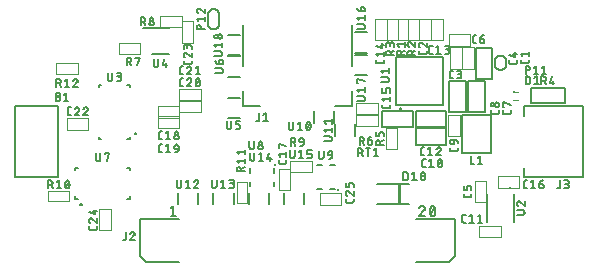
<source format=gto>
G04 EAGLE Gerber RS-274X export*
G75*
%MOMM*%
%FSLAX34Y34*%
%LPD*%
%IN1_Silk Top*%
%IPPOS*%
%AMOC8*
5,1,8,0,0,1.08239X$1,22.5*%
G01*
%ADD10C,0.101600*%
%ADD11R,0.250000X0.225000*%
%ADD12C,0.127000*%
%ADD13C,0.150000*%
%ADD14C,0.200000*%
%ADD15C,0.100000*%
%ADD16C,0.152400*%
%ADD17C,0.200000*%
%ADD18C,0.250000*%


D10*
X432500Y167500D02*
X436500Y167500D01*
X436500Y160500D02*
X432500Y160500D01*
D11*
X433250Y166875D03*
X433250Y166875D03*
D12*
X443135Y173635D02*
X443135Y180365D01*
X445004Y180365D01*
X445088Y180363D01*
X445172Y180357D01*
X445255Y180348D01*
X445338Y180335D01*
X445420Y180318D01*
X445501Y180298D01*
X445582Y180274D01*
X445661Y180246D01*
X445739Y180215D01*
X445815Y180180D01*
X445890Y180142D01*
X445963Y180100D01*
X446034Y180056D01*
X446103Y180008D01*
X446169Y179957D01*
X446234Y179903D01*
X446296Y179847D01*
X446355Y179788D01*
X446411Y179726D01*
X446465Y179661D01*
X446516Y179595D01*
X446564Y179526D01*
X446608Y179455D01*
X446650Y179382D01*
X446688Y179307D01*
X446723Y179231D01*
X446754Y179153D01*
X446782Y179074D01*
X446806Y178993D01*
X446826Y178912D01*
X446843Y178830D01*
X446856Y178747D01*
X446865Y178664D01*
X446871Y178580D01*
X446873Y178496D01*
X446874Y178496D02*
X446874Y175504D01*
X446873Y175504D02*
X446871Y175420D01*
X446865Y175336D01*
X446856Y175253D01*
X446843Y175170D01*
X446826Y175088D01*
X446806Y175007D01*
X446782Y174926D01*
X446754Y174847D01*
X446723Y174769D01*
X446688Y174693D01*
X446650Y174618D01*
X446608Y174545D01*
X446564Y174474D01*
X446516Y174405D01*
X446465Y174339D01*
X446411Y174274D01*
X446355Y174212D01*
X446296Y174153D01*
X446234Y174097D01*
X446169Y174043D01*
X446103Y173992D01*
X446034Y173944D01*
X445963Y173900D01*
X445890Y173858D01*
X445815Y173820D01*
X445739Y173785D01*
X445661Y173754D01*
X445582Y173726D01*
X445501Y173702D01*
X445420Y173682D01*
X445338Y173665D01*
X445255Y173652D01*
X445172Y173643D01*
X445088Y173637D01*
X445004Y173635D01*
X443135Y173635D01*
X450575Y178869D02*
X452444Y180365D01*
X452444Y173635D01*
X450575Y173635D02*
X454314Y173635D01*
D13*
X373500Y156500D02*
X333500Y156500D01*
X373500Y156500D02*
X373500Y196500D01*
X333500Y196500D01*
X333500Y156500D01*
D14*
X337000Y153500D02*
X337002Y153544D01*
X337008Y153588D01*
X337018Y153631D01*
X337031Y153673D01*
X337048Y153714D01*
X337069Y153753D01*
X337093Y153790D01*
X337120Y153825D01*
X337150Y153857D01*
X337183Y153887D01*
X337219Y153913D01*
X337256Y153937D01*
X337296Y153956D01*
X337337Y153973D01*
X337380Y153985D01*
X337423Y153994D01*
X337467Y153999D01*
X337511Y154000D01*
X337555Y153997D01*
X337599Y153990D01*
X337642Y153979D01*
X337684Y153965D01*
X337724Y153947D01*
X337763Y153925D01*
X337799Y153901D01*
X337833Y153873D01*
X337865Y153842D01*
X337894Y153808D01*
X337920Y153772D01*
X337942Y153734D01*
X337961Y153694D01*
X337976Y153652D01*
X337988Y153610D01*
X337996Y153566D01*
X338000Y153522D01*
X338000Y153478D01*
X337996Y153434D01*
X337988Y153390D01*
X337976Y153348D01*
X337961Y153306D01*
X337942Y153266D01*
X337920Y153228D01*
X337894Y153192D01*
X337865Y153158D01*
X337833Y153127D01*
X337799Y153099D01*
X337763Y153075D01*
X337724Y153053D01*
X337684Y153035D01*
X337642Y153021D01*
X337599Y153010D01*
X337555Y153003D01*
X337511Y153000D01*
X337467Y153001D01*
X337423Y153006D01*
X337380Y153015D01*
X337337Y153027D01*
X337296Y153044D01*
X337256Y153063D01*
X337219Y153087D01*
X337183Y153113D01*
X337150Y153143D01*
X337120Y153175D01*
X337093Y153210D01*
X337069Y153247D01*
X337048Y153286D01*
X337031Y153327D01*
X337018Y153369D01*
X337008Y153412D01*
X337002Y153456D01*
X337000Y153500D01*
D12*
X325996Y175911D02*
X321135Y175911D01*
X325996Y175911D02*
X326081Y175913D01*
X326166Y175919D01*
X326250Y175928D01*
X326335Y175942D01*
X326418Y175959D01*
X326500Y175980D01*
X326582Y176005D01*
X326662Y176034D01*
X326741Y176066D01*
X326818Y176101D01*
X326893Y176141D01*
X326967Y176183D01*
X327039Y176229D01*
X327108Y176278D01*
X327176Y176330D01*
X327240Y176385D01*
X327302Y176443D01*
X327362Y176504D01*
X327419Y176568D01*
X327472Y176634D01*
X327523Y176702D01*
X327570Y176773D01*
X327615Y176846D01*
X327655Y176920D01*
X327693Y176997D01*
X327727Y177075D01*
X327757Y177154D01*
X327784Y177235D01*
X327807Y177317D01*
X327826Y177400D01*
X327841Y177483D01*
X327853Y177568D01*
X327861Y177652D01*
X327865Y177737D01*
X327865Y177823D01*
X327861Y177908D01*
X327853Y177992D01*
X327841Y178077D01*
X327826Y178160D01*
X327807Y178243D01*
X327784Y178325D01*
X327757Y178406D01*
X327727Y178485D01*
X327693Y178563D01*
X327655Y178640D01*
X327615Y178715D01*
X327570Y178787D01*
X327523Y178858D01*
X327472Y178926D01*
X327419Y178992D01*
X327362Y179056D01*
X327302Y179117D01*
X327240Y179175D01*
X327176Y179230D01*
X327108Y179282D01*
X327039Y179331D01*
X326967Y179377D01*
X326893Y179419D01*
X326818Y179459D01*
X326741Y179494D01*
X326662Y179526D01*
X326582Y179555D01*
X326500Y179580D01*
X326418Y179601D01*
X326335Y179618D01*
X326250Y179632D01*
X326166Y179641D01*
X326081Y179647D01*
X325996Y179649D01*
X321135Y179649D01*
X322631Y183351D02*
X321135Y185220D01*
X327865Y185220D01*
X327865Y183351D02*
X327865Y187089D01*
D13*
X401000Y178500D02*
X401000Y204500D01*
X415000Y204500D01*
X415000Y178500D01*
X401000Y178500D01*
D12*
X445745Y193111D02*
X445745Y194606D01*
X445745Y193111D02*
X445743Y193035D01*
X445737Y192960D01*
X445728Y192884D01*
X445714Y192810D01*
X445697Y192736D01*
X445676Y192663D01*
X445652Y192591D01*
X445624Y192521D01*
X445592Y192452D01*
X445557Y192385D01*
X445519Y192320D01*
X445477Y192256D01*
X445432Y192195D01*
X445384Y192137D01*
X445333Y192080D01*
X445280Y192027D01*
X445223Y191976D01*
X445165Y191928D01*
X445104Y191883D01*
X445040Y191841D01*
X444975Y191803D01*
X444908Y191768D01*
X444839Y191736D01*
X444769Y191708D01*
X444697Y191684D01*
X444624Y191663D01*
X444550Y191646D01*
X444476Y191632D01*
X444400Y191623D01*
X444325Y191617D01*
X444249Y191615D01*
X440511Y191615D01*
X440435Y191617D01*
X440360Y191623D01*
X440284Y191632D01*
X440210Y191646D01*
X440136Y191663D01*
X440063Y191684D01*
X439991Y191708D01*
X439921Y191736D01*
X439852Y191768D01*
X439785Y191803D01*
X439720Y191841D01*
X439656Y191883D01*
X439595Y191928D01*
X439537Y191976D01*
X439480Y192027D01*
X439427Y192080D01*
X439376Y192137D01*
X439328Y192195D01*
X439283Y192256D01*
X439241Y192320D01*
X439203Y192385D01*
X439168Y192452D01*
X439136Y192521D01*
X439108Y192591D01*
X439084Y192663D01*
X439063Y192736D01*
X439046Y192810D01*
X439032Y192884D01*
X439023Y192960D01*
X439017Y193035D01*
X439015Y193111D01*
X439015Y194606D01*
X440511Y197646D02*
X439015Y199516D01*
X445745Y199516D01*
X445745Y201385D02*
X445745Y197646D01*
D10*
X363000Y229000D02*
X353000Y229000D01*
X363000Y229000D02*
X363000Y211000D01*
X353000Y211000D01*
X353000Y229000D01*
D12*
X359365Y202106D02*
X359365Y200611D01*
X359363Y200535D01*
X359357Y200460D01*
X359348Y200384D01*
X359334Y200310D01*
X359317Y200236D01*
X359296Y200163D01*
X359272Y200091D01*
X359244Y200021D01*
X359212Y199952D01*
X359177Y199885D01*
X359139Y199820D01*
X359097Y199756D01*
X359052Y199695D01*
X359004Y199637D01*
X358953Y199580D01*
X358900Y199527D01*
X358843Y199476D01*
X358785Y199428D01*
X358724Y199383D01*
X358660Y199341D01*
X358595Y199303D01*
X358528Y199268D01*
X358459Y199236D01*
X358389Y199208D01*
X358317Y199184D01*
X358244Y199163D01*
X358170Y199146D01*
X358096Y199132D01*
X358020Y199123D01*
X357945Y199117D01*
X357869Y199115D01*
X354131Y199115D01*
X354055Y199117D01*
X353980Y199123D01*
X353904Y199132D01*
X353830Y199146D01*
X353756Y199163D01*
X353683Y199184D01*
X353611Y199208D01*
X353541Y199236D01*
X353472Y199268D01*
X353405Y199303D01*
X353340Y199341D01*
X353276Y199383D01*
X353215Y199428D01*
X353157Y199476D01*
X353100Y199527D01*
X353047Y199580D01*
X352996Y199637D01*
X352948Y199695D01*
X352903Y199756D01*
X352861Y199820D01*
X352823Y199885D01*
X352788Y199952D01*
X352756Y200021D01*
X352728Y200091D01*
X352704Y200163D01*
X352683Y200236D01*
X352666Y200310D01*
X352652Y200384D01*
X352643Y200460D01*
X352637Y200535D01*
X352635Y200611D01*
X352635Y202106D01*
X352635Y207203D02*
X352637Y207283D01*
X352643Y207363D01*
X352652Y207443D01*
X352665Y207522D01*
X352682Y207600D01*
X352703Y207677D01*
X352728Y207753D01*
X352756Y207829D01*
X352787Y207902D01*
X352822Y207974D01*
X352860Y208045D01*
X352902Y208113D01*
X352947Y208179D01*
X352995Y208243D01*
X353046Y208305D01*
X353100Y208364D01*
X353157Y208421D01*
X353216Y208475D01*
X353278Y208526D01*
X353342Y208574D01*
X353408Y208619D01*
X353477Y208661D01*
X353547Y208699D01*
X353619Y208734D01*
X353692Y208765D01*
X353768Y208793D01*
X353844Y208818D01*
X353921Y208839D01*
X353999Y208856D01*
X354078Y208869D01*
X354158Y208878D01*
X354238Y208884D01*
X354318Y208886D01*
X352635Y207203D02*
X352637Y207112D01*
X352643Y207022D01*
X352652Y206932D01*
X352665Y206842D01*
X352682Y206753D01*
X352703Y206665D01*
X352727Y206578D01*
X352755Y206491D01*
X352787Y206407D01*
X352822Y206323D01*
X352861Y206241D01*
X352903Y206161D01*
X352948Y206082D01*
X352997Y206006D01*
X353049Y205931D01*
X353103Y205859D01*
X353161Y205789D01*
X353222Y205722D01*
X353285Y205657D01*
X353351Y205595D01*
X353420Y205536D01*
X353491Y205480D01*
X353564Y205427D01*
X353640Y205377D01*
X353718Y205330D01*
X353797Y205286D01*
X353878Y205246D01*
X353961Y205209D01*
X354045Y205176D01*
X354131Y205146D01*
X355627Y208324D02*
X355569Y208382D01*
X355509Y208437D01*
X355447Y208489D01*
X355382Y208538D01*
X355316Y208585D01*
X355247Y208628D01*
X355176Y208668D01*
X355104Y208705D01*
X355030Y208739D01*
X354954Y208769D01*
X354878Y208796D01*
X354800Y208820D01*
X354721Y208839D01*
X354641Y208856D01*
X354561Y208869D01*
X354480Y208878D01*
X354399Y208883D01*
X354318Y208885D01*
X355626Y208324D02*
X359365Y205146D01*
X359365Y208885D01*
D10*
X379000Y205000D02*
X389000Y205000D01*
X389000Y187000D01*
X379000Y187000D01*
X379000Y205000D01*
D12*
X380611Y178635D02*
X382106Y178635D01*
X380611Y178635D02*
X380535Y178637D01*
X380460Y178643D01*
X380384Y178652D01*
X380310Y178666D01*
X380236Y178683D01*
X380163Y178704D01*
X380091Y178728D01*
X380021Y178756D01*
X379952Y178788D01*
X379885Y178823D01*
X379820Y178861D01*
X379756Y178903D01*
X379695Y178948D01*
X379637Y178996D01*
X379580Y179047D01*
X379527Y179100D01*
X379476Y179157D01*
X379428Y179215D01*
X379383Y179276D01*
X379341Y179340D01*
X379303Y179405D01*
X379268Y179472D01*
X379236Y179541D01*
X379208Y179611D01*
X379184Y179683D01*
X379163Y179756D01*
X379146Y179830D01*
X379132Y179904D01*
X379123Y179980D01*
X379117Y180055D01*
X379115Y180131D01*
X379115Y183869D01*
X379117Y183945D01*
X379123Y184020D01*
X379132Y184096D01*
X379146Y184170D01*
X379163Y184244D01*
X379184Y184317D01*
X379208Y184389D01*
X379236Y184459D01*
X379268Y184528D01*
X379303Y184595D01*
X379341Y184660D01*
X379383Y184724D01*
X379428Y184785D01*
X379476Y184843D01*
X379527Y184900D01*
X379580Y184953D01*
X379637Y185004D01*
X379695Y185052D01*
X379756Y185097D01*
X379820Y185139D01*
X379885Y185177D01*
X379952Y185212D01*
X380021Y185244D01*
X380091Y185272D01*
X380163Y185296D01*
X380236Y185317D01*
X380310Y185334D01*
X380384Y185348D01*
X380460Y185357D01*
X380535Y185363D01*
X380611Y185365D01*
X382106Y185365D01*
X385146Y178635D02*
X387016Y178635D01*
X387101Y178637D01*
X387186Y178643D01*
X387270Y178652D01*
X387355Y178666D01*
X387438Y178683D01*
X387520Y178704D01*
X387602Y178729D01*
X387682Y178758D01*
X387761Y178790D01*
X387838Y178825D01*
X387913Y178865D01*
X387987Y178907D01*
X388059Y178953D01*
X388128Y179002D01*
X388196Y179054D01*
X388260Y179109D01*
X388322Y179167D01*
X388382Y179228D01*
X388439Y179292D01*
X388492Y179358D01*
X388543Y179426D01*
X388590Y179497D01*
X388635Y179570D01*
X388675Y179644D01*
X388713Y179721D01*
X388747Y179799D01*
X388777Y179878D01*
X388804Y179959D01*
X388827Y180041D01*
X388846Y180124D01*
X388861Y180207D01*
X388873Y180292D01*
X388881Y180376D01*
X388885Y180461D01*
X388885Y180547D01*
X388881Y180632D01*
X388873Y180716D01*
X388861Y180801D01*
X388846Y180884D01*
X388827Y180967D01*
X388804Y181049D01*
X388777Y181130D01*
X388747Y181209D01*
X388713Y181287D01*
X388675Y181364D01*
X388635Y181439D01*
X388590Y181511D01*
X388543Y181582D01*
X388492Y181650D01*
X388439Y181716D01*
X388382Y181780D01*
X388322Y181841D01*
X388260Y181899D01*
X388196Y181954D01*
X388128Y182006D01*
X388059Y182055D01*
X387987Y182101D01*
X387913Y182143D01*
X387838Y182183D01*
X387761Y182218D01*
X387682Y182250D01*
X387602Y182279D01*
X387520Y182304D01*
X387438Y182325D01*
X387355Y182342D01*
X387270Y182356D01*
X387186Y182365D01*
X387101Y182371D01*
X387016Y182373D01*
X387389Y185365D02*
X385146Y185365D01*
X387389Y185365D02*
X387465Y185363D01*
X387540Y185357D01*
X387616Y185348D01*
X387690Y185334D01*
X387764Y185317D01*
X387837Y185296D01*
X387909Y185272D01*
X387979Y185244D01*
X388048Y185212D01*
X388115Y185177D01*
X388180Y185139D01*
X388244Y185097D01*
X388305Y185052D01*
X388363Y185004D01*
X388420Y184953D01*
X388473Y184900D01*
X388524Y184843D01*
X388572Y184785D01*
X388617Y184724D01*
X388659Y184660D01*
X388697Y184595D01*
X388732Y184528D01*
X388764Y184459D01*
X388792Y184389D01*
X388816Y184317D01*
X388837Y184244D01*
X388854Y184170D01*
X388868Y184096D01*
X388877Y184020D01*
X388883Y183945D01*
X388885Y183869D01*
X388883Y183793D01*
X388877Y183718D01*
X388868Y183642D01*
X388854Y183568D01*
X388837Y183494D01*
X388816Y183421D01*
X388792Y183349D01*
X388764Y183279D01*
X388732Y183210D01*
X388697Y183143D01*
X388659Y183078D01*
X388617Y183014D01*
X388572Y182953D01*
X388524Y182895D01*
X388473Y182838D01*
X388420Y182785D01*
X388363Y182734D01*
X388305Y182686D01*
X388244Y182641D01*
X388180Y182599D01*
X388115Y182561D01*
X388048Y182526D01*
X387979Y182494D01*
X387909Y182466D01*
X387837Y182442D01*
X387764Y182421D01*
X387690Y182404D01*
X387616Y182390D01*
X387540Y182381D01*
X387465Y182375D01*
X387389Y182373D01*
X387389Y182374D02*
X385894Y182374D01*
D10*
X389500Y187000D02*
X399500Y187000D01*
X389500Y187000D02*
X389500Y205000D01*
X399500Y205000D01*
X399500Y187000D01*
D12*
X435865Y192611D02*
X435865Y194106D01*
X435865Y192611D02*
X435863Y192535D01*
X435857Y192460D01*
X435848Y192384D01*
X435834Y192310D01*
X435817Y192236D01*
X435796Y192163D01*
X435772Y192091D01*
X435744Y192021D01*
X435712Y191952D01*
X435677Y191885D01*
X435639Y191820D01*
X435597Y191756D01*
X435552Y191695D01*
X435504Y191637D01*
X435453Y191580D01*
X435400Y191527D01*
X435343Y191476D01*
X435285Y191428D01*
X435224Y191383D01*
X435160Y191341D01*
X435095Y191303D01*
X435028Y191268D01*
X434959Y191236D01*
X434889Y191208D01*
X434817Y191184D01*
X434744Y191163D01*
X434670Y191146D01*
X434596Y191132D01*
X434520Y191123D01*
X434445Y191117D01*
X434369Y191115D01*
X430631Y191115D01*
X430555Y191117D01*
X430480Y191123D01*
X430404Y191132D01*
X430330Y191146D01*
X430256Y191163D01*
X430183Y191184D01*
X430111Y191208D01*
X430041Y191236D01*
X429972Y191268D01*
X429905Y191303D01*
X429840Y191341D01*
X429776Y191383D01*
X429715Y191428D01*
X429657Y191476D01*
X429600Y191527D01*
X429547Y191580D01*
X429496Y191637D01*
X429448Y191695D01*
X429403Y191756D01*
X429361Y191820D01*
X429323Y191885D01*
X429288Y191952D01*
X429256Y192021D01*
X429228Y192091D01*
X429204Y192163D01*
X429183Y192236D01*
X429166Y192310D01*
X429152Y192384D01*
X429143Y192460D01*
X429137Y192535D01*
X429135Y192611D01*
X429135Y194106D01*
X429135Y198642D02*
X434369Y197146D01*
X434369Y200885D01*
X432874Y199763D02*
X435865Y199763D01*
D15*
X344000Y229000D02*
X335000Y229000D01*
X335000Y211000D01*
X344000Y211000D01*
X344000Y229000D01*
D12*
X340865Y198565D02*
X334135Y198565D01*
X334135Y200435D01*
X334137Y200520D01*
X334143Y200605D01*
X334152Y200689D01*
X334166Y200774D01*
X334183Y200857D01*
X334204Y200939D01*
X334229Y201021D01*
X334258Y201101D01*
X334290Y201180D01*
X334325Y201257D01*
X334365Y201332D01*
X334407Y201406D01*
X334453Y201478D01*
X334502Y201547D01*
X334554Y201615D01*
X334609Y201679D01*
X334667Y201741D01*
X334728Y201801D01*
X334792Y201858D01*
X334858Y201911D01*
X334926Y201962D01*
X334997Y202009D01*
X335070Y202054D01*
X335144Y202094D01*
X335221Y202132D01*
X335299Y202166D01*
X335378Y202196D01*
X335459Y202223D01*
X335541Y202246D01*
X335624Y202265D01*
X335707Y202280D01*
X335792Y202292D01*
X335876Y202300D01*
X335961Y202304D01*
X336047Y202304D01*
X336132Y202300D01*
X336216Y202292D01*
X336301Y202280D01*
X336384Y202265D01*
X336467Y202246D01*
X336549Y202223D01*
X336630Y202196D01*
X336709Y202166D01*
X336787Y202132D01*
X336864Y202094D01*
X336939Y202054D01*
X337011Y202009D01*
X337082Y201962D01*
X337150Y201911D01*
X337216Y201858D01*
X337280Y201801D01*
X337341Y201741D01*
X337399Y201679D01*
X337454Y201615D01*
X337506Y201547D01*
X337555Y201478D01*
X337601Y201406D01*
X337643Y201332D01*
X337683Y201257D01*
X337718Y201180D01*
X337750Y201101D01*
X337779Y201021D01*
X337804Y200939D01*
X337825Y200857D01*
X337842Y200774D01*
X337856Y200689D01*
X337865Y200605D01*
X337871Y200520D01*
X337873Y200435D01*
X337874Y200435D02*
X337874Y198565D01*
X337874Y200809D02*
X340865Y202304D01*
X335631Y205696D02*
X334135Y207565D01*
X340865Y207565D01*
X340865Y205696D02*
X340865Y209435D01*
D15*
X344000Y211000D02*
X353000Y211000D01*
X353000Y229000D01*
X344000Y229000D01*
X344000Y211000D01*
D12*
X343135Y198565D02*
X349865Y198565D01*
X343135Y198565D02*
X343135Y200435D01*
X343137Y200520D01*
X343143Y200605D01*
X343152Y200689D01*
X343166Y200774D01*
X343183Y200857D01*
X343204Y200939D01*
X343229Y201021D01*
X343258Y201101D01*
X343290Y201180D01*
X343325Y201257D01*
X343365Y201332D01*
X343407Y201406D01*
X343453Y201478D01*
X343502Y201547D01*
X343554Y201615D01*
X343609Y201679D01*
X343667Y201741D01*
X343728Y201801D01*
X343792Y201858D01*
X343858Y201911D01*
X343926Y201962D01*
X343997Y202009D01*
X344070Y202054D01*
X344144Y202094D01*
X344221Y202132D01*
X344299Y202166D01*
X344378Y202196D01*
X344459Y202223D01*
X344541Y202246D01*
X344624Y202265D01*
X344707Y202280D01*
X344792Y202292D01*
X344876Y202300D01*
X344961Y202304D01*
X345047Y202304D01*
X345132Y202300D01*
X345216Y202292D01*
X345301Y202280D01*
X345384Y202265D01*
X345467Y202246D01*
X345549Y202223D01*
X345630Y202196D01*
X345709Y202166D01*
X345787Y202132D01*
X345864Y202094D01*
X345939Y202054D01*
X346011Y202009D01*
X346082Y201962D01*
X346150Y201911D01*
X346216Y201858D01*
X346280Y201801D01*
X346341Y201741D01*
X346399Y201679D01*
X346454Y201615D01*
X346506Y201547D01*
X346555Y201478D01*
X346601Y201406D01*
X346643Y201332D01*
X346683Y201257D01*
X346718Y201180D01*
X346750Y201101D01*
X346779Y201021D01*
X346804Y200939D01*
X346825Y200857D01*
X346842Y200774D01*
X346856Y200689D01*
X346865Y200605D01*
X346871Y200520D01*
X346873Y200435D01*
X346874Y200435D02*
X346874Y198565D01*
X346874Y200809D02*
X349865Y202304D01*
X343135Y207752D02*
X343137Y207832D01*
X343143Y207912D01*
X343152Y207992D01*
X343165Y208071D01*
X343182Y208149D01*
X343203Y208226D01*
X343228Y208302D01*
X343256Y208378D01*
X343287Y208451D01*
X343322Y208523D01*
X343360Y208594D01*
X343402Y208662D01*
X343447Y208728D01*
X343495Y208792D01*
X343546Y208854D01*
X343600Y208913D01*
X343657Y208970D01*
X343716Y209024D01*
X343778Y209075D01*
X343842Y209123D01*
X343908Y209168D01*
X343977Y209210D01*
X344047Y209248D01*
X344119Y209283D01*
X344192Y209314D01*
X344268Y209342D01*
X344344Y209367D01*
X344421Y209388D01*
X344499Y209405D01*
X344578Y209418D01*
X344658Y209427D01*
X344738Y209433D01*
X344818Y209435D01*
X343135Y207752D02*
X343137Y207661D01*
X343143Y207571D01*
X343152Y207481D01*
X343165Y207391D01*
X343182Y207302D01*
X343203Y207214D01*
X343227Y207127D01*
X343255Y207040D01*
X343287Y206956D01*
X343322Y206872D01*
X343361Y206790D01*
X343403Y206710D01*
X343448Y206631D01*
X343497Y206555D01*
X343549Y206480D01*
X343603Y206408D01*
X343661Y206338D01*
X343722Y206271D01*
X343785Y206206D01*
X343851Y206144D01*
X343920Y206085D01*
X343991Y206029D01*
X344064Y205976D01*
X344140Y205926D01*
X344218Y205879D01*
X344297Y205835D01*
X344378Y205795D01*
X344461Y205758D01*
X344545Y205725D01*
X344631Y205695D01*
X346127Y208874D02*
X346069Y208932D01*
X346009Y208987D01*
X345947Y209039D01*
X345882Y209088D01*
X345816Y209135D01*
X345747Y209178D01*
X345676Y209218D01*
X345604Y209255D01*
X345530Y209289D01*
X345454Y209319D01*
X345378Y209346D01*
X345300Y209370D01*
X345221Y209389D01*
X345141Y209406D01*
X345061Y209419D01*
X344980Y209428D01*
X344899Y209433D01*
X344818Y209435D01*
X346126Y208874D02*
X349865Y205696D01*
X349865Y209435D01*
D15*
X335000Y211000D02*
X326000Y211000D01*
X335000Y211000D02*
X335000Y229000D01*
X326000Y229000D01*
X326000Y211000D01*
D12*
X325135Y198565D02*
X331865Y198565D01*
X325135Y198565D02*
X325135Y200435D01*
X325137Y200520D01*
X325143Y200605D01*
X325152Y200689D01*
X325166Y200774D01*
X325183Y200857D01*
X325204Y200939D01*
X325229Y201021D01*
X325258Y201101D01*
X325290Y201180D01*
X325325Y201257D01*
X325365Y201332D01*
X325407Y201406D01*
X325453Y201478D01*
X325502Y201547D01*
X325554Y201615D01*
X325609Y201679D01*
X325667Y201741D01*
X325728Y201801D01*
X325792Y201858D01*
X325858Y201911D01*
X325926Y201962D01*
X325997Y202009D01*
X326070Y202054D01*
X326144Y202094D01*
X326221Y202132D01*
X326299Y202166D01*
X326378Y202196D01*
X326459Y202223D01*
X326541Y202246D01*
X326624Y202265D01*
X326707Y202280D01*
X326792Y202292D01*
X326876Y202300D01*
X326961Y202304D01*
X327047Y202304D01*
X327132Y202300D01*
X327216Y202292D01*
X327301Y202280D01*
X327384Y202265D01*
X327467Y202246D01*
X327549Y202223D01*
X327630Y202196D01*
X327709Y202166D01*
X327787Y202132D01*
X327864Y202094D01*
X327939Y202054D01*
X328011Y202009D01*
X328082Y201962D01*
X328150Y201911D01*
X328216Y201858D01*
X328280Y201801D01*
X328341Y201741D01*
X328399Y201679D01*
X328454Y201615D01*
X328506Y201547D01*
X328555Y201478D01*
X328601Y201406D01*
X328643Y201332D01*
X328683Y201257D01*
X328718Y201180D01*
X328750Y201101D01*
X328779Y201021D01*
X328804Y200939D01*
X328825Y200857D01*
X328842Y200774D01*
X328856Y200689D01*
X328865Y200605D01*
X328871Y200520D01*
X328873Y200435D01*
X328874Y200435D02*
X328874Y198565D01*
X328874Y200809D02*
X331865Y202304D01*
X331865Y205696D02*
X331865Y207565D01*
X331863Y207650D01*
X331857Y207735D01*
X331848Y207819D01*
X331834Y207904D01*
X331817Y207987D01*
X331796Y208069D01*
X331771Y208151D01*
X331742Y208231D01*
X331710Y208310D01*
X331675Y208387D01*
X331635Y208462D01*
X331593Y208536D01*
X331547Y208608D01*
X331498Y208677D01*
X331446Y208745D01*
X331391Y208809D01*
X331333Y208871D01*
X331272Y208931D01*
X331208Y208988D01*
X331142Y209041D01*
X331074Y209092D01*
X331003Y209139D01*
X330931Y209184D01*
X330856Y209224D01*
X330779Y209262D01*
X330701Y209296D01*
X330622Y209326D01*
X330541Y209353D01*
X330459Y209376D01*
X330376Y209395D01*
X330293Y209410D01*
X330208Y209422D01*
X330124Y209430D01*
X330039Y209434D01*
X329953Y209434D01*
X329868Y209430D01*
X329784Y209422D01*
X329699Y209410D01*
X329616Y209395D01*
X329533Y209376D01*
X329451Y209353D01*
X329370Y209326D01*
X329291Y209296D01*
X329213Y209262D01*
X329136Y209224D01*
X329062Y209184D01*
X328989Y209139D01*
X328918Y209092D01*
X328850Y209041D01*
X328784Y208988D01*
X328720Y208931D01*
X328659Y208871D01*
X328601Y208809D01*
X328546Y208745D01*
X328494Y208677D01*
X328445Y208608D01*
X328399Y208536D01*
X328357Y208462D01*
X328317Y208387D01*
X328282Y208310D01*
X328250Y208231D01*
X328221Y208151D01*
X328196Y208069D01*
X328175Y207987D01*
X328158Y207904D01*
X328144Y207819D01*
X328135Y207735D01*
X328129Y207650D01*
X328127Y207565D01*
X325135Y207939D02*
X325135Y205696D01*
X325135Y207939D02*
X325137Y208015D01*
X325143Y208090D01*
X325152Y208166D01*
X325166Y208240D01*
X325183Y208314D01*
X325204Y208387D01*
X325228Y208459D01*
X325256Y208529D01*
X325288Y208598D01*
X325323Y208665D01*
X325361Y208730D01*
X325403Y208794D01*
X325448Y208855D01*
X325496Y208913D01*
X325547Y208970D01*
X325600Y209023D01*
X325657Y209074D01*
X325715Y209122D01*
X325776Y209167D01*
X325840Y209209D01*
X325905Y209247D01*
X325972Y209282D01*
X326041Y209314D01*
X326111Y209342D01*
X326183Y209366D01*
X326256Y209387D01*
X326330Y209404D01*
X326404Y209418D01*
X326480Y209427D01*
X326555Y209433D01*
X326631Y209435D01*
X326707Y209433D01*
X326782Y209427D01*
X326858Y209418D01*
X326932Y209404D01*
X327006Y209387D01*
X327079Y209366D01*
X327151Y209342D01*
X327221Y209314D01*
X327290Y209282D01*
X327357Y209247D01*
X327422Y209209D01*
X327486Y209167D01*
X327547Y209122D01*
X327605Y209074D01*
X327662Y209023D01*
X327715Y208970D01*
X327766Y208913D01*
X327814Y208855D01*
X327859Y208794D01*
X327901Y208730D01*
X327939Y208665D01*
X327974Y208598D01*
X328006Y208529D01*
X328034Y208459D01*
X328058Y208387D01*
X328079Y208314D01*
X328096Y208240D01*
X328110Y208166D01*
X328119Y208090D01*
X328125Y208015D01*
X328127Y207939D01*
X328126Y207939D02*
X328126Y206444D01*
D10*
X378500Y206000D02*
X378500Y216000D01*
X396500Y216000D01*
X396500Y206000D01*
X378500Y206000D01*
D12*
X400111Y208635D02*
X401606Y208635D01*
X400111Y208635D02*
X400035Y208637D01*
X399960Y208643D01*
X399884Y208652D01*
X399810Y208666D01*
X399736Y208683D01*
X399663Y208704D01*
X399591Y208728D01*
X399521Y208756D01*
X399452Y208788D01*
X399385Y208823D01*
X399320Y208861D01*
X399256Y208903D01*
X399195Y208948D01*
X399137Y208996D01*
X399080Y209047D01*
X399027Y209100D01*
X398976Y209157D01*
X398928Y209215D01*
X398883Y209276D01*
X398841Y209340D01*
X398803Y209405D01*
X398768Y209472D01*
X398736Y209541D01*
X398708Y209611D01*
X398684Y209683D01*
X398663Y209756D01*
X398646Y209830D01*
X398632Y209904D01*
X398623Y209980D01*
X398617Y210055D01*
X398615Y210131D01*
X398615Y213869D01*
X398617Y213945D01*
X398623Y214020D01*
X398632Y214096D01*
X398646Y214170D01*
X398663Y214244D01*
X398684Y214317D01*
X398708Y214389D01*
X398736Y214459D01*
X398768Y214528D01*
X398803Y214595D01*
X398841Y214660D01*
X398883Y214724D01*
X398928Y214785D01*
X398976Y214843D01*
X399027Y214900D01*
X399080Y214953D01*
X399137Y215004D01*
X399195Y215052D01*
X399256Y215097D01*
X399320Y215139D01*
X399385Y215177D01*
X399452Y215212D01*
X399521Y215244D01*
X399591Y215272D01*
X399663Y215296D01*
X399736Y215317D01*
X399810Y215334D01*
X399884Y215348D01*
X399960Y215357D01*
X400035Y215363D01*
X400111Y215365D01*
X401606Y215365D01*
X404646Y212374D02*
X406889Y212374D01*
X406965Y212372D01*
X407040Y212366D01*
X407116Y212357D01*
X407190Y212343D01*
X407264Y212326D01*
X407337Y212305D01*
X407409Y212281D01*
X407479Y212253D01*
X407548Y212221D01*
X407615Y212186D01*
X407680Y212148D01*
X407744Y212106D01*
X407805Y212061D01*
X407863Y212013D01*
X407920Y211962D01*
X407973Y211909D01*
X408024Y211852D01*
X408072Y211794D01*
X408117Y211733D01*
X408159Y211669D01*
X408197Y211604D01*
X408232Y211537D01*
X408264Y211468D01*
X408292Y211398D01*
X408316Y211326D01*
X408337Y211253D01*
X408354Y211179D01*
X408368Y211105D01*
X408377Y211029D01*
X408383Y210954D01*
X408385Y210878D01*
X408385Y210504D01*
X408383Y210419D01*
X408377Y210334D01*
X408368Y210250D01*
X408354Y210165D01*
X408337Y210082D01*
X408316Y210000D01*
X408291Y209918D01*
X408262Y209838D01*
X408230Y209759D01*
X408195Y209682D01*
X408155Y209607D01*
X408113Y209533D01*
X408067Y209461D01*
X408018Y209392D01*
X407966Y209324D01*
X407911Y209260D01*
X407853Y209198D01*
X407792Y209138D01*
X407728Y209081D01*
X407662Y209028D01*
X407594Y208977D01*
X407523Y208930D01*
X407451Y208885D01*
X407376Y208845D01*
X407299Y208807D01*
X407221Y208773D01*
X407142Y208743D01*
X407061Y208716D01*
X406979Y208693D01*
X406896Y208674D01*
X406813Y208659D01*
X406728Y208647D01*
X406644Y208639D01*
X406559Y208635D01*
X406473Y208635D01*
X406388Y208639D01*
X406304Y208647D01*
X406219Y208659D01*
X406136Y208674D01*
X406053Y208693D01*
X405971Y208716D01*
X405890Y208743D01*
X405811Y208773D01*
X405733Y208807D01*
X405656Y208845D01*
X405582Y208885D01*
X405509Y208930D01*
X405438Y208977D01*
X405370Y209028D01*
X405304Y209081D01*
X405240Y209138D01*
X405179Y209198D01*
X405121Y209260D01*
X405066Y209324D01*
X405014Y209392D01*
X404965Y209461D01*
X404919Y209533D01*
X404877Y209607D01*
X404837Y209682D01*
X404802Y209759D01*
X404770Y209838D01*
X404741Y209918D01*
X404716Y210000D01*
X404695Y210082D01*
X404678Y210165D01*
X404664Y210250D01*
X404655Y210334D01*
X404649Y210419D01*
X404647Y210504D01*
X404646Y210504D02*
X404646Y212374D01*
X404648Y212483D01*
X404654Y212592D01*
X404664Y212701D01*
X404678Y212809D01*
X404696Y212917D01*
X404718Y213024D01*
X404743Y213131D01*
X404773Y213236D01*
X404806Y213340D01*
X404843Y213442D01*
X404884Y213544D01*
X404929Y213644D01*
X404977Y213742D01*
X405029Y213838D01*
X405084Y213932D01*
X405143Y214024D01*
X405204Y214114D01*
X405270Y214202D01*
X405338Y214287D01*
X405409Y214370D01*
X405484Y214450D01*
X405561Y214527D01*
X405641Y214602D01*
X405724Y214673D01*
X405809Y214741D01*
X405897Y214807D01*
X405987Y214868D01*
X406079Y214927D01*
X406173Y214982D01*
X406269Y215034D01*
X406367Y215082D01*
X406467Y215127D01*
X406569Y215168D01*
X406671Y215205D01*
X406775Y215238D01*
X406880Y215268D01*
X406987Y215293D01*
X407094Y215315D01*
X407201Y215333D01*
X407310Y215347D01*
X407419Y215357D01*
X407528Y215363D01*
X407637Y215365D01*
D13*
X408500Y176500D02*
X408500Y150500D01*
X394500Y150500D01*
X394500Y176500D01*
X408500Y176500D01*
D12*
X430485Y151606D02*
X430485Y150111D01*
X430483Y150035D01*
X430477Y149960D01*
X430468Y149884D01*
X430454Y149810D01*
X430437Y149736D01*
X430416Y149663D01*
X430392Y149591D01*
X430364Y149521D01*
X430332Y149452D01*
X430297Y149385D01*
X430259Y149320D01*
X430217Y149256D01*
X430172Y149195D01*
X430124Y149137D01*
X430073Y149080D01*
X430020Y149027D01*
X429963Y148976D01*
X429905Y148928D01*
X429844Y148883D01*
X429780Y148841D01*
X429715Y148803D01*
X429648Y148768D01*
X429579Y148736D01*
X429509Y148708D01*
X429437Y148684D01*
X429364Y148663D01*
X429290Y148646D01*
X429216Y148632D01*
X429140Y148623D01*
X429065Y148617D01*
X428989Y148615D01*
X425251Y148615D01*
X425175Y148617D01*
X425100Y148623D01*
X425024Y148632D01*
X424950Y148646D01*
X424876Y148663D01*
X424803Y148684D01*
X424731Y148708D01*
X424661Y148736D01*
X424592Y148768D01*
X424525Y148803D01*
X424460Y148841D01*
X424396Y148883D01*
X424335Y148928D01*
X424277Y148976D01*
X424220Y149027D01*
X424167Y149080D01*
X424116Y149137D01*
X424068Y149195D01*
X424023Y149256D01*
X423981Y149320D01*
X423943Y149385D01*
X423908Y149452D01*
X423876Y149521D01*
X423848Y149591D01*
X423824Y149663D01*
X423803Y149736D01*
X423786Y149810D01*
X423772Y149884D01*
X423763Y149960D01*
X423757Y150035D01*
X423755Y150111D01*
X423755Y151606D01*
X423755Y154646D02*
X424503Y154646D01*
X423755Y154646D02*
X423755Y158385D01*
X430485Y156516D01*
D13*
X392500Y150500D02*
X392500Y176500D01*
X392500Y150500D02*
X378500Y150500D01*
X378500Y176500D01*
X392500Y176500D01*
D12*
X420485Y151606D02*
X420485Y150111D01*
X420483Y150035D01*
X420477Y149960D01*
X420468Y149884D01*
X420454Y149810D01*
X420437Y149736D01*
X420416Y149663D01*
X420392Y149591D01*
X420364Y149521D01*
X420332Y149452D01*
X420297Y149385D01*
X420259Y149320D01*
X420217Y149256D01*
X420172Y149195D01*
X420124Y149137D01*
X420073Y149080D01*
X420020Y149027D01*
X419963Y148976D01*
X419905Y148928D01*
X419844Y148883D01*
X419780Y148841D01*
X419715Y148803D01*
X419648Y148768D01*
X419579Y148736D01*
X419509Y148708D01*
X419437Y148684D01*
X419364Y148663D01*
X419290Y148646D01*
X419216Y148632D01*
X419140Y148623D01*
X419065Y148617D01*
X418989Y148615D01*
X415251Y148615D01*
X415175Y148617D01*
X415100Y148623D01*
X415024Y148632D01*
X414950Y148646D01*
X414876Y148663D01*
X414803Y148684D01*
X414731Y148708D01*
X414661Y148736D01*
X414592Y148768D01*
X414525Y148803D01*
X414460Y148841D01*
X414396Y148883D01*
X414335Y148928D01*
X414277Y148976D01*
X414220Y149027D01*
X414167Y149080D01*
X414116Y149137D01*
X414068Y149195D01*
X414023Y149256D01*
X413981Y149320D01*
X413943Y149385D01*
X413908Y149452D01*
X413876Y149521D01*
X413848Y149591D01*
X413824Y149663D01*
X413803Y149736D01*
X413786Y149810D01*
X413772Y149884D01*
X413763Y149960D01*
X413757Y150035D01*
X413755Y150111D01*
X413755Y151606D01*
X418616Y154647D02*
X418531Y154649D01*
X418446Y154655D01*
X418362Y154664D01*
X418277Y154678D01*
X418194Y154695D01*
X418112Y154716D01*
X418030Y154741D01*
X417950Y154770D01*
X417871Y154802D01*
X417794Y154837D01*
X417719Y154877D01*
X417645Y154919D01*
X417573Y154965D01*
X417504Y155014D01*
X417436Y155066D01*
X417372Y155121D01*
X417310Y155179D01*
X417250Y155240D01*
X417193Y155304D01*
X417140Y155370D01*
X417089Y155438D01*
X417042Y155509D01*
X416997Y155582D01*
X416957Y155656D01*
X416919Y155733D01*
X416885Y155811D01*
X416855Y155890D01*
X416828Y155971D01*
X416805Y156053D01*
X416786Y156136D01*
X416771Y156219D01*
X416759Y156304D01*
X416751Y156388D01*
X416747Y156473D01*
X416747Y156559D01*
X416751Y156644D01*
X416759Y156728D01*
X416771Y156813D01*
X416786Y156896D01*
X416805Y156979D01*
X416828Y157061D01*
X416855Y157142D01*
X416885Y157221D01*
X416919Y157299D01*
X416957Y157376D01*
X416997Y157451D01*
X417042Y157523D01*
X417089Y157594D01*
X417140Y157662D01*
X417193Y157728D01*
X417250Y157792D01*
X417310Y157853D01*
X417372Y157911D01*
X417436Y157966D01*
X417504Y158018D01*
X417573Y158067D01*
X417645Y158113D01*
X417719Y158155D01*
X417794Y158195D01*
X417871Y158230D01*
X417950Y158262D01*
X418030Y158291D01*
X418112Y158316D01*
X418194Y158337D01*
X418277Y158354D01*
X418362Y158368D01*
X418446Y158377D01*
X418531Y158383D01*
X418616Y158385D01*
X418701Y158383D01*
X418786Y158377D01*
X418870Y158368D01*
X418955Y158354D01*
X419038Y158337D01*
X419120Y158316D01*
X419202Y158291D01*
X419282Y158262D01*
X419361Y158230D01*
X419438Y158195D01*
X419513Y158155D01*
X419587Y158113D01*
X419659Y158067D01*
X419728Y158018D01*
X419796Y157966D01*
X419860Y157911D01*
X419922Y157853D01*
X419982Y157792D01*
X420039Y157728D01*
X420092Y157662D01*
X420143Y157594D01*
X420190Y157523D01*
X420235Y157451D01*
X420275Y157376D01*
X420313Y157299D01*
X420347Y157221D01*
X420377Y157142D01*
X420404Y157061D01*
X420427Y156979D01*
X420446Y156896D01*
X420461Y156813D01*
X420473Y156728D01*
X420481Y156644D01*
X420485Y156559D01*
X420485Y156473D01*
X420481Y156388D01*
X420473Y156304D01*
X420461Y156219D01*
X420446Y156136D01*
X420427Y156053D01*
X420404Y155971D01*
X420377Y155890D01*
X420347Y155811D01*
X420313Y155733D01*
X420275Y155656D01*
X420235Y155582D01*
X420190Y155509D01*
X420143Y155438D01*
X420092Y155370D01*
X420039Y155304D01*
X419982Y155240D01*
X419922Y155179D01*
X419860Y155121D01*
X419796Y155066D01*
X419728Y155014D01*
X419659Y154965D01*
X419587Y154919D01*
X419513Y154877D01*
X419438Y154837D01*
X419361Y154802D01*
X419282Y154770D01*
X419202Y154741D01*
X419120Y154716D01*
X419038Y154695D01*
X418955Y154678D01*
X418870Y154664D01*
X418786Y154655D01*
X418701Y154649D01*
X418616Y154647D01*
X415251Y155020D02*
X415175Y155022D01*
X415100Y155028D01*
X415024Y155037D01*
X414950Y155051D01*
X414876Y155068D01*
X414803Y155089D01*
X414731Y155113D01*
X414661Y155141D01*
X414592Y155173D01*
X414525Y155208D01*
X414460Y155246D01*
X414396Y155288D01*
X414335Y155333D01*
X414277Y155381D01*
X414220Y155432D01*
X414167Y155485D01*
X414116Y155542D01*
X414068Y155600D01*
X414023Y155661D01*
X413981Y155725D01*
X413943Y155790D01*
X413908Y155857D01*
X413876Y155926D01*
X413848Y155996D01*
X413824Y156068D01*
X413803Y156141D01*
X413786Y156215D01*
X413772Y156289D01*
X413763Y156365D01*
X413757Y156440D01*
X413755Y156516D01*
X413757Y156592D01*
X413763Y156667D01*
X413772Y156743D01*
X413786Y156817D01*
X413803Y156891D01*
X413824Y156964D01*
X413848Y157036D01*
X413876Y157106D01*
X413908Y157175D01*
X413943Y157242D01*
X413981Y157307D01*
X414023Y157371D01*
X414068Y157432D01*
X414116Y157490D01*
X414167Y157547D01*
X414220Y157600D01*
X414277Y157651D01*
X414335Y157699D01*
X414396Y157744D01*
X414460Y157786D01*
X414525Y157824D01*
X414592Y157859D01*
X414661Y157891D01*
X414731Y157919D01*
X414803Y157943D01*
X414876Y157964D01*
X414950Y157981D01*
X415024Y157995D01*
X415100Y158004D01*
X415175Y158010D01*
X415251Y158012D01*
X415327Y158010D01*
X415402Y158004D01*
X415478Y157995D01*
X415552Y157981D01*
X415626Y157964D01*
X415699Y157943D01*
X415771Y157919D01*
X415841Y157891D01*
X415910Y157859D01*
X415977Y157824D01*
X416042Y157786D01*
X416106Y157744D01*
X416167Y157699D01*
X416225Y157651D01*
X416282Y157600D01*
X416335Y157547D01*
X416386Y157490D01*
X416434Y157432D01*
X416479Y157371D01*
X416521Y157307D01*
X416559Y157242D01*
X416594Y157175D01*
X416626Y157106D01*
X416654Y157036D01*
X416678Y156964D01*
X416699Y156891D01*
X416716Y156817D01*
X416730Y156743D01*
X416739Y156667D01*
X416745Y156592D01*
X416747Y156516D01*
X416745Y156440D01*
X416739Y156365D01*
X416730Y156289D01*
X416716Y156215D01*
X416699Y156141D01*
X416678Y156068D01*
X416654Y155996D01*
X416626Y155926D01*
X416594Y155857D01*
X416559Y155790D01*
X416521Y155725D01*
X416479Y155661D01*
X416434Y155600D01*
X416386Y155542D01*
X416335Y155485D01*
X416282Y155432D01*
X416225Y155381D01*
X416167Y155333D01*
X416106Y155288D01*
X416042Y155246D01*
X415977Y155208D01*
X415910Y155173D01*
X415841Y155141D01*
X415771Y155113D01*
X415699Y155089D01*
X415626Y155068D01*
X415552Y155051D01*
X415478Y155037D01*
X415402Y155028D01*
X415327Y155022D01*
X415251Y155020D01*
D10*
X387500Y130000D02*
X377500Y130000D01*
X377500Y148000D01*
X387500Y148000D01*
X387500Y130000D01*
D12*
X385865Y120106D02*
X385865Y118611D01*
X385863Y118535D01*
X385857Y118460D01*
X385848Y118384D01*
X385834Y118310D01*
X385817Y118236D01*
X385796Y118163D01*
X385772Y118091D01*
X385744Y118021D01*
X385712Y117952D01*
X385677Y117885D01*
X385639Y117820D01*
X385597Y117756D01*
X385552Y117695D01*
X385504Y117637D01*
X385453Y117580D01*
X385400Y117527D01*
X385343Y117476D01*
X385285Y117428D01*
X385224Y117383D01*
X385160Y117341D01*
X385095Y117303D01*
X385028Y117268D01*
X384959Y117236D01*
X384889Y117208D01*
X384817Y117184D01*
X384744Y117163D01*
X384670Y117146D01*
X384596Y117132D01*
X384520Y117123D01*
X384445Y117117D01*
X384369Y117115D01*
X380631Y117115D01*
X380555Y117117D01*
X380480Y117123D01*
X380404Y117132D01*
X380330Y117146D01*
X380256Y117163D01*
X380183Y117184D01*
X380111Y117208D01*
X380041Y117236D01*
X379972Y117268D01*
X379905Y117303D01*
X379840Y117341D01*
X379776Y117383D01*
X379715Y117428D01*
X379657Y117476D01*
X379600Y117527D01*
X379547Y117580D01*
X379496Y117637D01*
X379448Y117695D01*
X379403Y117756D01*
X379361Y117820D01*
X379323Y117885D01*
X379288Y117952D01*
X379256Y118021D01*
X379228Y118091D01*
X379204Y118163D01*
X379183Y118236D01*
X379166Y118310D01*
X379152Y118384D01*
X379143Y118460D01*
X379137Y118535D01*
X379135Y118611D01*
X379135Y120106D01*
X382874Y124642D02*
X382874Y126885D01*
X382874Y124642D02*
X382872Y124566D01*
X382866Y124491D01*
X382857Y124415D01*
X382843Y124341D01*
X382826Y124267D01*
X382805Y124194D01*
X382781Y124122D01*
X382753Y124052D01*
X382721Y123983D01*
X382686Y123916D01*
X382648Y123851D01*
X382606Y123787D01*
X382561Y123726D01*
X382513Y123668D01*
X382462Y123611D01*
X382409Y123558D01*
X382352Y123507D01*
X382294Y123459D01*
X382233Y123414D01*
X382169Y123372D01*
X382104Y123334D01*
X382037Y123299D01*
X381968Y123267D01*
X381898Y123239D01*
X381826Y123215D01*
X381753Y123194D01*
X381679Y123177D01*
X381605Y123163D01*
X381529Y123154D01*
X381454Y123148D01*
X381378Y123146D01*
X381004Y123146D01*
X381004Y123147D02*
X380919Y123149D01*
X380834Y123155D01*
X380750Y123164D01*
X380665Y123178D01*
X380582Y123195D01*
X380500Y123216D01*
X380418Y123241D01*
X380338Y123270D01*
X380259Y123302D01*
X380182Y123337D01*
X380107Y123377D01*
X380033Y123419D01*
X379961Y123465D01*
X379892Y123514D01*
X379824Y123566D01*
X379760Y123621D01*
X379698Y123679D01*
X379638Y123740D01*
X379581Y123804D01*
X379528Y123870D01*
X379477Y123938D01*
X379430Y124009D01*
X379385Y124082D01*
X379345Y124156D01*
X379307Y124233D01*
X379273Y124311D01*
X379243Y124390D01*
X379216Y124471D01*
X379193Y124553D01*
X379174Y124636D01*
X379159Y124719D01*
X379147Y124804D01*
X379139Y124888D01*
X379135Y124973D01*
X379135Y125059D01*
X379139Y125144D01*
X379147Y125228D01*
X379159Y125313D01*
X379174Y125396D01*
X379193Y125479D01*
X379216Y125561D01*
X379243Y125642D01*
X379273Y125721D01*
X379307Y125799D01*
X379345Y125876D01*
X379385Y125951D01*
X379430Y126023D01*
X379477Y126094D01*
X379528Y126162D01*
X379581Y126228D01*
X379638Y126292D01*
X379698Y126353D01*
X379760Y126411D01*
X379824Y126466D01*
X379892Y126518D01*
X379961Y126567D01*
X380033Y126613D01*
X380107Y126655D01*
X380182Y126695D01*
X380259Y126730D01*
X380338Y126762D01*
X380418Y126791D01*
X380500Y126816D01*
X380582Y126837D01*
X380665Y126854D01*
X380750Y126868D01*
X380834Y126877D01*
X380919Y126883D01*
X381004Y126885D01*
X382874Y126885D01*
X382981Y126883D01*
X383087Y126877D01*
X383194Y126868D01*
X383300Y126855D01*
X383405Y126837D01*
X383510Y126817D01*
X383614Y126792D01*
X383717Y126764D01*
X383819Y126732D01*
X383919Y126696D01*
X384019Y126657D01*
X384117Y126615D01*
X384213Y126569D01*
X384307Y126519D01*
X384400Y126466D01*
X384491Y126410D01*
X384580Y126351D01*
X384666Y126288D01*
X384751Y126223D01*
X384833Y126154D01*
X384912Y126083D01*
X384989Y126009D01*
X385063Y125932D01*
X385134Y125853D01*
X385203Y125771D01*
X385268Y125686D01*
X385331Y125600D01*
X385390Y125511D01*
X385446Y125420D01*
X385499Y125327D01*
X385549Y125233D01*
X385595Y125136D01*
X385637Y125039D01*
X385676Y124939D01*
X385712Y124839D01*
X385744Y124737D01*
X385772Y124634D01*
X385797Y124530D01*
X385817Y124425D01*
X385835Y124320D01*
X385848Y124214D01*
X385857Y124107D01*
X385863Y124001D01*
X385865Y123894D01*
D13*
X376000Y136500D02*
X350000Y136500D01*
X376000Y136500D02*
X376000Y122500D01*
X350000Y122500D01*
X350000Y136500D01*
D12*
X357011Y103755D02*
X358506Y103755D01*
X357011Y103755D02*
X356935Y103757D01*
X356860Y103763D01*
X356784Y103772D01*
X356710Y103786D01*
X356636Y103803D01*
X356563Y103824D01*
X356491Y103848D01*
X356421Y103876D01*
X356352Y103908D01*
X356285Y103943D01*
X356220Y103981D01*
X356156Y104023D01*
X356095Y104068D01*
X356037Y104116D01*
X355980Y104167D01*
X355927Y104220D01*
X355876Y104277D01*
X355828Y104335D01*
X355783Y104396D01*
X355741Y104460D01*
X355703Y104525D01*
X355668Y104592D01*
X355636Y104661D01*
X355608Y104731D01*
X355584Y104803D01*
X355563Y104876D01*
X355546Y104950D01*
X355532Y105024D01*
X355523Y105100D01*
X355517Y105175D01*
X355515Y105251D01*
X355515Y108989D01*
X355517Y109065D01*
X355523Y109140D01*
X355532Y109216D01*
X355546Y109290D01*
X355563Y109364D01*
X355584Y109437D01*
X355608Y109509D01*
X355636Y109579D01*
X355668Y109648D01*
X355703Y109715D01*
X355741Y109780D01*
X355783Y109844D01*
X355828Y109905D01*
X355876Y109963D01*
X355927Y110020D01*
X355980Y110073D01*
X356037Y110124D01*
X356095Y110172D01*
X356156Y110217D01*
X356220Y110259D01*
X356285Y110297D01*
X356352Y110332D01*
X356421Y110364D01*
X356491Y110392D01*
X356563Y110416D01*
X356636Y110437D01*
X356710Y110454D01*
X356784Y110468D01*
X356860Y110477D01*
X356935Y110483D01*
X357011Y110485D01*
X358506Y110485D01*
X361546Y108989D02*
X363416Y110485D01*
X363416Y103755D01*
X365285Y103755D02*
X361546Y103755D01*
X368746Y107120D02*
X368748Y107268D01*
X368754Y107416D01*
X368764Y107563D01*
X368778Y107711D01*
X368795Y107858D01*
X368817Y108004D01*
X368842Y108150D01*
X368872Y108295D01*
X368905Y108439D01*
X368942Y108582D01*
X368983Y108724D01*
X369028Y108866D01*
X369076Y109005D01*
X369128Y109144D01*
X369184Y109281D01*
X369244Y109416D01*
X369307Y109550D01*
X369308Y109551D02*
X369333Y109618D01*
X369361Y109683D01*
X369393Y109747D01*
X369428Y109810D01*
X369466Y109870D01*
X369507Y109928D01*
X369551Y109985D01*
X369598Y110038D01*
X369648Y110090D01*
X369700Y110138D01*
X369755Y110184D01*
X369812Y110227D01*
X369871Y110267D01*
X369933Y110304D01*
X369996Y110338D01*
X370060Y110368D01*
X370126Y110395D01*
X370194Y110419D01*
X370263Y110439D01*
X370332Y110456D01*
X370402Y110468D01*
X370473Y110478D01*
X370545Y110483D01*
X370616Y110485D01*
X370687Y110483D01*
X370759Y110478D01*
X370830Y110468D01*
X370900Y110456D01*
X370969Y110439D01*
X371038Y110419D01*
X371106Y110395D01*
X371172Y110368D01*
X371236Y110338D01*
X371299Y110304D01*
X371361Y110267D01*
X371420Y110227D01*
X371477Y110184D01*
X371532Y110138D01*
X371584Y110090D01*
X371634Y110038D01*
X371681Y109985D01*
X371725Y109928D01*
X371766Y109870D01*
X371804Y109809D01*
X371839Y109747D01*
X371871Y109683D01*
X371899Y109617D01*
X371924Y109550D01*
X371987Y109416D01*
X372047Y109281D01*
X372103Y109144D01*
X372155Y109005D01*
X372203Y108866D01*
X372248Y108725D01*
X372289Y108582D01*
X372326Y108439D01*
X372359Y108295D01*
X372389Y108150D01*
X372414Y108004D01*
X372436Y107858D01*
X372453Y107711D01*
X372467Y107563D01*
X372477Y107416D01*
X372483Y107268D01*
X372485Y107120D01*
X368746Y107120D02*
X368748Y106972D01*
X368754Y106824D01*
X368764Y106677D01*
X368778Y106529D01*
X368795Y106382D01*
X368817Y106236D01*
X368842Y106090D01*
X368872Y105945D01*
X368905Y105801D01*
X368942Y105658D01*
X368983Y105516D01*
X369028Y105375D01*
X369076Y105235D01*
X369128Y105096D01*
X369184Y104959D01*
X369244Y104824D01*
X369307Y104690D01*
X369308Y104689D02*
X369333Y104622D01*
X369361Y104557D01*
X369393Y104493D01*
X369428Y104430D01*
X369466Y104370D01*
X369507Y104312D01*
X369551Y104255D01*
X369598Y104202D01*
X369648Y104150D01*
X369700Y104102D01*
X369755Y104056D01*
X369812Y104013D01*
X369871Y103973D01*
X369933Y103936D01*
X369996Y103902D01*
X370060Y103872D01*
X370126Y103845D01*
X370194Y103821D01*
X370263Y103801D01*
X370332Y103784D01*
X370402Y103772D01*
X370473Y103762D01*
X370545Y103757D01*
X370616Y103755D01*
X371924Y104690D02*
X371987Y104824D01*
X372047Y104959D01*
X372103Y105096D01*
X372155Y105235D01*
X372203Y105374D01*
X372248Y105515D01*
X372289Y105658D01*
X372326Y105801D01*
X372359Y105945D01*
X372389Y106090D01*
X372414Y106236D01*
X372436Y106382D01*
X372453Y106529D01*
X372467Y106677D01*
X372477Y106824D01*
X372483Y106972D01*
X372485Y107120D01*
X371924Y104689D02*
X371899Y104622D01*
X371871Y104557D01*
X371839Y104493D01*
X371804Y104430D01*
X371766Y104370D01*
X371725Y104312D01*
X371681Y104255D01*
X371634Y104202D01*
X371584Y104150D01*
X371532Y104102D01*
X371477Y104056D01*
X371420Y104013D01*
X371361Y103973D01*
X371299Y103936D01*
X371236Y103902D01*
X371172Y103872D01*
X371106Y103845D01*
X371038Y103821D01*
X370969Y103801D01*
X370900Y103784D01*
X370830Y103772D01*
X370759Y103762D01*
X370687Y103757D01*
X370616Y103755D01*
X369120Y105251D02*
X372111Y108989D01*
D13*
X376000Y151500D02*
X350000Y151500D01*
X376000Y151500D02*
X376000Y137500D01*
X350000Y137500D01*
X350000Y151500D01*
D12*
X356011Y113755D02*
X357506Y113755D01*
X356011Y113755D02*
X355935Y113757D01*
X355860Y113763D01*
X355784Y113772D01*
X355710Y113786D01*
X355636Y113803D01*
X355563Y113824D01*
X355491Y113848D01*
X355421Y113876D01*
X355352Y113908D01*
X355285Y113943D01*
X355220Y113981D01*
X355156Y114023D01*
X355095Y114068D01*
X355037Y114116D01*
X354980Y114167D01*
X354927Y114220D01*
X354876Y114277D01*
X354828Y114335D01*
X354783Y114396D01*
X354741Y114460D01*
X354703Y114525D01*
X354668Y114592D01*
X354636Y114661D01*
X354608Y114731D01*
X354584Y114803D01*
X354563Y114876D01*
X354546Y114950D01*
X354532Y115024D01*
X354523Y115100D01*
X354517Y115175D01*
X354515Y115251D01*
X354515Y118989D01*
X354517Y119065D01*
X354523Y119140D01*
X354532Y119216D01*
X354546Y119290D01*
X354563Y119364D01*
X354584Y119437D01*
X354608Y119509D01*
X354636Y119579D01*
X354668Y119648D01*
X354703Y119715D01*
X354741Y119780D01*
X354783Y119844D01*
X354828Y119905D01*
X354876Y119963D01*
X354927Y120020D01*
X354980Y120073D01*
X355037Y120124D01*
X355095Y120172D01*
X355156Y120217D01*
X355220Y120259D01*
X355285Y120297D01*
X355352Y120332D01*
X355421Y120364D01*
X355491Y120392D01*
X355563Y120416D01*
X355636Y120437D01*
X355710Y120454D01*
X355784Y120468D01*
X355860Y120477D01*
X355935Y120483D01*
X356011Y120485D01*
X357506Y120485D01*
X360546Y118989D02*
X362416Y120485D01*
X362416Y113755D01*
X364285Y113755D02*
X360546Y113755D01*
X369803Y120486D02*
X369883Y120484D01*
X369963Y120478D01*
X370043Y120469D01*
X370122Y120456D01*
X370200Y120439D01*
X370277Y120418D01*
X370353Y120393D01*
X370429Y120365D01*
X370502Y120334D01*
X370574Y120299D01*
X370645Y120261D01*
X370713Y120219D01*
X370779Y120174D01*
X370843Y120126D01*
X370905Y120075D01*
X370964Y120021D01*
X371021Y119964D01*
X371075Y119905D01*
X371126Y119843D01*
X371174Y119779D01*
X371219Y119713D01*
X371261Y119645D01*
X371299Y119574D01*
X371334Y119502D01*
X371365Y119429D01*
X371393Y119353D01*
X371418Y119277D01*
X371439Y119200D01*
X371456Y119122D01*
X371469Y119043D01*
X371478Y118963D01*
X371484Y118883D01*
X371486Y118803D01*
X369803Y120485D02*
X369712Y120483D01*
X369622Y120477D01*
X369532Y120468D01*
X369442Y120455D01*
X369353Y120438D01*
X369265Y120417D01*
X369178Y120393D01*
X369091Y120365D01*
X369007Y120333D01*
X368923Y120298D01*
X368841Y120259D01*
X368761Y120217D01*
X368682Y120172D01*
X368606Y120123D01*
X368531Y120071D01*
X368459Y120017D01*
X368389Y119959D01*
X368322Y119898D01*
X368257Y119835D01*
X368195Y119769D01*
X368136Y119700D01*
X368080Y119629D01*
X368027Y119556D01*
X367977Y119480D01*
X367930Y119402D01*
X367886Y119323D01*
X367846Y119242D01*
X367809Y119159D01*
X367776Y119075D01*
X367746Y118989D01*
X370924Y117494D02*
X370982Y117552D01*
X371037Y117612D01*
X371089Y117674D01*
X371138Y117739D01*
X371185Y117805D01*
X371228Y117874D01*
X371268Y117945D01*
X371305Y118017D01*
X371339Y118091D01*
X371369Y118167D01*
X371396Y118243D01*
X371420Y118321D01*
X371439Y118400D01*
X371456Y118480D01*
X371469Y118560D01*
X371478Y118641D01*
X371483Y118722D01*
X371485Y118803D01*
X370924Y117494D02*
X367746Y113755D01*
X371485Y113755D01*
D10*
X373000Y211000D02*
X363000Y211000D01*
X363000Y229000D01*
X373000Y229000D01*
X373000Y211000D01*
D12*
X364506Y199635D02*
X363011Y199635D01*
X362935Y199637D01*
X362860Y199643D01*
X362784Y199652D01*
X362710Y199666D01*
X362636Y199683D01*
X362563Y199704D01*
X362491Y199728D01*
X362421Y199756D01*
X362352Y199788D01*
X362285Y199823D01*
X362220Y199861D01*
X362156Y199903D01*
X362095Y199948D01*
X362037Y199996D01*
X361980Y200047D01*
X361927Y200100D01*
X361876Y200157D01*
X361828Y200215D01*
X361783Y200276D01*
X361741Y200340D01*
X361703Y200405D01*
X361668Y200472D01*
X361636Y200541D01*
X361608Y200611D01*
X361584Y200683D01*
X361563Y200756D01*
X361546Y200830D01*
X361532Y200904D01*
X361523Y200980D01*
X361517Y201055D01*
X361515Y201131D01*
X361515Y204869D01*
X361517Y204945D01*
X361523Y205020D01*
X361532Y205096D01*
X361546Y205170D01*
X361563Y205244D01*
X361584Y205317D01*
X361608Y205389D01*
X361636Y205459D01*
X361668Y205528D01*
X361703Y205595D01*
X361741Y205660D01*
X361783Y205724D01*
X361828Y205785D01*
X361876Y205843D01*
X361927Y205900D01*
X361980Y205953D01*
X362037Y206004D01*
X362095Y206052D01*
X362156Y206097D01*
X362220Y206139D01*
X362285Y206177D01*
X362352Y206212D01*
X362421Y206244D01*
X362491Y206272D01*
X362563Y206296D01*
X362636Y206317D01*
X362710Y206334D01*
X362784Y206348D01*
X362860Y206357D01*
X362935Y206363D01*
X363011Y206365D01*
X364506Y206365D01*
X367546Y204869D02*
X369416Y206365D01*
X369416Y199635D01*
X371285Y199635D02*
X367546Y199635D01*
X374746Y199635D02*
X376616Y199635D01*
X376701Y199637D01*
X376786Y199643D01*
X376870Y199652D01*
X376955Y199666D01*
X377038Y199683D01*
X377120Y199704D01*
X377202Y199729D01*
X377282Y199758D01*
X377361Y199790D01*
X377438Y199825D01*
X377513Y199865D01*
X377587Y199907D01*
X377659Y199953D01*
X377728Y200002D01*
X377796Y200054D01*
X377860Y200109D01*
X377922Y200167D01*
X377982Y200228D01*
X378039Y200292D01*
X378092Y200358D01*
X378143Y200426D01*
X378190Y200497D01*
X378235Y200570D01*
X378275Y200644D01*
X378313Y200721D01*
X378347Y200799D01*
X378377Y200878D01*
X378404Y200959D01*
X378427Y201041D01*
X378446Y201124D01*
X378461Y201207D01*
X378473Y201292D01*
X378481Y201376D01*
X378485Y201461D01*
X378485Y201547D01*
X378481Y201632D01*
X378473Y201716D01*
X378461Y201801D01*
X378446Y201884D01*
X378427Y201967D01*
X378404Y202049D01*
X378377Y202130D01*
X378347Y202209D01*
X378313Y202287D01*
X378275Y202364D01*
X378235Y202439D01*
X378190Y202511D01*
X378143Y202582D01*
X378092Y202650D01*
X378039Y202716D01*
X377982Y202780D01*
X377922Y202841D01*
X377860Y202899D01*
X377796Y202954D01*
X377728Y203006D01*
X377659Y203055D01*
X377587Y203101D01*
X377513Y203143D01*
X377438Y203183D01*
X377361Y203218D01*
X377282Y203250D01*
X377202Y203279D01*
X377120Y203304D01*
X377038Y203325D01*
X376955Y203342D01*
X376870Y203356D01*
X376786Y203365D01*
X376701Y203371D01*
X376616Y203373D01*
X376989Y206365D02*
X374746Y206365D01*
X376989Y206365D02*
X377065Y206363D01*
X377140Y206357D01*
X377216Y206348D01*
X377290Y206334D01*
X377364Y206317D01*
X377437Y206296D01*
X377509Y206272D01*
X377579Y206244D01*
X377648Y206212D01*
X377715Y206177D01*
X377780Y206139D01*
X377844Y206097D01*
X377905Y206052D01*
X377963Y206004D01*
X378020Y205953D01*
X378073Y205900D01*
X378124Y205843D01*
X378172Y205785D01*
X378217Y205724D01*
X378259Y205660D01*
X378297Y205595D01*
X378332Y205528D01*
X378364Y205459D01*
X378392Y205389D01*
X378416Y205317D01*
X378437Y205244D01*
X378454Y205170D01*
X378468Y205096D01*
X378477Y205020D01*
X378483Y204945D01*
X378485Y204869D01*
X378483Y204793D01*
X378477Y204718D01*
X378468Y204642D01*
X378454Y204568D01*
X378437Y204494D01*
X378416Y204421D01*
X378392Y204349D01*
X378364Y204279D01*
X378332Y204210D01*
X378297Y204143D01*
X378259Y204078D01*
X378217Y204014D01*
X378172Y203953D01*
X378124Y203895D01*
X378073Y203838D01*
X378020Y203785D01*
X377963Y203734D01*
X377905Y203686D01*
X377844Y203641D01*
X377780Y203599D01*
X377715Y203561D01*
X377648Y203526D01*
X377579Y203494D01*
X377509Y203466D01*
X377437Y203442D01*
X377364Y203421D01*
X377290Y203404D01*
X377216Y203390D01*
X377140Y203381D01*
X377065Y203375D01*
X376989Y203373D01*
X376989Y203374D02*
X375494Y203374D01*
D10*
X326000Y211000D02*
X316000Y211000D01*
X316000Y229000D01*
X326000Y229000D01*
X326000Y211000D01*
D12*
X323365Y194506D02*
X323365Y193011D01*
X323363Y192935D01*
X323357Y192860D01*
X323348Y192784D01*
X323334Y192710D01*
X323317Y192636D01*
X323296Y192563D01*
X323272Y192491D01*
X323244Y192421D01*
X323212Y192352D01*
X323177Y192285D01*
X323139Y192220D01*
X323097Y192156D01*
X323052Y192095D01*
X323004Y192037D01*
X322953Y191980D01*
X322900Y191927D01*
X322843Y191876D01*
X322785Y191828D01*
X322724Y191783D01*
X322660Y191741D01*
X322595Y191703D01*
X322528Y191668D01*
X322459Y191636D01*
X322389Y191608D01*
X322317Y191584D01*
X322244Y191563D01*
X322170Y191546D01*
X322096Y191532D01*
X322020Y191523D01*
X321945Y191517D01*
X321869Y191515D01*
X318131Y191515D01*
X318055Y191517D01*
X317980Y191523D01*
X317904Y191532D01*
X317830Y191546D01*
X317756Y191563D01*
X317683Y191584D01*
X317611Y191608D01*
X317541Y191636D01*
X317472Y191668D01*
X317405Y191703D01*
X317340Y191741D01*
X317276Y191783D01*
X317215Y191828D01*
X317157Y191876D01*
X317100Y191927D01*
X317047Y191980D01*
X316996Y192037D01*
X316948Y192095D01*
X316903Y192156D01*
X316861Y192220D01*
X316823Y192285D01*
X316788Y192352D01*
X316756Y192421D01*
X316728Y192491D01*
X316704Y192563D01*
X316683Y192636D01*
X316666Y192710D01*
X316652Y192784D01*
X316643Y192860D01*
X316637Y192935D01*
X316635Y193011D01*
X316635Y194506D01*
X318131Y197546D02*
X316635Y199416D01*
X323365Y199416D01*
X323365Y201285D02*
X323365Y197546D01*
X321869Y204746D02*
X316635Y206242D01*
X321869Y204746D02*
X321869Y208485D01*
X320374Y207363D02*
X323365Y207363D01*
D13*
X322000Y137500D02*
X348000Y137500D01*
X322000Y137500D02*
X322000Y151500D01*
X348000Y151500D01*
X348000Y137500D01*
D12*
X328485Y155011D02*
X328485Y156506D01*
X328485Y155011D02*
X328483Y154935D01*
X328477Y154860D01*
X328468Y154784D01*
X328454Y154710D01*
X328437Y154636D01*
X328416Y154563D01*
X328392Y154491D01*
X328364Y154421D01*
X328332Y154352D01*
X328297Y154285D01*
X328259Y154220D01*
X328217Y154156D01*
X328172Y154095D01*
X328124Y154037D01*
X328073Y153980D01*
X328020Y153927D01*
X327963Y153876D01*
X327905Y153828D01*
X327844Y153783D01*
X327780Y153741D01*
X327715Y153703D01*
X327648Y153668D01*
X327579Y153636D01*
X327509Y153608D01*
X327437Y153584D01*
X327364Y153563D01*
X327290Y153546D01*
X327216Y153532D01*
X327140Y153523D01*
X327065Y153517D01*
X326989Y153515D01*
X323251Y153515D01*
X323175Y153517D01*
X323100Y153523D01*
X323024Y153532D01*
X322950Y153546D01*
X322876Y153563D01*
X322803Y153584D01*
X322731Y153608D01*
X322661Y153636D01*
X322592Y153668D01*
X322525Y153703D01*
X322460Y153741D01*
X322396Y153783D01*
X322335Y153828D01*
X322277Y153876D01*
X322220Y153927D01*
X322167Y153980D01*
X322116Y154037D01*
X322068Y154095D01*
X322023Y154156D01*
X321981Y154220D01*
X321943Y154285D01*
X321908Y154352D01*
X321876Y154421D01*
X321848Y154491D01*
X321824Y154563D01*
X321803Y154636D01*
X321786Y154710D01*
X321772Y154784D01*
X321763Y154860D01*
X321757Y154935D01*
X321755Y155011D01*
X321755Y156506D01*
X323251Y159546D02*
X321755Y161416D01*
X328485Y161416D01*
X328485Y163285D02*
X328485Y159546D01*
X328485Y166746D02*
X328485Y168989D01*
X328483Y169065D01*
X328477Y169140D01*
X328468Y169216D01*
X328454Y169290D01*
X328437Y169364D01*
X328416Y169437D01*
X328392Y169509D01*
X328364Y169579D01*
X328332Y169648D01*
X328297Y169715D01*
X328259Y169780D01*
X328217Y169844D01*
X328172Y169905D01*
X328124Y169963D01*
X328073Y170020D01*
X328020Y170073D01*
X327963Y170124D01*
X327905Y170172D01*
X327844Y170217D01*
X327780Y170259D01*
X327715Y170297D01*
X327648Y170332D01*
X327579Y170364D01*
X327509Y170392D01*
X327437Y170416D01*
X327364Y170437D01*
X327290Y170454D01*
X327216Y170468D01*
X327140Y170477D01*
X327065Y170483D01*
X326989Y170485D01*
X326242Y170485D01*
X326166Y170483D01*
X326091Y170477D01*
X326015Y170468D01*
X325941Y170454D01*
X325867Y170437D01*
X325794Y170416D01*
X325722Y170392D01*
X325652Y170364D01*
X325583Y170332D01*
X325516Y170297D01*
X325451Y170259D01*
X325387Y170217D01*
X325326Y170172D01*
X325268Y170124D01*
X325211Y170073D01*
X325158Y170020D01*
X325107Y169963D01*
X325059Y169905D01*
X325014Y169844D01*
X324972Y169780D01*
X324934Y169715D01*
X324899Y169648D01*
X324867Y169579D01*
X324839Y169509D01*
X324815Y169437D01*
X324794Y169364D01*
X324777Y169290D01*
X324763Y169216D01*
X324754Y169140D01*
X324748Y169065D01*
X324746Y168989D01*
X324746Y166746D01*
X321755Y166746D01*
X321755Y170485D01*
D15*
X318000Y157500D02*
X318000Y148500D01*
X318000Y157500D02*
X300000Y157500D01*
X300000Y148500D01*
X318000Y148500D01*
D12*
X302565Y129365D02*
X302565Y122635D01*
X302565Y129365D02*
X304435Y129365D01*
X304520Y129363D01*
X304605Y129357D01*
X304689Y129348D01*
X304774Y129334D01*
X304857Y129317D01*
X304939Y129296D01*
X305021Y129271D01*
X305101Y129242D01*
X305180Y129210D01*
X305257Y129175D01*
X305332Y129135D01*
X305406Y129093D01*
X305478Y129047D01*
X305547Y128998D01*
X305615Y128946D01*
X305679Y128891D01*
X305741Y128833D01*
X305801Y128772D01*
X305858Y128708D01*
X305911Y128642D01*
X305962Y128574D01*
X306009Y128503D01*
X306054Y128430D01*
X306094Y128356D01*
X306132Y128279D01*
X306166Y128201D01*
X306196Y128122D01*
X306223Y128041D01*
X306246Y127959D01*
X306265Y127876D01*
X306280Y127793D01*
X306292Y127708D01*
X306300Y127624D01*
X306304Y127539D01*
X306304Y127453D01*
X306300Y127368D01*
X306292Y127284D01*
X306280Y127199D01*
X306265Y127116D01*
X306246Y127033D01*
X306223Y126951D01*
X306196Y126870D01*
X306166Y126791D01*
X306132Y126713D01*
X306094Y126636D01*
X306054Y126562D01*
X306009Y126489D01*
X305962Y126418D01*
X305911Y126350D01*
X305858Y126284D01*
X305801Y126220D01*
X305741Y126159D01*
X305679Y126101D01*
X305615Y126046D01*
X305547Y125994D01*
X305478Y125945D01*
X305406Y125899D01*
X305332Y125857D01*
X305257Y125817D01*
X305180Y125782D01*
X305101Y125750D01*
X305021Y125721D01*
X304939Y125696D01*
X304857Y125675D01*
X304774Y125658D01*
X304689Y125644D01*
X304605Y125635D01*
X304520Y125629D01*
X304435Y125627D01*
X304435Y125626D02*
X302565Y125626D01*
X304808Y125626D02*
X306304Y122635D01*
X309696Y126374D02*
X311939Y126374D01*
X312015Y126372D01*
X312090Y126366D01*
X312166Y126357D01*
X312240Y126343D01*
X312314Y126326D01*
X312387Y126305D01*
X312459Y126281D01*
X312529Y126253D01*
X312598Y126221D01*
X312665Y126186D01*
X312730Y126148D01*
X312794Y126106D01*
X312855Y126061D01*
X312913Y126013D01*
X312970Y125962D01*
X313023Y125909D01*
X313074Y125852D01*
X313122Y125794D01*
X313167Y125733D01*
X313209Y125669D01*
X313247Y125604D01*
X313282Y125537D01*
X313314Y125468D01*
X313342Y125398D01*
X313366Y125326D01*
X313387Y125253D01*
X313404Y125179D01*
X313418Y125105D01*
X313427Y125029D01*
X313433Y124954D01*
X313435Y124878D01*
X313435Y124504D01*
X313434Y124504D02*
X313432Y124419D01*
X313426Y124334D01*
X313417Y124250D01*
X313403Y124165D01*
X313386Y124082D01*
X313365Y124000D01*
X313340Y123918D01*
X313311Y123838D01*
X313279Y123759D01*
X313244Y123682D01*
X313204Y123607D01*
X313162Y123533D01*
X313116Y123461D01*
X313067Y123392D01*
X313015Y123324D01*
X312960Y123260D01*
X312902Y123198D01*
X312841Y123138D01*
X312777Y123081D01*
X312711Y123028D01*
X312643Y122977D01*
X312572Y122930D01*
X312500Y122885D01*
X312425Y122845D01*
X312348Y122807D01*
X312270Y122773D01*
X312191Y122743D01*
X312110Y122716D01*
X312028Y122693D01*
X311945Y122674D01*
X311862Y122659D01*
X311777Y122647D01*
X311693Y122639D01*
X311608Y122635D01*
X311522Y122635D01*
X311437Y122639D01*
X311353Y122647D01*
X311268Y122659D01*
X311185Y122674D01*
X311102Y122693D01*
X311020Y122716D01*
X310939Y122743D01*
X310860Y122773D01*
X310782Y122807D01*
X310705Y122845D01*
X310631Y122885D01*
X310558Y122930D01*
X310487Y122977D01*
X310419Y123028D01*
X310353Y123081D01*
X310289Y123138D01*
X310228Y123198D01*
X310170Y123260D01*
X310115Y123324D01*
X310063Y123392D01*
X310014Y123461D01*
X309968Y123533D01*
X309926Y123607D01*
X309886Y123682D01*
X309851Y123759D01*
X309819Y123838D01*
X309790Y123918D01*
X309765Y124000D01*
X309744Y124082D01*
X309727Y124165D01*
X309713Y124250D01*
X309704Y124334D01*
X309698Y124419D01*
X309696Y124504D01*
X309696Y126374D01*
X309698Y126483D01*
X309704Y126592D01*
X309714Y126701D01*
X309728Y126809D01*
X309746Y126917D01*
X309768Y127024D01*
X309793Y127131D01*
X309823Y127236D01*
X309856Y127340D01*
X309893Y127442D01*
X309934Y127544D01*
X309979Y127644D01*
X310027Y127742D01*
X310079Y127838D01*
X310134Y127932D01*
X310193Y128024D01*
X310254Y128114D01*
X310320Y128202D01*
X310388Y128287D01*
X310459Y128370D01*
X310534Y128450D01*
X310611Y128527D01*
X310691Y128602D01*
X310774Y128673D01*
X310859Y128741D01*
X310947Y128807D01*
X311037Y128868D01*
X311129Y128927D01*
X311223Y128982D01*
X311319Y129034D01*
X311417Y129082D01*
X311517Y129127D01*
X311619Y129168D01*
X311721Y129205D01*
X311825Y129238D01*
X311930Y129268D01*
X312037Y129293D01*
X312144Y129315D01*
X312251Y129333D01*
X312360Y129347D01*
X312469Y129357D01*
X312578Y129363D01*
X312687Y129365D01*
D13*
X296000Y155400D02*
X296000Y168000D01*
X204000Y168000D02*
X204000Y155400D01*
X282000Y155400D02*
X296000Y155400D01*
X218000Y155400D02*
X204000Y155400D01*
X296000Y189000D02*
X296000Y224000D01*
X204000Y224000D02*
X204000Y189000D01*
D12*
X217524Y149265D02*
X217524Y144031D01*
X217522Y143955D01*
X217516Y143880D01*
X217507Y143804D01*
X217493Y143730D01*
X217476Y143656D01*
X217455Y143583D01*
X217431Y143511D01*
X217403Y143441D01*
X217371Y143372D01*
X217336Y143305D01*
X217298Y143240D01*
X217256Y143176D01*
X217211Y143115D01*
X217163Y143057D01*
X217112Y143000D01*
X217059Y142947D01*
X217002Y142896D01*
X216944Y142848D01*
X216883Y142803D01*
X216819Y142761D01*
X216754Y142723D01*
X216687Y142688D01*
X216618Y142656D01*
X216548Y142628D01*
X216476Y142604D01*
X216403Y142583D01*
X216329Y142566D01*
X216255Y142552D01*
X216179Y142543D01*
X216104Y142537D01*
X216028Y142535D01*
X215280Y142535D01*
X221181Y147769D02*
X223050Y149265D01*
X223050Y142535D01*
X221181Y142535D02*
X224920Y142535D01*
D13*
X492000Y155000D02*
X492000Y95000D01*
X442000Y95000D01*
X442000Y147000D02*
X442000Y155000D01*
X492000Y155000D01*
X442000Y103000D02*
X442000Y95000D01*
D12*
X472424Y92365D02*
X472424Y87131D01*
X472422Y87055D01*
X472416Y86980D01*
X472407Y86904D01*
X472393Y86830D01*
X472376Y86756D01*
X472355Y86683D01*
X472331Y86611D01*
X472303Y86541D01*
X472271Y86472D01*
X472236Y86405D01*
X472198Y86340D01*
X472156Y86276D01*
X472111Y86215D01*
X472063Y86157D01*
X472012Y86100D01*
X471959Y86047D01*
X471902Y85996D01*
X471844Y85948D01*
X471783Y85903D01*
X471719Y85861D01*
X471654Y85823D01*
X471587Y85788D01*
X471518Y85756D01*
X471448Y85728D01*
X471376Y85704D01*
X471303Y85683D01*
X471229Y85666D01*
X471155Y85652D01*
X471079Y85643D01*
X471004Y85637D01*
X470928Y85635D01*
X470180Y85635D01*
X476081Y85635D02*
X477950Y85635D01*
X478035Y85637D01*
X478120Y85643D01*
X478204Y85652D01*
X478289Y85666D01*
X478372Y85683D01*
X478454Y85704D01*
X478536Y85729D01*
X478616Y85758D01*
X478695Y85790D01*
X478772Y85825D01*
X478847Y85865D01*
X478921Y85907D01*
X478993Y85953D01*
X479062Y86002D01*
X479130Y86054D01*
X479194Y86109D01*
X479256Y86167D01*
X479316Y86228D01*
X479373Y86292D01*
X479426Y86358D01*
X479477Y86426D01*
X479524Y86497D01*
X479569Y86570D01*
X479609Y86644D01*
X479647Y86721D01*
X479681Y86799D01*
X479711Y86878D01*
X479738Y86959D01*
X479761Y87041D01*
X479780Y87124D01*
X479795Y87207D01*
X479807Y87292D01*
X479815Y87376D01*
X479819Y87461D01*
X479819Y87547D01*
X479815Y87632D01*
X479807Y87716D01*
X479795Y87801D01*
X479780Y87884D01*
X479761Y87967D01*
X479738Y88049D01*
X479711Y88130D01*
X479681Y88209D01*
X479647Y88287D01*
X479609Y88364D01*
X479569Y88438D01*
X479524Y88511D01*
X479477Y88582D01*
X479426Y88650D01*
X479373Y88716D01*
X479316Y88780D01*
X479256Y88841D01*
X479194Y88899D01*
X479130Y88954D01*
X479062Y89006D01*
X478993Y89055D01*
X478921Y89101D01*
X478847Y89143D01*
X478772Y89183D01*
X478695Y89218D01*
X478616Y89250D01*
X478536Y89279D01*
X478454Y89304D01*
X478372Y89325D01*
X478289Y89342D01*
X478204Y89356D01*
X478120Y89365D01*
X478035Y89371D01*
X477950Y89373D01*
X478324Y92365D02*
X476081Y92365D01*
X478324Y92365D02*
X478400Y92363D01*
X478475Y92357D01*
X478551Y92348D01*
X478625Y92334D01*
X478699Y92317D01*
X478772Y92296D01*
X478844Y92272D01*
X478914Y92244D01*
X478983Y92212D01*
X479050Y92177D01*
X479115Y92139D01*
X479179Y92097D01*
X479240Y92052D01*
X479298Y92004D01*
X479355Y91953D01*
X479408Y91900D01*
X479459Y91843D01*
X479507Y91785D01*
X479552Y91724D01*
X479594Y91660D01*
X479632Y91595D01*
X479667Y91528D01*
X479699Y91459D01*
X479727Y91389D01*
X479751Y91317D01*
X479772Y91244D01*
X479789Y91170D01*
X479803Y91096D01*
X479812Y91020D01*
X479818Y90945D01*
X479820Y90869D01*
X479818Y90793D01*
X479812Y90718D01*
X479803Y90642D01*
X479789Y90568D01*
X479772Y90494D01*
X479751Y90421D01*
X479727Y90349D01*
X479699Y90279D01*
X479667Y90210D01*
X479632Y90143D01*
X479594Y90078D01*
X479552Y90014D01*
X479507Y89953D01*
X479459Y89895D01*
X479408Y89838D01*
X479355Y89785D01*
X479298Y89734D01*
X479240Y89686D01*
X479179Y89641D01*
X479115Y89599D01*
X479050Y89561D01*
X478983Y89526D01*
X478914Y89494D01*
X478844Y89466D01*
X478772Y89442D01*
X478699Y89421D01*
X478625Y89404D01*
X478551Y89390D01*
X478475Y89381D01*
X478400Y89375D01*
X478324Y89373D01*
X478324Y89374D02*
X476829Y89374D01*
D13*
X413500Y147500D02*
X389500Y147500D01*
X413500Y147500D02*
X413500Y115500D01*
X389500Y115500D01*
X389500Y147500D01*
D12*
X396641Y112865D02*
X396641Y106135D01*
X399632Y106135D01*
X402620Y111369D02*
X404489Y112865D01*
X404489Y106135D01*
X402620Y106135D02*
X406359Y106135D01*
D13*
X150000Y59500D02*
X117000Y59500D01*
X117000Y28500D01*
X122000Y23500D01*
X150000Y23500D01*
X350000Y23500D02*
X378000Y23500D01*
X383000Y28500D01*
X383000Y59500D01*
X350000Y59500D01*
D16*
X145000Y70738D02*
X142646Y68854D01*
X145000Y70738D02*
X145000Y62262D01*
X142646Y62262D02*
X147354Y62262D01*
X355735Y70738D02*
X355825Y70736D01*
X355915Y70730D01*
X356004Y70721D01*
X356093Y70708D01*
X356181Y70690D01*
X356269Y70670D01*
X356355Y70645D01*
X356441Y70617D01*
X356525Y70585D01*
X356608Y70550D01*
X356689Y70511D01*
X356768Y70469D01*
X356846Y70423D01*
X356922Y70375D01*
X356995Y70323D01*
X357066Y70268D01*
X357135Y70210D01*
X357201Y70149D01*
X357265Y70085D01*
X357326Y70019D01*
X357384Y69950D01*
X357439Y69879D01*
X357491Y69806D01*
X357539Y69730D01*
X357585Y69652D01*
X357627Y69573D01*
X357666Y69492D01*
X357701Y69409D01*
X357733Y69325D01*
X357761Y69239D01*
X357786Y69153D01*
X357806Y69065D01*
X357824Y68977D01*
X357837Y68888D01*
X357846Y68799D01*
X357852Y68709D01*
X357854Y68619D01*
X355735Y70738D02*
X355631Y70736D01*
X355528Y70730D01*
X355424Y70720D01*
X355322Y70706D01*
X355219Y70689D01*
X355118Y70667D01*
X355017Y70642D01*
X354918Y70612D01*
X354820Y70579D01*
X354723Y70543D01*
X354627Y70502D01*
X354533Y70458D01*
X354441Y70411D01*
X354351Y70360D01*
X354262Y70305D01*
X354176Y70247D01*
X354092Y70186D01*
X354011Y70122D01*
X353932Y70055D01*
X353855Y69985D01*
X353782Y69912D01*
X353711Y69836D01*
X353643Y69758D01*
X353578Y69677D01*
X353517Y69593D01*
X353458Y69508D01*
X353403Y69420D01*
X353351Y69330D01*
X353303Y69238D01*
X353258Y69145D01*
X353217Y69049D01*
X353179Y68953D01*
X353145Y68855D01*
X357148Y66971D02*
X357213Y67036D01*
X357276Y67103D01*
X357336Y67173D01*
X357393Y67246D01*
X357447Y67320D01*
X357498Y67397D01*
X357546Y67476D01*
X357591Y67556D01*
X357632Y67639D01*
X357670Y67722D01*
X357705Y67808D01*
X357736Y67895D01*
X357763Y67983D01*
X357787Y68072D01*
X357808Y68161D01*
X357824Y68252D01*
X357837Y68343D01*
X357847Y68435D01*
X357852Y68527D01*
X357854Y68619D01*
X357148Y66971D02*
X353146Y62262D01*
X357854Y62262D01*
X362145Y66500D02*
X362147Y66667D01*
X362153Y66833D01*
X362163Y67000D01*
X362177Y67166D01*
X362195Y67332D01*
X362217Y67497D01*
X362242Y67662D01*
X362272Y67826D01*
X362306Y67989D01*
X362343Y68152D01*
X362384Y68313D01*
X362430Y68474D01*
X362479Y68633D01*
X362532Y68791D01*
X362588Y68948D01*
X362648Y69104D01*
X362712Y69258D01*
X362780Y69410D01*
X362851Y69561D01*
X362852Y69561D02*
X362880Y69636D01*
X362911Y69710D01*
X362945Y69782D01*
X362983Y69853D01*
X363024Y69921D01*
X363068Y69988D01*
X363115Y70053D01*
X363165Y70115D01*
X363218Y70175D01*
X363274Y70233D01*
X363332Y70288D01*
X363392Y70340D01*
X363455Y70390D01*
X363520Y70436D01*
X363587Y70480D01*
X363657Y70520D01*
X363727Y70557D01*
X363800Y70591D01*
X363874Y70622D01*
X363949Y70649D01*
X364026Y70672D01*
X364103Y70692D01*
X364182Y70709D01*
X364261Y70721D01*
X364340Y70731D01*
X364420Y70736D01*
X364500Y70738D01*
X364580Y70736D01*
X364660Y70731D01*
X364739Y70721D01*
X364818Y70709D01*
X364897Y70692D01*
X364974Y70672D01*
X365051Y70649D01*
X365126Y70622D01*
X365200Y70591D01*
X365273Y70557D01*
X365343Y70520D01*
X365413Y70480D01*
X365480Y70436D01*
X365545Y70390D01*
X365608Y70340D01*
X365668Y70288D01*
X365726Y70233D01*
X365782Y70175D01*
X365835Y70115D01*
X365885Y70053D01*
X365932Y69988D01*
X365976Y69921D01*
X366017Y69853D01*
X366055Y69782D01*
X366089Y69710D01*
X366120Y69636D01*
X366148Y69561D01*
X366149Y69561D02*
X366220Y69410D01*
X366288Y69258D01*
X366352Y69104D01*
X366412Y68948D01*
X366468Y68791D01*
X366521Y68633D01*
X366570Y68474D01*
X366616Y68313D01*
X366657Y68152D01*
X366694Y67989D01*
X366728Y67826D01*
X366758Y67662D01*
X366783Y67497D01*
X366805Y67332D01*
X366823Y67166D01*
X366837Y67000D01*
X366847Y66833D01*
X366853Y66667D01*
X366855Y66500D01*
X362146Y66500D02*
X362148Y66333D01*
X362154Y66167D01*
X362164Y66000D01*
X362178Y65834D01*
X362196Y65668D01*
X362218Y65503D01*
X362243Y65338D01*
X362273Y65174D01*
X362307Y65011D01*
X362344Y64848D01*
X362385Y64687D01*
X362431Y64526D01*
X362480Y64367D01*
X362532Y64209D01*
X362589Y64052D01*
X362649Y63896D01*
X362713Y63742D01*
X362781Y63590D01*
X362852Y63439D01*
X362880Y63364D01*
X362911Y63290D01*
X362945Y63218D01*
X362983Y63147D01*
X363024Y63079D01*
X363068Y63012D01*
X363115Y62947D01*
X363165Y62885D01*
X363218Y62825D01*
X363274Y62767D01*
X363332Y62712D01*
X363392Y62660D01*
X363455Y62610D01*
X363520Y62564D01*
X363587Y62520D01*
X363657Y62480D01*
X363728Y62443D01*
X363800Y62409D01*
X363874Y62378D01*
X363949Y62351D01*
X364026Y62328D01*
X364103Y62308D01*
X364182Y62291D01*
X364261Y62279D01*
X364340Y62269D01*
X364420Y62264D01*
X364500Y62262D01*
X366149Y63439D02*
X366220Y63590D01*
X366288Y63742D01*
X366352Y63896D01*
X366412Y64052D01*
X366468Y64209D01*
X366521Y64367D01*
X366570Y64526D01*
X366616Y64687D01*
X366657Y64848D01*
X366694Y65011D01*
X366728Y65174D01*
X366758Y65338D01*
X366783Y65503D01*
X366805Y65668D01*
X366823Y65834D01*
X366837Y66000D01*
X366847Y66167D01*
X366853Y66333D01*
X366855Y66500D01*
X366148Y63439D02*
X366120Y63364D01*
X366089Y63290D01*
X366055Y63218D01*
X366017Y63147D01*
X365976Y63079D01*
X365932Y63012D01*
X365885Y62947D01*
X365835Y62885D01*
X365782Y62825D01*
X365726Y62767D01*
X365668Y62712D01*
X365608Y62660D01*
X365545Y62610D01*
X365480Y62564D01*
X365413Y62520D01*
X365343Y62480D01*
X365273Y62443D01*
X365200Y62409D01*
X365126Y62378D01*
X365051Y62351D01*
X364974Y62328D01*
X364897Y62308D01*
X364818Y62291D01*
X364739Y62279D01*
X364660Y62269D01*
X364580Y62264D01*
X364500Y62262D01*
X362616Y64146D02*
X366384Y68854D01*
D12*
X104969Y48865D02*
X104969Y43631D01*
X104967Y43555D01*
X104961Y43480D01*
X104952Y43404D01*
X104938Y43330D01*
X104921Y43256D01*
X104900Y43183D01*
X104876Y43111D01*
X104848Y43041D01*
X104816Y42972D01*
X104781Y42905D01*
X104743Y42840D01*
X104701Y42776D01*
X104656Y42715D01*
X104608Y42657D01*
X104557Y42600D01*
X104504Y42547D01*
X104447Y42496D01*
X104389Y42448D01*
X104328Y42403D01*
X104264Y42361D01*
X104199Y42323D01*
X104132Y42288D01*
X104063Y42256D01*
X103993Y42228D01*
X103921Y42204D01*
X103848Y42183D01*
X103774Y42166D01*
X103700Y42152D01*
X103624Y42143D01*
X103549Y42137D01*
X103473Y42135D01*
X102725Y42135D01*
X110683Y48866D02*
X110763Y48864D01*
X110843Y48858D01*
X110923Y48849D01*
X111002Y48836D01*
X111080Y48819D01*
X111157Y48798D01*
X111233Y48773D01*
X111309Y48745D01*
X111382Y48714D01*
X111454Y48679D01*
X111525Y48641D01*
X111593Y48599D01*
X111659Y48554D01*
X111723Y48506D01*
X111785Y48455D01*
X111844Y48401D01*
X111901Y48344D01*
X111955Y48285D01*
X112006Y48223D01*
X112054Y48159D01*
X112099Y48093D01*
X112141Y48025D01*
X112179Y47954D01*
X112214Y47882D01*
X112245Y47809D01*
X112273Y47733D01*
X112298Y47657D01*
X112319Y47580D01*
X112336Y47502D01*
X112349Y47423D01*
X112358Y47343D01*
X112364Y47263D01*
X112366Y47183D01*
X110683Y48865D02*
X110592Y48863D01*
X110502Y48857D01*
X110412Y48848D01*
X110322Y48835D01*
X110233Y48818D01*
X110145Y48797D01*
X110058Y48773D01*
X109971Y48745D01*
X109887Y48713D01*
X109803Y48678D01*
X109721Y48639D01*
X109641Y48597D01*
X109562Y48552D01*
X109486Y48503D01*
X109411Y48451D01*
X109339Y48397D01*
X109269Y48339D01*
X109202Y48278D01*
X109137Y48215D01*
X109075Y48149D01*
X109016Y48080D01*
X108960Y48009D01*
X108907Y47936D01*
X108857Y47860D01*
X108810Y47782D01*
X108766Y47703D01*
X108726Y47622D01*
X108689Y47539D01*
X108656Y47455D01*
X108626Y47369D01*
X111804Y45874D02*
X111862Y45932D01*
X111917Y45992D01*
X111969Y46054D01*
X112018Y46119D01*
X112065Y46185D01*
X112108Y46254D01*
X112148Y46325D01*
X112185Y46397D01*
X112219Y46471D01*
X112249Y46547D01*
X112276Y46623D01*
X112300Y46701D01*
X112319Y46780D01*
X112336Y46860D01*
X112349Y46940D01*
X112358Y47021D01*
X112363Y47102D01*
X112365Y47183D01*
X111804Y45874D02*
X108626Y42135D01*
X112365Y42135D01*
D13*
X476250Y157878D02*
X476250Y170378D01*
X447750Y170378D01*
X447750Y157878D01*
X476250Y157878D01*
D12*
X456565Y173667D02*
X456565Y180397D01*
X458435Y180397D01*
X458520Y180395D01*
X458605Y180389D01*
X458689Y180380D01*
X458774Y180366D01*
X458857Y180349D01*
X458939Y180328D01*
X459021Y180303D01*
X459101Y180274D01*
X459180Y180242D01*
X459257Y180207D01*
X459332Y180167D01*
X459406Y180125D01*
X459478Y180079D01*
X459547Y180030D01*
X459615Y179978D01*
X459679Y179923D01*
X459741Y179865D01*
X459801Y179804D01*
X459858Y179740D01*
X459911Y179674D01*
X459962Y179606D01*
X460009Y179535D01*
X460054Y179463D01*
X460094Y179388D01*
X460132Y179311D01*
X460166Y179233D01*
X460196Y179154D01*
X460223Y179073D01*
X460246Y178991D01*
X460265Y178908D01*
X460280Y178825D01*
X460292Y178740D01*
X460300Y178656D01*
X460304Y178571D01*
X460304Y178485D01*
X460300Y178400D01*
X460292Y178316D01*
X460280Y178231D01*
X460265Y178148D01*
X460246Y178065D01*
X460223Y177983D01*
X460196Y177902D01*
X460166Y177823D01*
X460132Y177745D01*
X460094Y177668D01*
X460054Y177594D01*
X460009Y177521D01*
X459962Y177450D01*
X459911Y177382D01*
X459858Y177316D01*
X459801Y177252D01*
X459741Y177191D01*
X459679Y177133D01*
X459615Y177078D01*
X459547Y177026D01*
X459478Y176977D01*
X459406Y176931D01*
X459332Y176889D01*
X459257Y176849D01*
X459180Y176814D01*
X459101Y176782D01*
X459021Y176753D01*
X458939Y176728D01*
X458857Y176707D01*
X458774Y176690D01*
X458689Y176676D01*
X458605Y176667D01*
X458520Y176661D01*
X458435Y176659D01*
X458435Y176658D02*
X456565Y176658D01*
X458809Y176658D02*
X460304Y173667D01*
X463696Y175163D02*
X465192Y180397D01*
X463696Y175163D02*
X467435Y175163D01*
X466313Y176658D02*
X466313Y173667D01*
D10*
X410008Y74000D02*
X400008Y74000D01*
X400008Y92000D01*
X410008Y92000D01*
X410008Y74000D01*
D12*
X397373Y79611D02*
X397373Y81106D01*
X397373Y79611D02*
X397371Y79535D01*
X397365Y79460D01*
X397356Y79384D01*
X397342Y79310D01*
X397325Y79236D01*
X397304Y79163D01*
X397280Y79091D01*
X397252Y79021D01*
X397220Y78952D01*
X397185Y78885D01*
X397147Y78820D01*
X397105Y78756D01*
X397060Y78695D01*
X397012Y78637D01*
X396961Y78580D01*
X396908Y78527D01*
X396851Y78476D01*
X396793Y78428D01*
X396732Y78383D01*
X396668Y78341D01*
X396603Y78303D01*
X396536Y78268D01*
X396467Y78236D01*
X396397Y78208D01*
X396325Y78184D01*
X396252Y78163D01*
X396178Y78146D01*
X396104Y78132D01*
X396028Y78123D01*
X395953Y78117D01*
X395877Y78115D01*
X392139Y78115D01*
X392063Y78117D01*
X391988Y78123D01*
X391912Y78132D01*
X391838Y78146D01*
X391764Y78163D01*
X391691Y78184D01*
X391619Y78208D01*
X391549Y78236D01*
X391480Y78268D01*
X391413Y78303D01*
X391348Y78341D01*
X391284Y78383D01*
X391223Y78428D01*
X391165Y78476D01*
X391108Y78527D01*
X391055Y78580D01*
X391004Y78637D01*
X390956Y78695D01*
X390911Y78756D01*
X390869Y78820D01*
X390831Y78885D01*
X390796Y78952D01*
X390764Y79021D01*
X390736Y79091D01*
X390712Y79163D01*
X390691Y79236D01*
X390674Y79310D01*
X390660Y79384D01*
X390651Y79460D01*
X390645Y79535D01*
X390643Y79611D01*
X390643Y81106D01*
X397373Y84146D02*
X397373Y86389D01*
X397371Y86465D01*
X397365Y86540D01*
X397356Y86616D01*
X397342Y86690D01*
X397325Y86764D01*
X397304Y86837D01*
X397280Y86909D01*
X397252Y86979D01*
X397220Y87048D01*
X397185Y87115D01*
X397147Y87180D01*
X397105Y87244D01*
X397060Y87305D01*
X397012Y87363D01*
X396961Y87420D01*
X396908Y87473D01*
X396851Y87524D01*
X396793Y87572D01*
X396732Y87617D01*
X396668Y87659D01*
X396603Y87697D01*
X396536Y87732D01*
X396467Y87764D01*
X396397Y87792D01*
X396325Y87816D01*
X396252Y87837D01*
X396178Y87854D01*
X396104Y87868D01*
X396028Y87877D01*
X395953Y87883D01*
X395877Y87885D01*
X395130Y87885D01*
X395054Y87883D01*
X394979Y87877D01*
X394903Y87868D01*
X394829Y87854D01*
X394755Y87837D01*
X394682Y87816D01*
X394610Y87792D01*
X394540Y87764D01*
X394471Y87732D01*
X394404Y87697D01*
X394339Y87659D01*
X394275Y87617D01*
X394214Y87572D01*
X394156Y87524D01*
X394099Y87473D01*
X394046Y87420D01*
X393995Y87363D01*
X393947Y87305D01*
X393902Y87244D01*
X393860Y87180D01*
X393822Y87115D01*
X393787Y87048D01*
X393755Y86979D01*
X393727Y86909D01*
X393703Y86837D01*
X393682Y86764D01*
X393665Y86690D01*
X393651Y86616D01*
X393642Y86540D01*
X393636Y86465D01*
X393634Y86389D01*
X393634Y84146D01*
X390643Y84146D01*
X390643Y87885D01*
D10*
X422000Y54008D02*
X422000Y44008D01*
X404000Y44008D01*
X404000Y54008D01*
X422000Y54008D01*
D12*
X392506Y56643D02*
X391011Y56643D01*
X390935Y56645D01*
X390860Y56651D01*
X390784Y56660D01*
X390710Y56674D01*
X390636Y56691D01*
X390563Y56712D01*
X390491Y56736D01*
X390421Y56764D01*
X390352Y56796D01*
X390285Y56831D01*
X390220Y56869D01*
X390156Y56911D01*
X390095Y56956D01*
X390037Y57004D01*
X389980Y57055D01*
X389927Y57108D01*
X389876Y57165D01*
X389828Y57223D01*
X389783Y57284D01*
X389741Y57348D01*
X389703Y57413D01*
X389668Y57480D01*
X389636Y57549D01*
X389608Y57619D01*
X389584Y57691D01*
X389563Y57764D01*
X389546Y57838D01*
X389532Y57912D01*
X389523Y57988D01*
X389517Y58063D01*
X389515Y58139D01*
X389515Y61877D01*
X389517Y61953D01*
X389523Y62028D01*
X389532Y62104D01*
X389546Y62178D01*
X389563Y62252D01*
X389584Y62325D01*
X389608Y62397D01*
X389636Y62467D01*
X389668Y62536D01*
X389703Y62603D01*
X389741Y62668D01*
X389783Y62732D01*
X389828Y62793D01*
X389876Y62851D01*
X389927Y62908D01*
X389980Y62961D01*
X390037Y63012D01*
X390095Y63060D01*
X390156Y63105D01*
X390220Y63147D01*
X390285Y63185D01*
X390352Y63220D01*
X390421Y63252D01*
X390491Y63280D01*
X390563Y63304D01*
X390636Y63325D01*
X390710Y63342D01*
X390784Y63356D01*
X390860Y63365D01*
X390935Y63371D01*
X391011Y63373D01*
X392506Y63373D01*
X395546Y61877D02*
X397416Y63373D01*
X397416Y56643D01*
X399285Y56643D02*
X395546Y56643D01*
X402746Y61877D02*
X404616Y63373D01*
X404616Y56643D01*
X406485Y56643D02*
X402746Y56643D01*
D10*
X420000Y85992D02*
X420000Y95992D01*
X438000Y95992D01*
X438000Y85992D01*
X420000Y85992D01*
D12*
X443011Y85627D02*
X444506Y85627D01*
X443011Y85627D02*
X442935Y85629D01*
X442860Y85635D01*
X442784Y85644D01*
X442710Y85658D01*
X442636Y85675D01*
X442563Y85696D01*
X442491Y85720D01*
X442421Y85748D01*
X442352Y85780D01*
X442285Y85815D01*
X442220Y85853D01*
X442156Y85895D01*
X442095Y85940D01*
X442037Y85988D01*
X441980Y86039D01*
X441927Y86092D01*
X441876Y86149D01*
X441828Y86207D01*
X441783Y86268D01*
X441741Y86332D01*
X441703Y86397D01*
X441668Y86464D01*
X441636Y86533D01*
X441608Y86603D01*
X441584Y86675D01*
X441563Y86748D01*
X441546Y86822D01*
X441532Y86896D01*
X441523Y86972D01*
X441517Y87047D01*
X441515Y87123D01*
X441515Y90861D01*
X441517Y90937D01*
X441523Y91012D01*
X441532Y91088D01*
X441546Y91162D01*
X441563Y91236D01*
X441584Y91309D01*
X441608Y91381D01*
X441636Y91451D01*
X441668Y91520D01*
X441703Y91587D01*
X441741Y91652D01*
X441783Y91716D01*
X441828Y91777D01*
X441876Y91835D01*
X441927Y91892D01*
X441980Y91945D01*
X442037Y91996D01*
X442095Y92044D01*
X442156Y92089D01*
X442220Y92131D01*
X442285Y92169D01*
X442352Y92204D01*
X442421Y92236D01*
X442491Y92264D01*
X442563Y92288D01*
X442636Y92309D01*
X442710Y92326D01*
X442784Y92340D01*
X442860Y92349D01*
X442935Y92355D01*
X443011Y92357D01*
X444506Y92357D01*
X447546Y90861D02*
X449416Y92357D01*
X449416Y85627D01*
X451285Y85627D02*
X447546Y85627D01*
X454746Y89366D02*
X456989Y89366D01*
X457065Y89364D01*
X457140Y89358D01*
X457216Y89349D01*
X457290Y89335D01*
X457364Y89318D01*
X457437Y89297D01*
X457509Y89273D01*
X457579Y89245D01*
X457648Y89213D01*
X457715Y89178D01*
X457780Y89140D01*
X457844Y89098D01*
X457905Y89053D01*
X457963Y89005D01*
X458020Y88954D01*
X458073Y88901D01*
X458124Y88844D01*
X458172Y88786D01*
X458217Y88725D01*
X458259Y88661D01*
X458297Y88596D01*
X458332Y88529D01*
X458364Y88460D01*
X458392Y88390D01*
X458416Y88318D01*
X458437Y88245D01*
X458454Y88171D01*
X458468Y88097D01*
X458477Y88021D01*
X458483Y87946D01*
X458485Y87870D01*
X458485Y87496D01*
X458483Y87411D01*
X458477Y87326D01*
X458468Y87242D01*
X458454Y87157D01*
X458437Y87074D01*
X458416Y86992D01*
X458391Y86910D01*
X458362Y86830D01*
X458330Y86751D01*
X458295Y86674D01*
X458255Y86599D01*
X458213Y86525D01*
X458167Y86453D01*
X458118Y86384D01*
X458066Y86316D01*
X458011Y86252D01*
X457953Y86190D01*
X457892Y86130D01*
X457828Y86073D01*
X457762Y86020D01*
X457694Y85969D01*
X457623Y85922D01*
X457551Y85877D01*
X457476Y85837D01*
X457399Y85799D01*
X457321Y85765D01*
X457242Y85735D01*
X457161Y85708D01*
X457079Y85685D01*
X456996Y85666D01*
X456913Y85651D01*
X456828Y85639D01*
X456744Y85631D01*
X456659Y85627D01*
X456573Y85627D01*
X456488Y85631D01*
X456404Y85639D01*
X456319Y85651D01*
X456236Y85666D01*
X456153Y85685D01*
X456071Y85708D01*
X455990Y85735D01*
X455911Y85765D01*
X455833Y85799D01*
X455756Y85837D01*
X455682Y85877D01*
X455609Y85922D01*
X455538Y85969D01*
X455470Y86020D01*
X455404Y86073D01*
X455340Y86130D01*
X455279Y86190D01*
X455221Y86252D01*
X455166Y86316D01*
X455114Y86384D01*
X455065Y86453D01*
X455019Y86525D01*
X454977Y86599D01*
X454937Y86674D01*
X454902Y86751D01*
X454870Y86830D01*
X454841Y86910D01*
X454816Y86992D01*
X454795Y87074D01*
X454778Y87157D01*
X454764Y87242D01*
X454755Y87326D01*
X454749Y87411D01*
X454747Y87496D01*
X454746Y87496D02*
X454746Y89366D01*
X454748Y89475D01*
X454754Y89584D01*
X454764Y89693D01*
X454778Y89801D01*
X454796Y89909D01*
X454818Y90016D01*
X454843Y90123D01*
X454873Y90228D01*
X454906Y90332D01*
X454943Y90434D01*
X454984Y90536D01*
X455029Y90636D01*
X455077Y90734D01*
X455129Y90830D01*
X455184Y90924D01*
X455243Y91016D01*
X455304Y91106D01*
X455370Y91194D01*
X455438Y91279D01*
X455509Y91362D01*
X455584Y91442D01*
X455661Y91519D01*
X455741Y91594D01*
X455824Y91665D01*
X455909Y91733D01*
X455997Y91799D01*
X456087Y91860D01*
X456179Y91919D01*
X456273Y91974D01*
X456369Y92026D01*
X456467Y92074D01*
X456567Y92119D01*
X456669Y92160D01*
X456771Y92197D01*
X456875Y92230D01*
X456980Y92260D01*
X457087Y92285D01*
X457194Y92307D01*
X457301Y92325D01*
X457410Y92339D01*
X457519Y92349D01*
X457628Y92355D01*
X457737Y92357D01*
D13*
X11000Y95000D02*
X11000Y155000D01*
X47000Y155000D01*
X47000Y95000D01*
X11000Y95000D01*
D12*
X45635Y163374D02*
X47504Y163374D01*
X47504Y163373D02*
X47589Y163371D01*
X47674Y163365D01*
X47758Y163356D01*
X47843Y163342D01*
X47926Y163325D01*
X48008Y163304D01*
X48090Y163279D01*
X48170Y163250D01*
X48249Y163218D01*
X48326Y163183D01*
X48401Y163143D01*
X48475Y163101D01*
X48547Y163055D01*
X48616Y163006D01*
X48684Y162954D01*
X48748Y162899D01*
X48810Y162841D01*
X48870Y162780D01*
X48927Y162716D01*
X48980Y162650D01*
X49031Y162582D01*
X49078Y162511D01*
X49123Y162439D01*
X49163Y162364D01*
X49201Y162287D01*
X49235Y162209D01*
X49265Y162130D01*
X49292Y162049D01*
X49315Y161967D01*
X49334Y161884D01*
X49349Y161801D01*
X49361Y161716D01*
X49369Y161632D01*
X49373Y161547D01*
X49373Y161461D01*
X49369Y161376D01*
X49361Y161292D01*
X49349Y161207D01*
X49334Y161124D01*
X49315Y161041D01*
X49292Y160959D01*
X49265Y160878D01*
X49235Y160799D01*
X49201Y160721D01*
X49163Y160644D01*
X49123Y160570D01*
X49078Y160497D01*
X49031Y160426D01*
X48980Y160358D01*
X48927Y160292D01*
X48870Y160228D01*
X48810Y160167D01*
X48748Y160109D01*
X48684Y160054D01*
X48616Y160002D01*
X48547Y159953D01*
X48475Y159907D01*
X48401Y159865D01*
X48326Y159825D01*
X48249Y159790D01*
X48170Y159758D01*
X48090Y159729D01*
X48008Y159704D01*
X47926Y159683D01*
X47843Y159666D01*
X47758Y159652D01*
X47674Y159643D01*
X47589Y159637D01*
X47504Y159635D01*
X45635Y159635D01*
X45635Y166365D01*
X47504Y166365D01*
X47580Y166363D01*
X47655Y166357D01*
X47731Y166348D01*
X47805Y166334D01*
X47879Y166317D01*
X47952Y166296D01*
X48024Y166272D01*
X48094Y166244D01*
X48163Y166212D01*
X48230Y166177D01*
X48295Y166139D01*
X48359Y166097D01*
X48420Y166052D01*
X48478Y166004D01*
X48535Y165953D01*
X48588Y165900D01*
X48639Y165843D01*
X48687Y165785D01*
X48732Y165724D01*
X48774Y165660D01*
X48812Y165595D01*
X48847Y165528D01*
X48879Y165459D01*
X48907Y165389D01*
X48931Y165317D01*
X48952Y165244D01*
X48969Y165170D01*
X48983Y165096D01*
X48992Y165020D01*
X48998Y164945D01*
X49000Y164869D01*
X48998Y164793D01*
X48992Y164718D01*
X48983Y164642D01*
X48969Y164568D01*
X48952Y164494D01*
X48931Y164421D01*
X48907Y164349D01*
X48879Y164279D01*
X48847Y164210D01*
X48812Y164143D01*
X48774Y164078D01*
X48732Y164014D01*
X48687Y163953D01*
X48639Y163895D01*
X48588Y163838D01*
X48535Y163785D01*
X48478Y163734D01*
X48420Y163686D01*
X48359Y163641D01*
X48295Y163599D01*
X48230Y163561D01*
X48163Y163526D01*
X48094Y163494D01*
X48024Y163466D01*
X47952Y163442D01*
X47879Y163421D01*
X47805Y163404D01*
X47731Y163390D01*
X47655Y163381D01*
X47580Y163375D01*
X47504Y163373D01*
X52436Y164869D02*
X54305Y166365D01*
X54305Y159635D01*
X52436Y159635D02*
X56175Y159635D01*
D15*
X325120Y119000D02*
X334120Y119000D01*
X334120Y137000D01*
X325120Y137000D01*
X325120Y119000D01*
D12*
X322985Y122565D02*
X316255Y122565D01*
X316255Y124435D01*
X316257Y124520D01*
X316263Y124605D01*
X316272Y124689D01*
X316286Y124774D01*
X316303Y124857D01*
X316324Y124939D01*
X316349Y125021D01*
X316378Y125101D01*
X316410Y125180D01*
X316445Y125257D01*
X316485Y125332D01*
X316527Y125406D01*
X316573Y125478D01*
X316622Y125547D01*
X316674Y125615D01*
X316729Y125679D01*
X316787Y125741D01*
X316848Y125801D01*
X316912Y125858D01*
X316978Y125911D01*
X317046Y125962D01*
X317117Y126009D01*
X317190Y126054D01*
X317264Y126094D01*
X317341Y126132D01*
X317419Y126166D01*
X317498Y126196D01*
X317579Y126223D01*
X317661Y126246D01*
X317744Y126265D01*
X317827Y126280D01*
X317912Y126292D01*
X317996Y126300D01*
X318081Y126304D01*
X318167Y126304D01*
X318252Y126300D01*
X318336Y126292D01*
X318421Y126280D01*
X318504Y126265D01*
X318587Y126246D01*
X318669Y126223D01*
X318750Y126196D01*
X318829Y126166D01*
X318907Y126132D01*
X318984Y126094D01*
X319059Y126054D01*
X319131Y126009D01*
X319202Y125962D01*
X319270Y125911D01*
X319336Y125858D01*
X319400Y125801D01*
X319461Y125741D01*
X319519Y125679D01*
X319574Y125615D01*
X319626Y125547D01*
X319675Y125478D01*
X319721Y125406D01*
X319763Y125332D01*
X319803Y125257D01*
X319838Y125180D01*
X319870Y125101D01*
X319899Y125021D01*
X319924Y124939D01*
X319945Y124857D01*
X319962Y124774D01*
X319976Y124689D01*
X319985Y124605D01*
X319991Y124520D01*
X319993Y124435D01*
X319994Y124435D02*
X319994Y122565D01*
X319994Y124809D02*
X322985Y126304D01*
X322985Y129696D02*
X322985Y131939D01*
X322983Y132015D01*
X322977Y132090D01*
X322968Y132166D01*
X322954Y132240D01*
X322937Y132314D01*
X322916Y132387D01*
X322892Y132459D01*
X322864Y132529D01*
X322832Y132598D01*
X322797Y132665D01*
X322759Y132730D01*
X322717Y132794D01*
X322672Y132855D01*
X322624Y132913D01*
X322573Y132970D01*
X322520Y133023D01*
X322463Y133074D01*
X322405Y133122D01*
X322344Y133167D01*
X322280Y133209D01*
X322215Y133247D01*
X322148Y133282D01*
X322079Y133314D01*
X322009Y133342D01*
X321937Y133366D01*
X321864Y133387D01*
X321790Y133404D01*
X321716Y133418D01*
X321640Y133427D01*
X321565Y133433D01*
X321489Y133435D01*
X320742Y133435D01*
X320666Y133433D01*
X320591Y133427D01*
X320515Y133418D01*
X320441Y133404D01*
X320367Y133387D01*
X320294Y133366D01*
X320222Y133342D01*
X320152Y133314D01*
X320083Y133282D01*
X320016Y133247D01*
X319951Y133209D01*
X319887Y133167D01*
X319826Y133122D01*
X319768Y133074D01*
X319711Y133023D01*
X319658Y132970D01*
X319607Y132913D01*
X319559Y132855D01*
X319514Y132794D01*
X319472Y132730D01*
X319434Y132665D01*
X319399Y132598D01*
X319367Y132529D01*
X319339Y132459D01*
X319315Y132387D01*
X319294Y132314D01*
X319277Y132240D01*
X319263Y132166D01*
X319254Y132090D01*
X319248Y132015D01*
X319246Y131939D01*
X319246Y129696D01*
X316255Y129696D01*
X316255Y133435D01*
D10*
X300000Y138000D02*
X300000Y148000D01*
X318000Y148000D01*
X318000Y138000D01*
X300000Y138000D01*
D12*
X301445Y119365D02*
X301445Y112635D01*
X301445Y119365D02*
X303315Y119365D01*
X303400Y119363D01*
X303485Y119357D01*
X303569Y119348D01*
X303654Y119334D01*
X303737Y119317D01*
X303819Y119296D01*
X303901Y119271D01*
X303981Y119242D01*
X304060Y119210D01*
X304137Y119175D01*
X304212Y119135D01*
X304286Y119093D01*
X304358Y119047D01*
X304427Y118998D01*
X304495Y118946D01*
X304559Y118891D01*
X304621Y118833D01*
X304681Y118772D01*
X304738Y118708D01*
X304791Y118642D01*
X304842Y118574D01*
X304889Y118503D01*
X304934Y118430D01*
X304974Y118356D01*
X305012Y118279D01*
X305046Y118201D01*
X305076Y118122D01*
X305103Y118041D01*
X305126Y117959D01*
X305145Y117876D01*
X305160Y117793D01*
X305172Y117708D01*
X305180Y117624D01*
X305184Y117539D01*
X305184Y117453D01*
X305180Y117368D01*
X305172Y117284D01*
X305160Y117199D01*
X305145Y117116D01*
X305126Y117033D01*
X305103Y116951D01*
X305076Y116870D01*
X305046Y116791D01*
X305012Y116713D01*
X304974Y116636D01*
X304934Y116562D01*
X304889Y116489D01*
X304842Y116418D01*
X304791Y116350D01*
X304738Y116284D01*
X304681Y116220D01*
X304621Y116159D01*
X304559Y116101D01*
X304495Y116046D01*
X304427Y115994D01*
X304358Y115945D01*
X304286Y115899D01*
X304212Y115857D01*
X304137Y115817D01*
X304060Y115782D01*
X303981Y115750D01*
X303901Y115721D01*
X303819Y115696D01*
X303737Y115675D01*
X303654Y115658D01*
X303569Y115644D01*
X303485Y115635D01*
X303400Y115629D01*
X303315Y115627D01*
X303315Y115626D02*
X301445Y115626D01*
X303688Y115626D02*
X305184Y112635D01*
X309965Y112635D02*
X309965Y119365D01*
X308096Y119365D02*
X311835Y119365D01*
X314816Y117869D02*
X316685Y119365D01*
X316685Y112635D01*
X314816Y112635D02*
X318555Y112635D01*
D13*
X417000Y191000D02*
X417002Y190860D01*
X417008Y190720D01*
X417018Y190580D01*
X417031Y190440D01*
X417049Y190301D01*
X417071Y190162D01*
X417096Y190025D01*
X417125Y189887D01*
X417158Y189751D01*
X417195Y189616D01*
X417236Y189482D01*
X417281Y189349D01*
X417329Y189217D01*
X417381Y189087D01*
X417436Y188958D01*
X417495Y188831D01*
X417558Y188705D01*
X417624Y188581D01*
X417693Y188460D01*
X417766Y188340D01*
X417843Y188222D01*
X417922Y188107D01*
X418005Y187993D01*
X418091Y187883D01*
X418180Y187774D01*
X418272Y187668D01*
X418367Y187565D01*
X418464Y187464D01*
X418565Y187367D01*
X418668Y187272D01*
X418774Y187180D01*
X418883Y187091D01*
X418993Y187005D01*
X419107Y186922D01*
X419222Y186843D01*
X419340Y186766D01*
X419460Y186693D01*
X419581Y186624D01*
X419705Y186558D01*
X419831Y186495D01*
X419958Y186436D01*
X420087Y186381D01*
X420217Y186329D01*
X420349Y186281D01*
X420482Y186236D01*
X420616Y186195D01*
X420751Y186158D01*
X420887Y186125D01*
X421025Y186096D01*
X421162Y186071D01*
X421301Y186049D01*
X421440Y186031D01*
X421580Y186018D01*
X421720Y186008D01*
X421860Y186002D01*
X422000Y186000D01*
X422140Y186002D01*
X422280Y186008D01*
X422420Y186018D01*
X422560Y186031D01*
X422699Y186049D01*
X422838Y186071D01*
X422975Y186096D01*
X423113Y186125D01*
X423249Y186158D01*
X423384Y186195D01*
X423518Y186236D01*
X423651Y186281D01*
X423783Y186329D01*
X423913Y186381D01*
X424042Y186436D01*
X424169Y186495D01*
X424295Y186558D01*
X424419Y186624D01*
X424540Y186693D01*
X424660Y186766D01*
X424778Y186843D01*
X424893Y186922D01*
X425007Y187005D01*
X425117Y187091D01*
X425226Y187180D01*
X425332Y187272D01*
X425435Y187367D01*
X425536Y187464D01*
X425633Y187565D01*
X425728Y187668D01*
X425820Y187774D01*
X425909Y187883D01*
X425995Y187993D01*
X426078Y188107D01*
X426157Y188222D01*
X426234Y188340D01*
X426307Y188460D01*
X426376Y188581D01*
X426442Y188705D01*
X426505Y188831D01*
X426564Y188958D01*
X426619Y189087D01*
X426671Y189217D01*
X426719Y189349D01*
X426764Y189482D01*
X426805Y189616D01*
X426842Y189751D01*
X426875Y189887D01*
X426904Y190025D01*
X426929Y190162D01*
X426951Y190301D01*
X426969Y190440D01*
X426982Y190580D01*
X426992Y190720D01*
X426998Y190860D01*
X427000Y191000D01*
X417000Y191000D02*
X417000Y193000D01*
X417002Y193140D01*
X417008Y193280D01*
X417018Y193420D01*
X417031Y193560D01*
X417049Y193699D01*
X417071Y193838D01*
X417096Y193975D01*
X417125Y194113D01*
X417158Y194249D01*
X417195Y194384D01*
X417236Y194518D01*
X417281Y194651D01*
X417329Y194783D01*
X417381Y194913D01*
X417436Y195042D01*
X417495Y195169D01*
X417558Y195295D01*
X417624Y195419D01*
X417693Y195540D01*
X417766Y195660D01*
X417843Y195778D01*
X417922Y195893D01*
X418005Y196007D01*
X418091Y196117D01*
X418180Y196226D01*
X418272Y196332D01*
X418367Y196435D01*
X418464Y196536D01*
X418565Y196633D01*
X418668Y196728D01*
X418774Y196820D01*
X418883Y196909D01*
X418993Y196995D01*
X419107Y197078D01*
X419222Y197157D01*
X419340Y197234D01*
X419460Y197307D01*
X419581Y197376D01*
X419705Y197442D01*
X419831Y197505D01*
X419958Y197564D01*
X420087Y197619D01*
X420217Y197671D01*
X420349Y197719D01*
X420482Y197764D01*
X420616Y197805D01*
X420751Y197842D01*
X420887Y197875D01*
X421025Y197904D01*
X421162Y197929D01*
X421301Y197951D01*
X421440Y197969D01*
X421580Y197982D01*
X421720Y197992D01*
X421860Y197998D01*
X422000Y198000D01*
X422140Y197998D01*
X422280Y197992D01*
X422420Y197982D01*
X422560Y197969D01*
X422699Y197951D01*
X422838Y197929D01*
X422975Y197904D01*
X423113Y197875D01*
X423249Y197842D01*
X423384Y197805D01*
X423518Y197764D01*
X423651Y197719D01*
X423783Y197671D01*
X423913Y197619D01*
X424042Y197564D01*
X424169Y197505D01*
X424295Y197442D01*
X424419Y197376D01*
X424540Y197307D01*
X424660Y197234D01*
X424778Y197157D01*
X424893Y197078D01*
X425007Y196995D01*
X425117Y196909D01*
X425226Y196820D01*
X425332Y196728D01*
X425435Y196633D01*
X425536Y196536D01*
X425633Y196435D01*
X425728Y196332D01*
X425820Y196226D01*
X425909Y196117D01*
X425995Y196007D01*
X426078Y195893D01*
X426157Y195778D01*
X426234Y195660D01*
X426307Y195540D01*
X426376Y195419D01*
X426442Y195295D01*
X426505Y195169D01*
X426564Y195042D01*
X426619Y194913D01*
X426671Y194783D01*
X426719Y194651D01*
X426764Y194518D01*
X426805Y194384D01*
X426842Y194249D01*
X426875Y194113D01*
X426904Y193975D01*
X426929Y193838D01*
X426951Y193699D01*
X426969Y193560D01*
X426982Y193420D01*
X426992Y193280D01*
X426998Y193140D01*
X427000Y193000D01*
X427000Y191000D01*
D12*
X443130Y189365D02*
X443130Y182635D01*
X443130Y189365D02*
X445000Y189365D01*
X445085Y189363D01*
X445170Y189357D01*
X445254Y189348D01*
X445339Y189334D01*
X445422Y189317D01*
X445504Y189296D01*
X445586Y189271D01*
X445666Y189242D01*
X445745Y189210D01*
X445822Y189175D01*
X445897Y189135D01*
X445971Y189093D01*
X446043Y189047D01*
X446112Y188998D01*
X446180Y188946D01*
X446244Y188891D01*
X446306Y188833D01*
X446366Y188772D01*
X446423Y188708D01*
X446476Y188642D01*
X446527Y188574D01*
X446574Y188503D01*
X446619Y188431D01*
X446659Y188356D01*
X446697Y188279D01*
X446731Y188201D01*
X446761Y188122D01*
X446788Y188041D01*
X446811Y187959D01*
X446830Y187876D01*
X446845Y187793D01*
X446857Y187708D01*
X446865Y187624D01*
X446869Y187539D01*
X446869Y187453D01*
X446865Y187368D01*
X446857Y187284D01*
X446845Y187199D01*
X446830Y187116D01*
X446811Y187033D01*
X446788Y186951D01*
X446761Y186870D01*
X446731Y186791D01*
X446697Y186713D01*
X446659Y186636D01*
X446619Y186562D01*
X446574Y186489D01*
X446527Y186418D01*
X446476Y186350D01*
X446423Y186284D01*
X446366Y186220D01*
X446306Y186159D01*
X446244Y186101D01*
X446180Y186046D01*
X446112Y185994D01*
X446043Y185945D01*
X445971Y185899D01*
X445897Y185857D01*
X445822Y185817D01*
X445745Y185782D01*
X445666Y185750D01*
X445586Y185721D01*
X445504Y185696D01*
X445422Y185675D01*
X445339Y185658D01*
X445254Y185644D01*
X445170Y185635D01*
X445085Y185629D01*
X445000Y185627D01*
X445000Y185626D02*
X443130Y185626D01*
X449931Y187869D02*
X451800Y189365D01*
X451800Y182635D01*
X449931Y182635D02*
X453670Y182635D01*
X457131Y187869D02*
X459000Y189365D01*
X459000Y182635D01*
X457131Y182635D02*
X460870Y182635D01*
D13*
X433500Y80500D02*
X433500Y57500D01*
X410500Y57500D02*
X410500Y80500D01*
D14*
X429500Y86000D02*
X429502Y86044D01*
X429508Y86088D01*
X429518Y86131D01*
X429531Y86173D01*
X429548Y86214D01*
X429569Y86253D01*
X429593Y86290D01*
X429620Y86325D01*
X429650Y86357D01*
X429683Y86387D01*
X429719Y86413D01*
X429756Y86437D01*
X429796Y86456D01*
X429837Y86473D01*
X429880Y86485D01*
X429923Y86494D01*
X429967Y86499D01*
X430011Y86500D01*
X430055Y86497D01*
X430099Y86490D01*
X430142Y86479D01*
X430184Y86465D01*
X430224Y86447D01*
X430263Y86425D01*
X430299Y86401D01*
X430333Y86373D01*
X430365Y86342D01*
X430394Y86308D01*
X430420Y86272D01*
X430442Y86234D01*
X430461Y86194D01*
X430476Y86152D01*
X430488Y86110D01*
X430496Y86066D01*
X430500Y86022D01*
X430500Y85978D01*
X430496Y85934D01*
X430488Y85890D01*
X430476Y85848D01*
X430461Y85806D01*
X430442Y85766D01*
X430420Y85728D01*
X430394Y85692D01*
X430365Y85658D01*
X430333Y85627D01*
X430299Y85599D01*
X430263Y85575D01*
X430224Y85553D01*
X430184Y85535D01*
X430142Y85521D01*
X430099Y85510D01*
X430055Y85503D01*
X430011Y85500D01*
X429967Y85501D01*
X429923Y85506D01*
X429880Y85515D01*
X429837Y85527D01*
X429796Y85544D01*
X429756Y85563D01*
X429719Y85587D01*
X429683Y85613D01*
X429650Y85643D01*
X429620Y85675D01*
X429593Y85710D01*
X429569Y85747D01*
X429548Y85786D01*
X429531Y85827D01*
X429518Y85869D01*
X429508Y85912D01*
X429502Y85956D01*
X429500Y86000D01*
D12*
X435635Y63411D02*
X440496Y63411D01*
X440581Y63413D01*
X440666Y63419D01*
X440750Y63428D01*
X440835Y63442D01*
X440918Y63459D01*
X441000Y63480D01*
X441082Y63505D01*
X441162Y63534D01*
X441241Y63566D01*
X441318Y63601D01*
X441393Y63641D01*
X441467Y63683D01*
X441539Y63729D01*
X441608Y63778D01*
X441676Y63830D01*
X441740Y63885D01*
X441802Y63943D01*
X441862Y64004D01*
X441919Y64068D01*
X441972Y64134D01*
X442023Y64202D01*
X442070Y64273D01*
X442115Y64345D01*
X442155Y64420D01*
X442193Y64497D01*
X442227Y64575D01*
X442257Y64654D01*
X442284Y64735D01*
X442307Y64817D01*
X442326Y64900D01*
X442341Y64983D01*
X442353Y65068D01*
X442361Y65152D01*
X442365Y65237D01*
X442365Y65323D01*
X442361Y65408D01*
X442353Y65492D01*
X442341Y65577D01*
X442326Y65660D01*
X442307Y65743D01*
X442284Y65825D01*
X442257Y65906D01*
X442227Y65985D01*
X442193Y66063D01*
X442155Y66140D01*
X442115Y66214D01*
X442070Y66287D01*
X442023Y66358D01*
X441972Y66426D01*
X441919Y66492D01*
X441862Y66556D01*
X441802Y66617D01*
X441740Y66675D01*
X441676Y66730D01*
X441608Y66782D01*
X441539Y66831D01*
X441467Y66877D01*
X441393Y66919D01*
X441318Y66959D01*
X441241Y66994D01*
X441162Y67026D01*
X441082Y67055D01*
X441000Y67080D01*
X440918Y67101D01*
X440835Y67118D01*
X440750Y67132D01*
X440666Y67141D01*
X440581Y67147D01*
X440496Y67149D01*
X435635Y67149D01*
X435635Y72907D02*
X435637Y72987D01*
X435643Y73067D01*
X435652Y73147D01*
X435665Y73226D01*
X435682Y73304D01*
X435703Y73381D01*
X435728Y73457D01*
X435756Y73533D01*
X435787Y73606D01*
X435822Y73678D01*
X435860Y73749D01*
X435902Y73817D01*
X435947Y73883D01*
X435995Y73947D01*
X436046Y74009D01*
X436100Y74068D01*
X436157Y74125D01*
X436216Y74179D01*
X436278Y74230D01*
X436342Y74278D01*
X436408Y74323D01*
X436477Y74365D01*
X436547Y74403D01*
X436619Y74438D01*
X436692Y74469D01*
X436768Y74497D01*
X436844Y74522D01*
X436921Y74543D01*
X436999Y74560D01*
X437078Y74573D01*
X437158Y74582D01*
X437238Y74588D01*
X437318Y74590D01*
X435635Y72907D02*
X435637Y72816D01*
X435643Y72726D01*
X435652Y72636D01*
X435665Y72546D01*
X435682Y72457D01*
X435703Y72369D01*
X435727Y72282D01*
X435755Y72195D01*
X435787Y72111D01*
X435822Y72027D01*
X435861Y71945D01*
X435903Y71865D01*
X435948Y71786D01*
X435997Y71710D01*
X436049Y71635D01*
X436103Y71563D01*
X436161Y71493D01*
X436222Y71426D01*
X436285Y71361D01*
X436351Y71299D01*
X436420Y71240D01*
X436491Y71184D01*
X436564Y71131D01*
X436640Y71081D01*
X436718Y71034D01*
X436797Y70990D01*
X436878Y70950D01*
X436961Y70913D01*
X437045Y70880D01*
X437131Y70850D01*
X438627Y74028D02*
X438569Y74086D01*
X438509Y74141D01*
X438447Y74193D01*
X438382Y74242D01*
X438316Y74289D01*
X438247Y74332D01*
X438176Y74372D01*
X438104Y74409D01*
X438030Y74443D01*
X437954Y74473D01*
X437878Y74500D01*
X437800Y74524D01*
X437721Y74543D01*
X437641Y74560D01*
X437561Y74573D01*
X437480Y74582D01*
X437399Y74587D01*
X437318Y74589D01*
X438626Y74029D02*
X442365Y70851D01*
X442365Y74589D01*
D13*
X84000Y127000D02*
X82000Y127000D01*
X82000Y129000D01*
X82000Y173000D02*
X84000Y173000D01*
X82000Y173000D02*
X82000Y171000D01*
X106000Y173000D02*
X108000Y173000D01*
X108000Y171000D01*
X108000Y127000D02*
X106000Y127000D01*
X108000Y127000D02*
X108000Y129000D01*
X112300Y132000D02*
X112302Y132052D01*
X112308Y132104D01*
X112318Y132156D01*
X112331Y132206D01*
X112348Y132256D01*
X112369Y132304D01*
X112394Y132350D01*
X112422Y132394D01*
X112453Y132436D01*
X112487Y132476D01*
X112524Y132513D01*
X112564Y132547D01*
X112606Y132578D01*
X112650Y132606D01*
X112696Y132631D01*
X112744Y132652D01*
X112794Y132669D01*
X112844Y132682D01*
X112896Y132692D01*
X112948Y132698D01*
X113000Y132700D01*
X113052Y132698D01*
X113104Y132692D01*
X113156Y132682D01*
X113206Y132669D01*
X113256Y132652D01*
X113304Y132631D01*
X113350Y132606D01*
X113394Y132578D01*
X113436Y132547D01*
X113476Y132513D01*
X113513Y132476D01*
X113547Y132436D01*
X113578Y132394D01*
X113606Y132350D01*
X113631Y132304D01*
X113652Y132256D01*
X113669Y132206D01*
X113682Y132156D01*
X113692Y132104D01*
X113698Y132052D01*
X113700Y132000D01*
X113698Y131948D01*
X113692Y131896D01*
X113682Y131844D01*
X113669Y131794D01*
X113652Y131744D01*
X113631Y131696D01*
X113606Y131650D01*
X113578Y131606D01*
X113547Y131564D01*
X113513Y131524D01*
X113476Y131487D01*
X113436Y131453D01*
X113394Y131422D01*
X113350Y131394D01*
X113304Y131369D01*
X113256Y131348D01*
X113206Y131331D01*
X113156Y131318D01*
X113104Y131308D01*
X113052Y131302D01*
X113000Y131300D01*
X112948Y131302D01*
X112896Y131308D01*
X112844Y131318D01*
X112794Y131331D01*
X112744Y131348D01*
X112696Y131369D01*
X112650Y131394D01*
X112606Y131422D01*
X112564Y131453D01*
X112524Y131487D01*
X112487Y131524D01*
X112453Y131564D01*
X112422Y131606D01*
X112394Y131650D01*
X112369Y131696D01*
X112348Y131744D01*
X112331Y131794D01*
X112318Y131844D01*
X112308Y131896D01*
X112302Y131948D01*
X112300Y132000D01*
D12*
X89411Y178504D02*
X89411Y183365D01*
X89411Y178504D02*
X89413Y178419D01*
X89419Y178334D01*
X89428Y178250D01*
X89442Y178165D01*
X89459Y178082D01*
X89480Y178000D01*
X89505Y177918D01*
X89534Y177838D01*
X89566Y177759D01*
X89601Y177682D01*
X89641Y177607D01*
X89683Y177533D01*
X89729Y177461D01*
X89778Y177392D01*
X89830Y177324D01*
X89885Y177260D01*
X89943Y177198D01*
X90004Y177138D01*
X90068Y177081D01*
X90134Y177028D01*
X90202Y176977D01*
X90273Y176930D01*
X90346Y176885D01*
X90420Y176845D01*
X90497Y176807D01*
X90575Y176773D01*
X90654Y176743D01*
X90735Y176716D01*
X90817Y176693D01*
X90900Y176674D01*
X90983Y176659D01*
X91068Y176647D01*
X91152Y176639D01*
X91237Y176635D01*
X91323Y176635D01*
X91408Y176639D01*
X91492Y176647D01*
X91577Y176659D01*
X91660Y176674D01*
X91743Y176693D01*
X91825Y176716D01*
X91906Y176743D01*
X91985Y176773D01*
X92063Y176807D01*
X92140Y176845D01*
X92214Y176885D01*
X92287Y176930D01*
X92358Y176977D01*
X92426Y177028D01*
X92492Y177081D01*
X92556Y177138D01*
X92617Y177198D01*
X92675Y177260D01*
X92730Y177324D01*
X92782Y177392D01*
X92831Y177461D01*
X92877Y177533D01*
X92919Y177607D01*
X92959Y177682D01*
X92994Y177759D01*
X93026Y177838D01*
X93055Y177918D01*
X93080Y178000D01*
X93101Y178082D01*
X93118Y178165D01*
X93132Y178250D01*
X93141Y178334D01*
X93147Y178419D01*
X93149Y178504D01*
X93149Y183365D01*
X96851Y176635D02*
X98720Y176635D01*
X98805Y176637D01*
X98890Y176643D01*
X98974Y176652D01*
X99059Y176666D01*
X99142Y176683D01*
X99224Y176704D01*
X99306Y176729D01*
X99386Y176758D01*
X99465Y176790D01*
X99542Y176825D01*
X99617Y176865D01*
X99691Y176907D01*
X99763Y176953D01*
X99832Y177002D01*
X99900Y177054D01*
X99964Y177109D01*
X100026Y177167D01*
X100086Y177228D01*
X100143Y177292D01*
X100196Y177358D01*
X100247Y177426D01*
X100294Y177497D01*
X100339Y177570D01*
X100379Y177644D01*
X100417Y177721D01*
X100451Y177799D01*
X100481Y177878D01*
X100508Y177959D01*
X100531Y178041D01*
X100550Y178124D01*
X100565Y178207D01*
X100577Y178292D01*
X100585Y178376D01*
X100589Y178461D01*
X100589Y178547D01*
X100585Y178632D01*
X100577Y178716D01*
X100565Y178801D01*
X100550Y178884D01*
X100531Y178967D01*
X100508Y179049D01*
X100481Y179130D01*
X100451Y179209D01*
X100417Y179287D01*
X100379Y179364D01*
X100339Y179439D01*
X100294Y179511D01*
X100247Y179582D01*
X100196Y179650D01*
X100143Y179716D01*
X100086Y179780D01*
X100026Y179841D01*
X99964Y179899D01*
X99900Y179954D01*
X99832Y180006D01*
X99763Y180055D01*
X99691Y180101D01*
X99617Y180143D01*
X99542Y180183D01*
X99465Y180218D01*
X99386Y180250D01*
X99306Y180279D01*
X99224Y180304D01*
X99142Y180325D01*
X99059Y180342D01*
X98974Y180356D01*
X98890Y180365D01*
X98805Y180371D01*
X98720Y180373D01*
X99094Y183365D02*
X96851Y183365D01*
X99094Y183365D02*
X99170Y183363D01*
X99245Y183357D01*
X99321Y183348D01*
X99395Y183334D01*
X99469Y183317D01*
X99542Y183296D01*
X99614Y183272D01*
X99684Y183244D01*
X99753Y183212D01*
X99820Y183177D01*
X99885Y183139D01*
X99949Y183097D01*
X100010Y183052D01*
X100068Y183004D01*
X100125Y182953D01*
X100178Y182900D01*
X100229Y182843D01*
X100277Y182785D01*
X100322Y182724D01*
X100364Y182660D01*
X100402Y182595D01*
X100437Y182528D01*
X100469Y182459D01*
X100497Y182389D01*
X100521Y182317D01*
X100542Y182244D01*
X100559Y182170D01*
X100573Y182096D01*
X100582Y182020D01*
X100588Y181945D01*
X100590Y181869D01*
X100588Y181793D01*
X100582Y181718D01*
X100573Y181642D01*
X100559Y181568D01*
X100542Y181494D01*
X100521Y181421D01*
X100497Y181349D01*
X100469Y181279D01*
X100437Y181210D01*
X100402Y181143D01*
X100364Y181078D01*
X100322Y181014D01*
X100277Y180953D01*
X100229Y180895D01*
X100178Y180838D01*
X100125Y180785D01*
X100068Y180734D01*
X100010Y180686D01*
X99949Y180641D01*
X99885Y180599D01*
X99820Y180561D01*
X99753Y180526D01*
X99684Y180494D01*
X99614Y180466D01*
X99542Y180442D01*
X99469Y180421D01*
X99395Y180404D01*
X99321Y180390D01*
X99245Y180381D01*
X99170Y180375D01*
X99094Y180373D01*
X99094Y180374D02*
X97598Y180374D01*
D13*
X119000Y221000D02*
X141000Y221000D01*
X141000Y199000D02*
X127000Y199000D01*
D12*
X128411Y195365D02*
X128411Y190504D01*
X128413Y190419D01*
X128419Y190334D01*
X128428Y190250D01*
X128442Y190165D01*
X128459Y190082D01*
X128480Y190000D01*
X128505Y189918D01*
X128534Y189838D01*
X128566Y189759D01*
X128601Y189682D01*
X128641Y189607D01*
X128683Y189533D01*
X128729Y189461D01*
X128778Y189392D01*
X128830Y189324D01*
X128885Y189260D01*
X128943Y189198D01*
X129004Y189138D01*
X129068Y189081D01*
X129134Y189028D01*
X129202Y188977D01*
X129273Y188930D01*
X129346Y188885D01*
X129420Y188845D01*
X129497Y188807D01*
X129575Y188773D01*
X129654Y188743D01*
X129735Y188716D01*
X129817Y188693D01*
X129900Y188674D01*
X129983Y188659D01*
X130068Y188647D01*
X130152Y188639D01*
X130237Y188635D01*
X130323Y188635D01*
X130408Y188639D01*
X130492Y188647D01*
X130577Y188659D01*
X130660Y188674D01*
X130743Y188693D01*
X130825Y188716D01*
X130906Y188743D01*
X130985Y188773D01*
X131063Y188807D01*
X131140Y188845D01*
X131215Y188885D01*
X131287Y188930D01*
X131358Y188977D01*
X131426Y189028D01*
X131492Y189081D01*
X131556Y189138D01*
X131617Y189198D01*
X131675Y189260D01*
X131730Y189324D01*
X131782Y189392D01*
X131831Y189461D01*
X131877Y189533D01*
X131919Y189607D01*
X131959Y189682D01*
X131994Y189759D01*
X132026Y189838D01*
X132055Y189918D01*
X132080Y190000D01*
X132101Y190082D01*
X132118Y190165D01*
X132132Y190250D01*
X132141Y190334D01*
X132147Y190419D01*
X132149Y190504D01*
X132149Y195365D01*
X137346Y195365D02*
X135851Y190131D01*
X139589Y190131D01*
X138468Y191626D02*
X138468Y188635D01*
D15*
X99000Y199500D02*
X99000Y208500D01*
X99000Y199500D02*
X117000Y199500D01*
X117000Y208500D01*
X99000Y208500D01*
D12*
X105565Y196365D02*
X105565Y189635D01*
X105565Y196365D02*
X107435Y196365D01*
X107520Y196363D01*
X107605Y196357D01*
X107689Y196348D01*
X107774Y196334D01*
X107857Y196317D01*
X107939Y196296D01*
X108021Y196271D01*
X108101Y196242D01*
X108180Y196210D01*
X108257Y196175D01*
X108332Y196135D01*
X108406Y196093D01*
X108478Y196047D01*
X108547Y195998D01*
X108615Y195946D01*
X108679Y195891D01*
X108741Y195833D01*
X108801Y195772D01*
X108858Y195708D01*
X108911Y195642D01*
X108962Y195574D01*
X109009Y195503D01*
X109054Y195431D01*
X109094Y195356D01*
X109132Y195279D01*
X109166Y195201D01*
X109196Y195122D01*
X109223Y195041D01*
X109246Y194959D01*
X109265Y194876D01*
X109280Y194793D01*
X109292Y194708D01*
X109300Y194624D01*
X109304Y194539D01*
X109304Y194453D01*
X109300Y194368D01*
X109292Y194284D01*
X109280Y194199D01*
X109265Y194116D01*
X109246Y194033D01*
X109223Y193951D01*
X109196Y193870D01*
X109166Y193791D01*
X109132Y193713D01*
X109094Y193636D01*
X109054Y193562D01*
X109009Y193489D01*
X108962Y193418D01*
X108911Y193350D01*
X108858Y193284D01*
X108801Y193220D01*
X108741Y193159D01*
X108679Y193101D01*
X108615Y193046D01*
X108547Y192994D01*
X108478Y192945D01*
X108406Y192899D01*
X108332Y192857D01*
X108257Y192817D01*
X108180Y192782D01*
X108101Y192750D01*
X108021Y192721D01*
X107939Y192696D01*
X107857Y192675D01*
X107774Y192658D01*
X107689Y192644D01*
X107605Y192635D01*
X107520Y192629D01*
X107435Y192627D01*
X107435Y192626D02*
X105565Y192626D01*
X107809Y192626D02*
X109304Y189635D01*
X112696Y195617D02*
X112696Y196365D01*
X116435Y196365D01*
X114565Y189635D01*
D15*
X134000Y222500D02*
X134000Y231500D01*
X134000Y222500D02*
X152000Y222500D01*
X152000Y231500D01*
X134000Y231500D01*
D12*
X117565Y230365D02*
X117565Y223635D01*
X117565Y230365D02*
X119435Y230365D01*
X119520Y230363D01*
X119605Y230357D01*
X119689Y230348D01*
X119774Y230334D01*
X119857Y230317D01*
X119939Y230296D01*
X120021Y230271D01*
X120101Y230242D01*
X120180Y230210D01*
X120257Y230175D01*
X120332Y230135D01*
X120406Y230093D01*
X120478Y230047D01*
X120547Y229998D01*
X120615Y229946D01*
X120679Y229891D01*
X120741Y229833D01*
X120801Y229772D01*
X120858Y229708D01*
X120911Y229642D01*
X120962Y229574D01*
X121009Y229503D01*
X121054Y229431D01*
X121094Y229356D01*
X121132Y229279D01*
X121166Y229201D01*
X121196Y229122D01*
X121223Y229041D01*
X121246Y228959D01*
X121265Y228876D01*
X121280Y228793D01*
X121292Y228708D01*
X121300Y228624D01*
X121304Y228539D01*
X121304Y228453D01*
X121300Y228368D01*
X121292Y228284D01*
X121280Y228199D01*
X121265Y228116D01*
X121246Y228033D01*
X121223Y227951D01*
X121196Y227870D01*
X121166Y227791D01*
X121132Y227713D01*
X121094Y227636D01*
X121054Y227562D01*
X121009Y227489D01*
X120962Y227418D01*
X120911Y227350D01*
X120858Y227284D01*
X120801Y227220D01*
X120741Y227159D01*
X120679Y227101D01*
X120615Y227046D01*
X120547Y226994D01*
X120478Y226945D01*
X120406Y226899D01*
X120332Y226857D01*
X120257Y226817D01*
X120180Y226782D01*
X120101Y226750D01*
X120021Y226721D01*
X119939Y226696D01*
X119857Y226675D01*
X119774Y226658D01*
X119689Y226644D01*
X119605Y226635D01*
X119520Y226629D01*
X119435Y226627D01*
X119435Y226626D02*
X117565Y226626D01*
X119809Y226626D02*
X121304Y223635D01*
X124696Y225504D02*
X124698Y225589D01*
X124704Y225674D01*
X124713Y225758D01*
X124727Y225843D01*
X124744Y225926D01*
X124765Y226008D01*
X124790Y226090D01*
X124819Y226170D01*
X124851Y226249D01*
X124886Y226326D01*
X124926Y226401D01*
X124968Y226475D01*
X125014Y226547D01*
X125063Y226616D01*
X125115Y226684D01*
X125170Y226748D01*
X125228Y226810D01*
X125289Y226870D01*
X125353Y226927D01*
X125419Y226980D01*
X125487Y227031D01*
X125558Y227078D01*
X125631Y227123D01*
X125705Y227163D01*
X125782Y227201D01*
X125860Y227235D01*
X125939Y227265D01*
X126020Y227292D01*
X126102Y227315D01*
X126185Y227334D01*
X126268Y227349D01*
X126353Y227361D01*
X126437Y227369D01*
X126522Y227373D01*
X126608Y227373D01*
X126693Y227369D01*
X126777Y227361D01*
X126862Y227349D01*
X126945Y227334D01*
X127028Y227315D01*
X127110Y227292D01*
X127191Y227265D01*
X127270Y227235D01*
X127348Y227201D01*
X127425Y227163D01*
X127500Y227123D01*
X127572Y227078D01*
X127643Y227031D01*
X127711Y226980D01*
X127777Y226927D01*
X127841Y226870D01*
X127902Y226810D01*
X127960Y226748D01*
X128015Y226684D01*
X128067Y226616D01*
X128116Y226547D01*
X128162Y226475D01*
X128204Y226401D01*
X128244Y226326D01*
X128279Y226249D01*
X128311Y226170D01*
X128340Y226090D01*
X128365Y226008D01*
X128386Y225926D01*
X128403Y225843D01*
X128417Y225758D01*
X128426Y225674D01*
X128432Y225589D01*
X128434Y225504D01*
X128432Y225419D01*
X128426Y225334D01*
X128417Y225250D01*
X128403Y225165D01*
X128386Y225082D01*
X128365Y225000D01*
X128340Y224918D01*
X128311Y224838D01*
X128279Y224759D01*
X128244Y224682D01*
X128204Y224607D01*
X128162Y224533D01*
X128116Y224461D01*
X128067Y224392D01*
X128015Y224324D01*
X127960Y224260D01*
X127902Y224198D01*
X127841Y224138D01*
X127777Y224081D01*
X127711Y224028D01*
X127643Y223977D01*
X127572Y223930D01*
X127499Y223885D01*
X127425Y223845D01*
X127348Y223807D01*
X127270Y223773D01*
X127191Y223743D01*
X127110Y223716D01*
X127028Y223693D01*
X126945Y223674D01*
X126862Y223659D01*
X126777Y223647D01*
X126693Y223639D01*
X126608Y223635D01*
X126522Y223635D01*
X126437Y223639D01*
X126353Y223647D01*
X126268Y223659D01*
X126185Y223674D01*
X126102Y223693D01*
X126020Y223716D01*
X125939Y223743D01*
X125860Y223773D01*
X125782Y223807D01*
X125705Y223845D01*
X125631Y223885D01*
X125558Y223930D01*
X125487Y223977D01*
X125419Y224028D01*
X125353Y224081D01*
X125289Y224138D01*
X125228Y224198D01*
X125170Y224260D01*
X125115Y224324D01*
X125063Y224392D01*
X125014Y224461D01*
X124968Y224533D01*
X124926Y224607D01*
X124886Y224682D01*
X124851Y224759D01*
X124819Y224838D01*
X124790Y224918D01*
X124765Y225000D01*
X124744Y225082D01*
X124727Y225165D01*
X124713Y225250D01*
X124704Y225334D01*
X124698Y225419D01*
X124696Y225504D01*
X125069Y228869D02*
X125071Y228945D01*
X125077Y229020D01*
X125086Y229096D01*
X125100Y229170D01*
X125117Y229244D01*
X125138Y229317D01*
X125162Y229389D01*
X125190Y229459D01*
X125222Y229528D01*
X125257Y229595D01*
X125295Y229660D01*
X125337Y229724D01*
X125382Y229785D01*
X125430Y229843D01*
X125481Y229900D01*
X125534Y229953D01*
X125591Y230004D01*
X125649Y230052D01*
X125710Y230097D01*
X125774Y230139D01*
X125839Y230177D01*
X125906Y230212D01*
X125975Y230244D01*
X126045Y230272D01*
X126117Y230296D01*
X126190Y230317D01*
X126264Y230334D01*
X126338Y230348D01*
X126414Y230357D01*
X126489Y230363D01*
X126565Y230365D01*
X126641Y230363D01*
X126716Y230357D01*
X126792Y230348D01*
X126866Y230334D01*
X126940Y230317D01*
X127013Y230296D01*
X127085Y230272D01*
X127155Y230244D01*
X127224Y230212D01*
X127291Y230177D01*
X127356Y230139D01*
X127420Y230097D01*
X127481Y230052D01*
X127539Y230004D01*
X127596Y229953D01*
X127649Y229900D01*
X127700Y229843D01*
X127748Y229785D01*
X127793Y229724D01*
X127835Y229660D01*
X127873Y229595D01*
X127908Y229528D01*
X127940Y229459D01*
X127968Y229389D01*
X127992Y229317D01*
X128013Y229244D01*
X128030Y229170D01*
X128044Y229096D01*
X128053Y229020D01*
X128059Y228945D01*
X128061Y228869D01*
X128059Y228793D01*
X128053Y228718D01*
X128044Y228642D01*
X128030Y228568D01*
X128013Y228494D01*
X127992Y228421D01*
X127968Y228349D01*
X127940Y228279D01*
X127908Y228210D01*
X127873Y228143D01*
X127835Y228078D01*
X127793Y228014D01*
X127748Y227953D01*
X127700Y227895D01*
X127649Y227838D01*
X127596Y227785D01*
X127539Y227734D01*
X127481Y227686D01*
X127420Y227641D01*
X127356Y227599D01*
X127291Y227561D01*
X127224Y227526D01*
X127155Y227494D01*
X127085Y227466D01*
X127013Y227442D01*
X126940Y227421D01*
X126866Y227404D01*
X126792Y227390D01*
X126716Y227381D01*
X126641Y227375D01*
X126565Y227373D01*
X126489Y227375D01*
X126414Y227381D01*
X126338Y227390D01*
X126264Y227404D01*
X126190Y227421D01*
X126117Y227442D01*
X126045Y227466D01*
X125975Y227494D01*
X125906Y227526D01*
X125839Y227561D01*
X125774Y227599D01*
X125710Y227641D01*
X125649Y227686D01*
X125591Y227734D01*
X125534Y227785D01*
X125481Y227838D01*
X125430Y227895D01*
X125382Y227953D01*
X125337Y228014D01*
X125295Y228078D01*
X125257Y228143D01*
X125222Y228210D01*
X125190Y228279D01*
X125162Y228349D01*
X125138Y228421D01*
X125117Y228494D01*
X125100Y228568D01*
X125086Y228642D01*
X125077Y228718D01*
X125071Y228793D01*
X125069Y228869D01*
D10*
X150000Y155500D02*
X150000Y145500D01*
X132000Y145500D01*
X132000Y155500D01*
X150000Y155500D01*
D12*
X135506Y127135D02*
X134011Y127135D01*
X133935Y127137D01*
X133860Y127143D01*
X133784Y127152D01*
X133710Y127166D01*
X133636Y127183D01*
X133563Y127204D01*
X133491Y127228D01*
X133421Y127256D01*
X133352Y127288D01*
X133285Y127323D01*
X133220Y127361D01*
X133156Y127403D01*
X133095Y127448D01*
X133037Y127496D01*
X132980Y127547D01*
X132927Y127600D01*
X132876Y127657D01*
X132828Y127715D01*
X132783Y127776D01*
X132741Y127840D01*
X132703Y127905D01*
X132668Y127972D01*
X132636Y128041D01*
X132608Y128111D01*
X132584Y128183D01*
X132563Y128256D01*
X132546Y128330D01*
X132532Y128404D01*
X132523Y128480D01*
X132517Y128555D01*
X132515Y128631D01*
X132515Y132369D01*
X132517Y132445D01*
X132523Y132520D01*
X132532Y132596D01*
X132546Y132670D01*
X132563Y132744D01*
X132584Y132817D01*
X132608Y132889D01*
X132636Y132959D01*
X132668Y133028D01*
X132703Y133095D01*
X132741Y133160D01*
X132783Y133224D01*
X132828Y133285D01*
X132876Y133343D01*
X132927Y133400D01*
X132980Y133453D01*
X133037Y133504D01*
X133095Y133552D01*
X133156Y133597D01*
X133220Y133639D01*
X133285Y133677D01*
X133352Y133712D01*
X133421Y133744D01*
X133491Y133772D01*
X133563Y133796D01*
X133636Y133817D01*
X133710Y133834D01*
X133784Y133848D01*
X133860Y133857D01*
X133935Y133863D01*
X134011Y133865D01*
X135506Y133865D01*
X138546Y132369D02*
X140416Y133865D01*
X140416Y127135D01*
X142285Y127135D02*
X138546Y127135D01*
X145747Y129004D02*
X145749Y129089D01*
X145755Y129174D01*
X145764Y129258D01*
X145778Y129343D01*
X145795Y129426D01*
X145816Y129508D01*
X145841Y129590D01*
X145870Y129670D01*
X145902Y129749D01*
X145937Y129826D01*
X145977Y129901D01*
X146019Y129975D01*
X146065Y130047D01*
X146114Y130116D01*
X146166Y130184D01*
X146221Y130248D01*
X146279Y130310D01*
X146340Y130370D01*
X146404Y130427D01*
X146470Y130480D01*
X146538Y130531D01*
X146609Y130578D01*
X146682Y130623D01*
X146756Y130663D01*
X146833Y130701D01*
X146911Y130735D01*
X146990Y130765D01*
X147071Y130792D01*
X147153Y130815D01*
X147236Y130834D01*
X147319Y130849D01*
X147404Y130861D01*
X147488Y130869D01*
X147573Y130873D01*
X147659Y130873D01*
X147744Y130869D01*
X147828Y130861D01*
X147913Y130849D01*
X147996Y130834D01*
X148079Y130815D01*
X148161Y130792D01*
X148242Y130765D01*
X148321Y130735D01*
X148399Y130701D01*
X148476Y130663D01*
X148551Y130623D01*
X148623Y130578D01*
X148694Y130531D01*
X148762Y130480D01*
X148828Y130427D01*
X148892Y130370D01*
X148953Y130310D01*
X149011Y130248D01*
X149066Y130184D01*
X149118Y130116D01*
X149167Y130047D01*
X149213Y129975D01*
X149255Y129901D01*
X149295Y129826D01*
X149330Y129749D01*
X149362Y129670D01*
X149391Y129590D01*
X149416Y129508D01*
X149437Y129426D01*
X149454Y129343D01*
X149468Y129258D01*
X149477Y129174D01*
X149483Y129089D01*
X149485Y129004D01*
X149483Y128919D01*
X149477Y128834D01*
X149468Y128750D01*
X149454Y128665D01*
X149437Y128582D01*
X149416Y128500D01*
X149391Y128418D01*
X149362Y128338D01*
X149330Y128259D01*
X149295Y128182D01*
X149255Y128107D01*
X149213Y128033D01*
X149167Y127961D01*
X149118Y127892D01*
X149066Y127824D01*
X149011Y127760D01*
X148953Y127698D01*
X148892Y127638D01*
X148828Y127581D01*
X148762Y127528D01*
X148694Y127477D01*
X148623Y127430D01*
X148551Y127385D01*
X148476Y127345D01*
X148399Y127307D01*
X148321Y127273D01*
X148242Y127243D01*
X148161Y127216D01*
X148079Y127193D01*
X147996Y127174D01*
X147913Y127159D01*
X147828Y127147D01*
X147744Y127139D01*
X147659Y127135D01*
X147573Y127135D01*
X147488Y127139D01*
X147404Y127147D01*
X147319Y127159D01*
X147236Y127174D01*
X147153Y127193D01*
X147071Y127216D01*
X146990Y127243D01*
X146911Y127273D01*
X146833Y127307D01*
X146756Y127345D01*
X146682Y127385D01*
X146609Y127430D01*
X146538Y127477D01*
X146470Y127528D01*
X146404Y127581D01*
X146340Y127638D01*
X146279Y127698D01*
X146221Y127760D01*
X146166Y127824D01*
X146114Y127892D01*
X146065Y127961D01*
X146019Y128033D01*
X145977Y128107D01*
X145937Y128182D01*
X145902Y128259D01*
X145870Y128338D01*
X145841Y128418D01*
X145816Y128500D01*
X145795Y128582D01*
X145778Y128665D01*
X145764Y128750D01*
X145755Y128834D01*
X145749Y128919D01*
X145747Y129004D01*
X146120Y132369D02*
X146122Y132445D01*
X146128Y132520D01*
X146137Y132596D01*
X146151Y132670D01*
X146168Y132744D01*
X146189Y132817D01*
X146213Y132889D01*
X146241Y132959D01*
X146273Y133028D01*
X146308Y133095D01*
X146346Y133160D01*
X146388Y133224D01*
X146433Y133285D01*
X146481Y133343D01*
X146532Y133400D01*
X146585Y133453D01*
X146642Y133504D01*
X146700Y133552D01*
X146761Y133597D01*
X146825Y133639D01*
X146890Y133677D01*
X146957Y133712D01*
X147026Y133744D01*
X147096Y133772D01*
X147168Y133796D01*
X147241Y133817D01*
X147315Y133834D01*
X147389Y133848D01*
X147465Y133857D01*
X147540Y133863D01*
X147616Y133865D01*
X147692Y133863D01*
X147767Y133857D01*
X147843Y133848D01*
X147917Y133834D01*
X147991Y133817D01*
X148064Y133796D01*
X148136Y133772D01*
X148206Y133744D01*
X148275Y133712D01*
X148342Y133677D01*
X148407Y133639D01*
X148471Y133597D01*
X148532Y133552D01*
X148590Y133504D01*
X148647Y133453D01*
X148700Y133400D01*
X148751Y133343D01*
X148799Y133285D01*
X148844Y133224D01*
X148886Y133160D01*
X148924Y133095D01*
X148959Y133028D01*
X148991Y132959D01*
X149019Y132889D01*
X149043Y132817D01*
X149064Y132744D01*
X149081Y132670D01*
X149095Y132596D01*
X149104Y132520D01*
X149110Y132445D01*
X149112Y132369D01*
X149110Y132293D01*
X149104Y132218D01*
X149095Y132142D01*
X149081Y132068D01*
X149064Y131994D01*
X149043Y131921D01*
X149019Y131849D01*
X148991Y131779D01*
X148959Y131710D01*
X148924Y131643D01*
X148886Y131578D01*
X148844Y131514D01*
X148799Y131453D01*
X148751Y131395D01*
X148700Y131338D01*
X148647Y131285D01*
X148590Y131234D01*
X148532Y131186D01*
X148471Y131141D01*
X148407Y131099D01*
X148342Y131061D01*
X148275Y131026D01*
X148206Y130994D01*
X148136Y130966D01*
X148064Y130942D01*
X147991Y130921D01*
X147917Y130904D01*
X147843Y130890D01*
X147767Y130881D01*
X147692Y130875D01*
X147616Y130873D01*
X147540Y130875D01*
X147465Y130881D01*
X147389Y130890D01*
X147315Y130904D01*
X147241Y130921D01*
X147168Y130942D01*
X147096Y130966D01*
X147026Y130994D01*
X146957Y131026D01*
X146890Y131061D01*
X146825Y131099D01*
X146761Y131141D01*
X146700Y131186D01*
X146642Y131234D01*
X146585Y131285D01*
X146532Y131338D01*
X146481Y131395D01*
X146433Y131453D01*
X146388Y131514D01*
X146346Y131578D01*
X146308Y131643D01*
X146273Y131710D01*
X146241Y131779D01*
X146213Y131849D01*
X146189Y131921D01*
X146168Y131994D01*
X146151Y132068D01*
X146137Y132142D01*
X146128Y132218D01*
X146122Y132293D01*
X146120Y132369D01*
D10*
X150000Y136500D02*
X150000Y146500D01*
X150000Y136500D02*
X132000Y136500D01*
X132000Y146500D01*
X150000Y146500D01*
D12*
X135506Y116135D02*
X134011Y116135D01*
X133935Y116137D01*
X133860Y116143D01*
X133784Y116152D01*
X133710Y116166D01*
X133636Y116183D01*
X133563Y116204D01*
X133491Y116228D01*
X133421Y116256D01*
X133352Y116288D01*
X133285Y116323D01*
X133220Y116361D01*
X133156Y116403D01*
X133095Y116448D01*
X133037Y116496D01*
X132980Y116547D01*
X132927Y116600D01*
X132876Y116657D01*
X132828Y116715D01*
X132783Y116776D01*
X132741Y116840D01*
X132703Y116905D01*
X132668Y116972D01*
X132636Y117041D01*
X132608Y117111D01*
X132584Y117183D01*
X132563Y117256D01*
X132546Y117330D01*
X132532Y117404D01*
X132523Y117480D01*
X132517Y117555D01*
X132515Y117631D01*
X132515Y121369D01*
X132517Y121445D01*
X132523Y121520D01*
X132532Y121596D01*
X132546Y121670D01*
X132563Y121744D01*
X132584Y121817D01*
X132608Y121889D01*
X132636Y121959D01*
X132668Y122028D01*
X132703Y122095D01*
X132741Y122160D01*
X132783Y122224D01*
X132828Y122285D01*
X132876Y122343D01*
X132927Y122400D01*
X132980Y122453D01*
X133037Y122504D01*
X133095Y122552D01*
X133156Y122597D01*
X133220Y122639D01*
X133285Y122677D01*
X133352Y122712D01*
X133421Y122744D01*
X133491Y122772D01*
X133563Y122796D01*
X133636Y122817D01*
X133710Y122834D01*
X133784Y122848D01*
X133860Y122857D01*
X133935Y122863D01*
X134011Y122865D01*
X135506Y122865D01*
X138546Y121369D02*
X140416Y122865D01*
X140416Y116135D01*
X142285Y116135D02*
X138546Y116135D01*
X147242Y119126D02*
X149485Y119126D01*
X147242Y119126D02*
X147166Y119128D01*
X147091Y119134D01*
X147015Y119143D01*
X146941Y119157D01*
X146867Y119174D01*
X146794Y119195D01*
X146722Y119219D01*
X146652Y119247D01*
X146583Y119279D01*
X146516Y119314D01*
X146451Y119352D01*
X146387Y119394D01*
X146326Y119439D01*
X146268Y119487D01*
X146211Y119538D01*
X146158Y119591D01*
X146107Y119648D01*
X146059Y119706D01*
X146014Y119767D01*
X145972Y119831D01*
X145934Y119896D01*
X145899Y119963D01*
X145867Y120032D01*
X145839Y120102D01*
X145815Y120174D01*
X145794Y120247D01*
X145777Y120321D01*
X145763Y120395D01*
X145754Y120471D01*
X145748Y120546D01*
X145746Y120622D01*
X145746Y120996D01*
X145747Y120996D02*
X145749Y121081D01*
X145755Y121166D01*
X145764Y121250D01*
X145778Y121335D01*
X145795Y121418D01*
X145816Y121500D01*
X145841Y121582D01*
X145870Y121662D01*
X145902Y121741D01*
X145937Y121818D01*
X145977Y121893D01*
X146019Y121967D01*
X146065Y122039D01*
X146114Y122108D01*
X146166Y122176D01*
X146221Y122240D01*
X146279Y122302D01*
X146340Y122362D01*
X146404Y122419D01*
X146470Y122472D01*
X146538Y122523D01*
X146609Y122570D01*
X146682Y122615D01*
X146756Y122655D01*
X146833Y122693D01*
X146911Y122727D01*
X146990Y122757D01*
X147071Y122784D01*
X147153Y122807D01*
X147236Y122826D01*
X147319Y122841D01*
X147404Y122853D01*
X147488Y122861D01*
X147573Y122865D01*
X147659Y122865D01*
X147744Y122861D01*
X147828Y122853D01*
X147913Y122841D01*
X147996Y122826D01*
X148079Y122807D01*
X148161Y122784D01*
X148242Y122757D01*
X148321Y122727D01*
X148399Y122693D01*
X148476Y122655D01*
X148551Y122615D01*
X148623Y122570D01*
X148694Y122523D01*
X148762Y122472D01*
X148828Y122419D01*
X148892Y122362D01*
X148953Y122302D01*
X149011Y122240D01*
X149066Y122176D01*
X149118Y122108D01*
X149167Y122039D01*
X149213Y121967D01*
X149255Y121893D01*
X149295Y121818D01*
X149330Y121741D01*
X149362Y121662D01*
X149391Y121582D01*
X149416Y121500D01*
X149437Y121418D01*
X149454Y121335D01*
X149468Y121250D01*
X149477Y121166D01*
X149483Y121081D01*
X149485Y120996D01*
X149485Y119126D01*
X149483Y119019D01*
X149477Y118913D01*
X149468Y118806D01*
X149455Y118700D01*
X149437Y118595D01*
X149417Y118490D01*
X149392Y118386D01*
X149364Y118283D01*
X149332Y118181D01*
X149296Y118081D01*
X149257Y117981D01*
X149215Y117883D01*
X149169Y117787D01*
X149119Y117693D01*
X149066Y117600D01*
X149010Y117509D01*
X148951Y117420D01*
X148888Y117334D01*
X148823Y117249D01*
X148754Y117167D01*
X148683Y117088D01*
X148609Y117011D01*
X148532Y116937D01*
X148453Y116866D01*
X148371Y116797D01*
X148286Y116732D01*
X148200Y116669D01*
X148111Y116610D01*
X148020Y116554D01*
X147927Y116501D01*
X147833Y116451D01*
X147736Y116405D01*
X147639Y116363D01*
X147539Y116324D01*
X147439Y116288D01*
X147337Y116256D01*
X147234Y116228D01*
X147130Y116203D01*
X147025Y116183D01*
X146920Y116165D01*
X146814Y116152D01*
X146707Y116143D01*
X146601Y116137D01*
X146494Y116135D01*
D10*
X168000Y150500D02*
X168000Y160500D01*
X168000Y150500D02*
X150000Y150500D01*
X150000Y160500D01*
X168000Y160500D01*
D12*
X153506Y172135D02*
X152011Y172135D01*
X151935Y172137D01*
X151860Y172143D01*
X151784Y172152D01*
X151710Y172166D01*
X151636Y172183D01*
X151563Y172204D01*
X151491Y172228D01*
X151421Y172256D01*
X151352Y172288D01*
X151285Y172323D01*
X151220Y172361D01*
X151156Y172403D01*
X151095Y172448D01*
X151037Y172496D01*
X150980Y172547D01*
X150927Y172600D01*
X150876Y172657D01*
X150828Y172715D01*
X150783Y172776D01*
X150741Y172840D01*
X150703Y172905D01*
X150668Y172972D01*
X150636Y173041D01*
X150608Y173111D01*
X150584Y173183D01*
X150563Y173256D01*
X150546Y173330D01*
X150532Y173404D01*
X150523Y173480D01*
X150517Y173555D01*
X150515Y173631D01*
X150515Y177369D01*
X150517Y177445D01*
X150523Y177520D01*
X150532Y177596D01*
X150546Y177670D01*
X150563Y177744D01*
X150584Y177817D01*
X150608Y177889D01*
X150636Y177959D01*
X150668Y178028D01*
X150703Y178095D01*
X150741Y178160D01*
X150783Y178224D01*
X150828Y178285D01*
X150876Y178343D01*
X150927Y178400D01*
X150980Y178453D01*
X151037Y178504D01*
X151095Y178552D01*
X151156Y178597D01*
X151220Y178639D01*
X151285Y178677D01*
X151352Y178712D01*
X151421Y178744D01*
X151491Y178772D01*
X151563Y178796D01*
X151636Y178817D01*
X151710Y178834D01*
X151784Y178848D01*
X151860Y178857D01*
X151935Y178863D01*
X152011Y178865D01*
X153506Y178865D01*
X158603Y178866D02*
X158683Y178864D01*
X158763Y178858D01*
X158843Y178849D01*
X158922Y178836D01*
X159000Y178819D01*
X159077Y178798D01*
X159153Y178773D01*
X159229Y178745D01*
X159302Y178714D01*
X159374Y178679D01*
X159445Y178641D01*
X159513Y178599D01*
X159579Y178554D01*
X159643Y178506D01*
X159705Y178455D01*
X159764Y178401D01*
X159821Y178344D01*
X159875Y178285D01*
X159926Y178223D01*
X159974Y178159D01*
X160019Y178093D01*
X160061Y178025D01*
X160099Y177954D01*
X160134Y177882D01*
X160165Y177809D01*
X160193Y177733D01*
X160218Y177657D01*
X160239Y177580D01*
X160256Y177502D01*
X160269Y177423D01*
X160278Y177343D01*
X160284Y177263D01*
X160286Y177183D01*
X158603Y178865D02*
X158512Y178863D01*
X158422Y178857D01*
X158332Y178848D01*
X158242Y178835D01*
X158153Y178818D01*
X158065Y178797D01*
X157978Y178773D01*
X157891Y178745D01*
X157807Y178713D01*
X157723Y178678D01*
X157641Y178639D01*
X157561Y178597D01*
X157482Y178552D01*
X157406Y178503D01*
X157331Y178451D01*
X157259Y178397D01*
X157189Y178339D01*
X157122Y178278D01*
X157057Y178215D01*
X156995Y178149D01*
X156936Y178080D01*
X156880Y178009D01*
X156827Y177936D01*
X156777Y177860D01*
X156730Y177782D01*
X156686Y177703D01*
X156646Y177622D01*
X156609Y177539D01*
X156576Y177455D01*
X156546Y177369D01*
X159724Y175874D02*
X159782Y175932D01*
X159837Y175992D01*
X159889Y176054D01*
X159938Y176119D01*
X159985Y176185D01*
X160028Y176254D01*
X160068Y176325D01*
X160105Y176397D01*
X160139Y176471D01*
X160169Y176547D01*
X160196Y176623D01*
X160220Y176701D01*
X160239Y176780D01*
X160256Y176860D01*
X160269Y176940D01*
X160278Y177021D01*
X160283Y177102D01*
X160285Y177183D01*
X159724Y175874D02*
X156546Y172135D01*
X160285Y172135D01*
X163746Y175500D02*
X163748Y175648D01*
X163754Y175796D01*
X163764Y175943D01*
X163778Y176091D01*
X163795Y176238D01*
X163817Y176384D01*
X163842Y176530D01*
X163872Y176675D01*
X163905Y176819D01*
X163942Y176962D01*
X163983Y177104D01*
X164028Y177246D01*
X164076Y177385D01*
X164128Y177524D01*
X164184Y177661D01*
X164244Y177796D01*
X164307Y177930D01*
X164308Y177931D02*
X164333Y177998D01*
X164361Y178063D01*
X164393Y178127D01*
X164428Y178190D01*
X164466Y178250D01*
X164507Y178308D01*
X164551Y178365D01*
X164598Y178418D01*
X164648Y178470D01*
X164700Y178518D01*
X164755Y178564D01*
X164812Y178607D01*
X164871Y178647D01*
X164933Y178684D01*
X164996Y178718D01*
X165060Y178748D01*
X165126Y178775D01*
X165194Y178799D01*
X165263Y178819D01*
X165332Y178836D01*
X165402Y178848D01*
X165473Y178858D01*
X165545Y178863D01*
X165616Y178865D01*
X165687Y178863D01*
X165759Y178858D01*
X165830Y178848D01*
X165900Y178836D01*
X165969Y178819D01*
X166038Y178799D01*
X166106Y178775D01*
X166172Y178748D01*
X166236Y178718D01*
X166299Y178684D01*
X166361Y178647D01*
X166420Y178607D01*
X166477Y178564D01*
X166532Y178518D01*
X166584Y178470D01*
X166634Y178418D01*
X166681Y178365D01*
X166725Y178308D01*
X166766Y178250D01*
X166804Y178189D01*
X166839Y178127D01*
X166871Y178063D01*
X166899Y177997D01*
X166924Y177930D01*
X166987Y177796D01*
X167047Y177661D01*
X167103Y177524D01*
X167155Y177385D01*
X167203Y177246D01*
X167248Y177105D01*
X167289Y176962D01*
X167326Y176819D01*
X167359Y176675D01*
X167389Y176530D01*
X167414Y176384D01*
X167436Y176238D01*
X167453Y176091D01*
X167467Y175943D01*
X167477Y175796D01*
X167483Y175648D01*
X167485Y175500D01*
X163746Y175500D02*
X163748Y175352D01*
X163754Y175204D01*
X163764Y175057D01*
X163778Y174909D01*
X163795Y174762D01*
X163817Y174616D01*
X163842Y174470D01*
X163872Y174325D01*
X163905Y174181D01*
X163942Y174038D01*
X163983Y173896D01*
X164028Y173755D01*
X164076Y173615D01*
X164128Y173476D01*
X164184Y173339D01*
X164244Y173204D01*
X164307Y173070D01*
X164308Y173069D02*
X164333Y173002D01*
X164361Y172937D01*
X164393Y172873D01*
X164428Y172810D01*
X164466Y172750D01*
X164507Y172692D01*
X164551Y172635D01*
X164598Y172582D01*
X164648Y172530D01*
X164700Y172482D01*
X164755Y172436D01*
X164812Y172393D01*
X164871Y172353D01*
X164933Y172316D01*
X164996Y172282D01*
X165060Y172252D01*
X165126Y172225D01*
X165194Y172201D01*
X165263Y172181D01*
X165332Y172164D01*
X165402Y172152D01*
X165473Y172142D01*
X165545Y172137D01*
X165616Y172135D01*
X166924Y173070D02*
X166987Y173204D01*
X167047Y173339D01*
X167103Y173476D01*
X167155Y173615D01*
X167203Y173754D01*
X167248Y173895D01*
X167289Y174038D01*
X167326Y174181D01*
X167359Y174325D01*
X167389Y174470D01*
X167414Y174616D01*
X167436Y174762D01*
X167453Y174909D01*
X167467Y175057D01*
X167477Y175204D01*
X167483Y175352D01*
X167485Y175500D01*
X166924Y173069D02*
X166899Y173002D01*
X166871Y172937D01*
X166839Y172873D01*
X166804Y172810D01*
X166766Y172750D01*
X166725Y172692D01*
X166681Y172635D01*
X166634Y172582D01*
X166584Y172530D01*
X166532Y172482D01*
X166477Y172436D01*
X166420Y172393D01*
X166361Y172353D01*
X166299Y172316D01*
X166236Y172282D01*
X166172Y172252D01*
X166106Y172225D01*
X166038Y172201D01*
X165969Y172181D01*
X165900Y172164D01*
X165830Y172152D01*
X165759Y172142D01*
X165687Y172137D01*
X165616Y172135D01*
X164120Y173631D02*
X167111Y177369D01*
D10*
X168000Y169500D02*
X168000Y159500D01*
X150000Y159500D01*
X150000Y169500D01*
X168000Y169500D01*
D12*
X153506Y182135D02*
X152011Y182135D01*
X151935Y182137D01*
X151860Y182143D01*
X151784Y182152D01*
X151710Y182166D01*
X151636Y182183D01*
X151563Y182204D01*
X151491Y182228D01*
X151421Y182256D01*
X151352Y182288D01*
X151285Y182323D01*
X151220Y182361D01*
X151156Y182403D01*
X151095Y182448D01*
X151037Y182496D01*
X150980Y182547D01*
X150927Y182600D01*
X150876Y182657D01*
X150828Y182715D01*
X150783Y182776D01*
X150741Y182840D01*
X150703Y182905D01*
X150668Y182972D01*
X150636Y183041D01*
X150608Y183111D01*
X150584Y183183D01*
X150563Y183256D01*
X150546Y183330D01*
X150532Y183404D01*
X150523Y183480D01*
X150517Y183555D01*
X150515Y183631D01*
X150515Y187369D01*
X150517Y187445D01*
X150523Y187520D01*
X150532Y187596D01*
X150546Y187670D01*
X150563Y187744D01*
X150584Y187817D01*
X150608Y187889D01*
X150636Y187959D01*
X150668Y188028D01*
X150703Y188095D01*
X150741Y188160D01*
X150783Y188224D01*
X150828Y188285D01*
X150876Y188343D01*
X150927Y188400D01*
X150980Y188453D01*
X151037Y188504D01*
X151095Y188552D01*
X151156Y188597D01*
X151220Y188639D01*
X151285Y188677D01*
X151352Y188712D01*
X151421Y188744D01*
X151491Y188772D01*
X151563Y188796D01*
X151636Y188817D01*
X151710Y188834D01*
X151784Y188848D01*
X151860Y188857D01*
X151935Y188863D01*
X152011Y188865D01*
X153506Y188865D01*
X158603Y188866D02*
X158683Y188864D01*
X158763Y188858D01*
X158843Y188849D01*
X158922Y188836D01*
X159000Y188819D01*
X159077Y188798D01*
X159153Y188773D01*
X159229Y188745D01*
X159302Y188714D01*
X159374Y188679D01*
X159445Y188641D01*
X159513Y188599D01*
X159579Y188554D01*
X159643Y188506D01*
X159705Y188455D01*
X159764Y188401D01*
X159821Y188344D01*
X159875Y188285D01*
X159926Y188223D01*
X159974Y188159D01*
X160019Y188093D01*
X160061Y188025D01*
X160099Y187954D01*
X160134Y187882D01*
X160165Y187809D01*
X160193Y187733D01*
X160218Y187657D01*
X160239Y187580D01*
X160256Y187502D01*
X160269Y187423D01*
X160278Y187343D01*
X160284Y187263D01*
X160286Y187183D01*
X158603Y188865D02*
X158512Y188863D01*
X158422Y188857D01*
X158332Y188848D01*
X158242Y188835D01*
X158153Y188818D01*
X158065Y188797D01*
X157978Y188773D01*
X157891Y188745D01*
X157807Y188713D01*
X157723Y188678D01*
X157641Y188639D01*
X157561Y188597D01*
X157482Y188552D01*
X157406Y188503D01*
X157331Y188451D01*
X157259Y188397D01*
X157189Y188339D01*
X157122Y188278D01*
X157057Y188215D01*
X156995Y188149D01*
X156936Y188080D01*
X156880Y188009D01*
X156827Y187936D01*
X156777Y187860D01*
X156730Y187782D01*
X156686Y187703D01*
X156646Y187622D01*
X156609Y187539D01*
X156576Y187455D01*
X156546Y187369D01*
X159724Y185874D02*
X159782Y185932D01*
X159837Y185992D01*
X159889Y186054D01*
X159938Y186119D01*
X159985Y186185D01*
X160028Y186254D01*
X160068Y186325D01*
X160105Y186397D01*
X160139Y186471D01*
X160169Y186547D01*
X160196Y186623D01*
X160220Y186701D01*
X160239Y186780D01*
X160256Y186860D01*
X160269Y186940D01*
X160278Y187021D01*
X160283Y187102D01*
X160285Y187183D01*
X159724Y185874D02*
X156546Y182135D01*
X160285Y182135D01*
X163746Y187369D02*
X165616Y188865D01*
X165616Y182135D01*
X167485Y182135D02*
X163746Y182135D01*
D13*
X174000Y225500D02*
X174002Y225360D01*
X174008Y225220D01*
X174018Y225080D01*
X174031Y224940D01*
X174049Y224801D01*
X174071Y224662D01*
X174096Y224525D01*
X174125Y224387D01*
X174158Y224251D01*
X174195Y224116D01*
X174236Y223982D01*
X174281Y223849D01*
X174329Y223717D01*
X174381Y223587D01*
X174436Y223458D01*
X174495Y223331D01*
X174558Y223205D01*
X174624Y223081D01*
X174693Y222960D01*
X174766Y222840D01*
X174843Y222722D01*
X174922Y222607D01*
X175005Y222493D01*
X175091Y222383D01*
X175180Y222274D01*
X175272Y222168D01*
X175367Y222065D01*
X175464Y221964D01*
X175565Y221867D01*
X175668Y221772D01*
X175774Y221680D01*
X175883Y221591D01*
X175993Y221505D01*
X176107Y221422D01*
X176222Y221343D01*
X176340Y221266D01*
X176460Y221193D01*
X176581Y221124D01*
X176705Y221058D01*
X176831Y220995D01*
X176958Y220936D01*
X177087Y220881D01*
X177217Y220829D01*
X177349Y220781D01*
X177482Y220736D01*
X177616Y220695D01*
X177751Y220658D01*
X177887Y220625D01*
X178025Y220596D01*
X178162Y220571D01*
X178301Y220549D01*
X178440Y220531D01*
X178580Y220518D01*
X178720Y220508D01*
X178860Y220502D01*
X179000Y220500D01*
X179140Y220502D01*
X179280Y220508D01*
X179420Y220518D01*
X179560Y220531D01*
X179699Y220549D01*
X179838Y220571D01*
X179975Y220596D01*
X180113Y220625D01*
X180249Y220658D01*
X180384Y220695D01*
X180518Y220736D01*
X180651Y220781D01*
X180783Y220829D01*
X180913Y220881D01*
X181042Y220936D01*
X181169Y220995D01*
X181295Y221058D01*
X181419Y221124D01*
X181540Y221193D01*
X181660Y221266D01*
X181778Y221343D01*
X181893Y221422D01*
X182007Y221505D01*
X182117Y221591D01*
X182226Y221680D01*
X182332Y221772D01*
X182435Y221867D01*
X182536Y221964D01*
X182633Y222065D01*
X182728Y222168D01*
X182820Y222274D01*
X182909Y222383D01*
X182995Y222493D01*
X183078Y222607D01*
X183157Y222722D01*
X183234Y222840D01*
X183307Y222960D01*
X183376Y223081D01*
X183442Y223205D01*
X183505Y223331D01*
X183564Y223458D01*
X183619Y223587D01*
X183671Y223717D01*
X183719Y223849D01*
X183764Y223982D01*
X183805Y224116D01*
X183842Y224251D01*
X183875Y224387D01*
X183904Y224525D01*
X183929Y224662D01*
X183951Y224801D01*
X183969Y224940D01*
X183982Y225080D01*
X183992Y225220D01*
X183998Y225360D01*
X184000Y225500D01*
X174000Y225500D02*
X174000Y232500D01*
X174002Y232640D01*
X174008Y232780D01*
X174018Y232920D01*
X174031Y233060D01*
X174049Y233199D01*
X174071Y233338D01*
X174096Y233475D01*
X174125Y233613D01*
X174158Y233749D01*
X174195Y233884D01*
X174236Y234018D01*
X174281Y234151D01*
X174329Y234283D01*
X174381Y234413D01*
X174436Y234542D01*
X174495Y234669D01*
X174558Y234795D01*
X174624Y234919D01*
X174693Y235040D01*
X174766Y235160D01*
X174843Y235278D01*
X174922Y235393D01*
X175005Y235507D01*
X175091Y235617D01*
X175180Y235726D01*
X175272Y235832D01*
X175367Y235935D01*
X175464Y236036D01*
X175565Y236133D01*
X175668Y236228D01*
X175774Y236320D01*
X175883Y236409D01*
X175993Y236495D01*
X176107Y236578D01*
X176222Y236657D01*
X176340Y236734D01*
X176460Y236807D01*
X176581Y236876D01*
X176705Y236942D01*
X176831Y237005D01*
X176958Y237064D01*
X177087Y237119D01*
X177217Y237171D01*
X177349Y237219D01*
X177482Y237264D01*
X177616Y237305D01*
X177751Y237342D01*
X177887Y237375D01*
X178025Y237404D01*
X178162Y237429D01*
X178301Y237451D01*
X178440Y237469D01*
X178580Y237482D01*
X178720Y237492D01*
X178860Y237498D01*
X179000Y237500D01*
X179140Y237498D01*
X179280Y237492D01*
X179420Y237482D01*
X179560Y237469D01*
X179699Y237451D01*
X179838Y237429D01*
X179975Y237404D01*
X180113Y237375D01*
X180249Y237342D01*
X180384Y237305D01*
X180518Y237264D01*
X180651Y237219D01*
X180783Y237171D01*
X180913Y237119D01*
X181042Y237064D01*
X181169Y237005D01*
X181295Y236942D01*
X181419Y236876D01*
X181540Y236807D01*
X181660Y236734D01*
X181778Y236657D01*
X181893Y236578D01*
X182007Y236495D01*
X182117Y236409D01*
X182226Y236320D01*
X182332Y236228D01*
X182435Y236133D01*
X182536Y236036D01*
X182633Y235935D01*
X182728Y235832D01*
X182820Y235726D01*
X182909Y235617D01*
X182995Y235507D01*
X183078Y235393D01*
X183157Y235278D01*
X183234Y235160D01*
X183307Y235040D01*
X183376Y234919D01*
X183442Y234795D01*
X183505Y234669D01*
X183564Y234542D01*
X183619Y234413D01*
X183671Y234283D01*
X183719Y234151D01*
X183764Y234018D01*
X183805Y233884D01*
X183842Y233749D01*
X183875Y233613D01*
X183904Y233475D01*
X183929Y233338D01*
X183951Y233199D01*
X183969Y233060D01*
X183982Y232920D01*
X183992Y232780D01*
X183998Y232640D01*
X184000Y232500D01*
X184000Y225500D01*
D12*
X171365Y220130D02*
X164635Y220130D01*
X164635Y222000D01*
X164637Y222085D01*
X164643Y222170D01*
X164652Y222254D01*
X164666Y222339D01*
X164683Y222422D01*
X164704Y222504D01*
X164729Y222586D01*
X164758Y222666D01*
X164790Y222745D01*
X164825Y222822D01*
X164865Y222897D01*
X164907Y222971D01*
X164953Y223043D01*
X165002Y223112D01*
X165054Y223180D01*
X165109Y223244D01*
X165167Y223306D01*
X165228Y223366D01*
X165292Y223423D01*
X165358Y223476D01*
X165426Y223527D01*
X165497Y223574D01*
X165570Y223619D01*
X165644Y223659D01*
X165721Y223697D01*
X165799Y223731D01*
X165878Y223761D01*
X165959Y223788D01*
X166041Y223811D01*
X166124Y223830D01*
X166207Y223845D01*
X166292Y223857D01*
X166376Y223865D01*
X166461Y223869D01*
X166547Y223869D01*
X166632Y223865D01*
X166716Y223857D01*
X166801Y223845D01*
X166884Y223830D01*
X166967Y223811D01*
X167049Y223788D01*
X167130Y223761D01*
X167209Y223731D01*
X167287Y223697D01*
X167364Y223659D01*
X167439Y223619D01*
X167511Y223574D01*
X167582Y223527D01*
X167650Y223476D01*
X167716Y223423D01*
X167780Y223366D01*
X167841Y223306D01*
X167899Y223244D01*
X167954Y223180D01*
X168006Y223112D01*
X168055Y223043D01*
X168101Y222971D01*
X168143Y222897D01*
X168183Y222822D01*
X168218Y222745D01*
X168250Y222666D01*
X168279Y222586D01*
X168304Y222504D01*
X168325Y222422D01*
X168342Y222339D01*
X168356Y222254D01*
X168365Y222170D01*
X168371Y222085D01*
X168373Y222000D01*
X168374Y222000D02*
X168374Y220130D01*
X166131Y226931D02*
X164635Y228800D01*
X171365Y228800D01*
X171365Y226931D02*
X171365Y230670D01*
X164635Y236187D02*
X164637Y236267D01*
X164643Y236347D01*
X164652Y236427D01*
X164665Y236506D01*
X164682Y236584D01*
X164703Y236661D01*
X164728Y236737D01*
X164756Y236813D01*
X164787Y236886D01*
X164822Y236958D01*
X164860Y237029D01*
X164902Y237097D01*
X164947Y237163D01*
X164995Y237227D01*
X165046Y237289D01*
X165100Y237348D01*
X165157Y237405D01*
X165216Y237459D01*
X165278Y237510D01*
X165342Y237558D01*
X165408Y237603D01*
X165477Y237645D01*
X165547Y237683D01*
X165619Y237718D01*
X165692Y237749D01*
X165768Y237777D01*
X165844Y237802D01*
X165921Y237823D01*
X165999Y237840D01*
X166078Y237853D01*
X166158Y237862D01*
X166238Y237868D01*
X166318Y237870D01*
X164635Y236187D02*
X164637Y236096D01*
X164643Y236006D01*
X164652Y235916D01*
X164665Y235826D01*
X164682Y235737D01*
X164703Y235649D01*
X164727Y235562D01*
X164755Y235475D01*
X164787Y235391D01*
X164822Y235307D01*
X164861Y235225D01*
X164903Y235145D01*
X164948Y235066D01*
X164997Y234990D01*
X165049Y234915D01*
X165103Y234843D01*
X165161Y234773D01*
X165222Y234706D01*
X165285Y234641D01*
X165351Y234579D01*
X165420Y234520D01*
X165491Y234464D01*
X165564Y234411D01*
X165640Y234361D01*
X165718Y234314D01*
X165797Y234270D01*
X165878Y234230D01*
X165961Y234193D01*
X166045Y234160D01*
X166131Y234130D01*
X167627Y237309D02*
X167569Y237367D01*
X167509Y237422D01*
X167447Y237474D01*
X167382Y237523D01*
X167316Y237570D01*
X167247Y237613D01*
X167176Y237653D01*
X167104Y237690D01*
X167030Y237724D01*
X166954Y237754D01*
X166878Y237781D01*
X166800Y237805D01*
X166721Y237824D01*
X166641Y237841D01*
X166561Y237854D01*
X166480Y237863D01*
X166399Y237868D01*
X166318Y237870D01*
X167626Y237309D02*
X171365Y234131D01*
X171365Y237870D01*
D13*
X62000Y103000D02*
X62000Y101000D01*
X62000Y103000D02*
X64000Y103000D01*
X108000Y103000D02*
X108000Y101000D01*
X108000Y103000D02*
X106000Y103000D01*
X108000Y79000D02*
X108000Y77000D01*
X106000Y77000D01*
X62000Y77000D02*
X62000Y79000D01*
X62000Y77000D02*
X64000Y77000D01*
X66300Y72000D02*
X66302Y72052D01*
X66308Y72104D01*
X66318Y72156D01*
X66331Y72206D01*
X66348Y72256D01*
X66369Y72304D01*
X66394Y72350D01*
X66422Y72394D01*
X66453Y72436D01*
X66487Y72476D01*
X66524Y72513D01*
X66564Y72547D01*
X66606Y72578D01*
X66650Y72606D01*
X66696Y72631D01*
X66744Y72652D01*
X66794Y72669D01*
X66844Y72682D01*
X66896Y72692D01*
X66948Y72698D01*
X67000Y72700D01*
X67052Y72698D01*
X67104Y72692D01*
X67156Y72682D01*
X67206Y72669D01*
X67256Y72652D01*
X67304Y72631D01*
X67350Y72606D01*
X67394Y72578D01*
X67436Y72547D01*
X67476Y72513D01*
X67513Y72476D01*
X67547Y72436D01*
X67578Y72394D01*
X67606Y72350D01*
X67631Y72304D01*
X67652Y72256D01*
X67669Y72206D01*
X67682Y72156D01*
X67692Y72104D01*
X67698Y72052D01*
X67700Y72000D01*
X67698Y71948D01*
X67692Y71896D01*
X67682Y71844D01*
X67669Y71794D01*
X67652Y71744D01*
X67631Y71696D01*
X67606Y71650D01*
X67578Y71606D01*
X67547Y71564D01*
X67513Y71524D01*
X67476Y71487D01*
X67436Y71453D01*
X67394Y71422D01*
X67350Y71394D01*
X67304Y71369D01*
X67256Y71348D01*
X67206Y71331D01*
X67156Y71318D01*
X67104Y71308D01*
X67052Y71302D01*
X67000Y71300D01*
X66948Y71302D01*
X66896Y71308D01*
X66844Y71318D01*
X66794Y71331D01*
X66744Y71348D01*
X66696Y71369D01*
X66650Y71394D01*
X66606Y71422D01*
X66564Y71453D01*
X66524Y71487D01*
X66487Y71524D01*
X66453Y71564D01*
X66422Y71606D01*
X66394Y71650D01*
X66369Y71696D01*
X66348Y71744D01*
X66331Y71794D01*
X66318Y71844D01*
X66308Y71896D01*
X66302Y71948D01*
X66300Y72000D01*
D12*
X79411Y110504D02*
X79411Y115365D01*
X79411Y110504D02*
X79413Y110419D01*
X79419Y110334D01*
X79428Y110250D01*
X79442Y110165D01*
X79459Y110082D01*
X79480Y110000D01*
X79505Y109918D01*
X79534Y109838D01*
X79566Y109759D01*
X79601Y109682D01*
X79641Y109607D01*
X79683Y109533D01*
X79729Y109461D01*
X79778Y109392D01*
X79830Y109324D01*
X79885Y109260D01*
X79943Y109198D01*
X80004Y109138D01*
X80068Y109081D01*
X80134Y109028D01*
X80202Y108977D01*
X80273Y108930D01*
X80346Y108885D01*
X80420Y108845D01*
X80497Y108807D01*
X80575Y108773D01*
X80654Y108743D01*
X80735Y108716D01*
X80817Y108693D01*
X80900Y108674D01*
X80983Y108659D01*
X81068Y108647D01*
X81152Y108639D01*
X81237Y108635D01*
X81323Y108635D01*
X81408Y108639D01*
X81492Y108647D01*
X81577Y108659D01*
X81660Y108674D01*
X81743Y108693D01*
X81825Y108716D01*
X81906Y108743D01*
X81985Y108773D01*
X82063Y108807D01*
X82140Y108845D01*
X82214Y108885D01*
X82287Y108930D01*
X82358Y108977D01*
X82426Y109028D01*
X82492Y109081D01*
X82556Y109138D01*
X82617Y109198D01*
X82675Y109260D01*
X82730Y109324D01*
X82782Y109392D01*
X82831Y109461D01*
X82877Y109533D01*
X82919Y109607D01*
X82959Y109682D01*
X82994Y109759D01*
X83026Y109838D01*
X83055Y109918D01*
X83080Y110000D01*
X83101Y110082D01*
X83118Y110165D01*
X83132Y110250D01*
X83141Y110334D01*
X83147Y110419D01*
X83149Y110504D01*
X83149Y115365D01*
X86851Y115365D02*
X86851Y114617D01*
X86851Y115365D02*
X90589Y115365D01*
X88720Y108635D01*
D10*
X92000Y68000D02*
X82000Y68000D01*
X92000Y68000D02*
X92000Y50000D01*
X82000Y50000D01*
X82000Y68000D01*
D12*
X79985Y53506D02*
X79985Y52011D01*
X79983Y51935D01*
X79977Y51860D01*
X79968Y51784D01*
X79954Y51710D01*
X79937Y51636D01*
X79916Y51563D01*
X79892Y51491D01*
X79864Y51421D01*
X79832Y51352D01*
X79797Y51285D01*
X79759Y51220D01*
X79717Y51156D01*
X79672Y51095D01*
X79624Y51037D01*
X79573Y50980D01*
X79520Y50927D01*
X79463Y50876D01*
X79405Y50828D01*
X79344Y50783D01*
X79280Y50741D01*
X79215Y50703D01*
X79148Y50668D01*
X79079Y50636D01*
X79009Y50608D01*
X78937Y50584D01*
X78864Y50563D01*
X78790Y50546D01*
X78716Y50532D01*
X78640Y50523D01*
X78565Y50517D01*
X78489Y50515D01*
X74751Y50515D01*
X74675Y50517D01*
X74600Y50523D01*
X74524Y50532D01*
X74450Y50546D01*
X74376Y50563D01*
X74303Y50584D01*
X74231Y50608D01*
X74161Y50636D01*
X74092Y50668D01*
X74025Y50703D01*
X73960Y50741D01*
X73896Y50783D01*
X73835Y50828D01*
X73777Y50876D01*
X73720Y50927D01*
X73667Y50980D01*
X73616Y51037D01*
X73568Y51095D01*
X73523Y51156D01*
X73481Y51220D01*
X73443Y51285D01*
X73408Y51352D01*
X73376Y51421D01*
X73348Y51491D01*
X73324Y51563D01*
X73303Y51636D01*
X73286Y51710D01*
X73272Y51784D01*
X73263Y51860D01*
X73257Y51935D01*
X73255Y52011D01*
X73255Y53506D01*
X73255Y58603D02*
X73257Y58683D01*
X73263Y58763D01*
X73272Y58843D01*
X73285Y58922D01*
X73302Y59000D01*
X73323Y59077D01*
X73348Y59153D01*
X73376Y59229D01*
X73407Y59302D01*
X73442Y59374D01*
X73480Y59445D01*
X73522Y59513D01*
X73567Y59579D01*
X73615Y59643D01*
X73666Y59705D01*
X73720Y59764D01*
X73777Y59821D01*
X73836Y59875D01*
X73898Y59926D01*
X73962Y59974D01*
X74028Y60019D01*
X74097Y60061D01*
X74167Y60099D01*
X74239Y60134D01*
X74312Y60165D01*
X74388Y60193D01*
X74464Y60218D01*
X74541Y60239D01*
X74619Y60256D01*
X74698Y60269D01*
X74778Y60278D01*
X74858Y60284D01*
X74938Y60286D01*
X73255Y58603D02*
X73257Y58512D01*
X73263Y58422D01*
X73272Y58332D01*
X73285Y58242D01*
X73302Y58153D01*
X73323Y58065D01*
X73347Y57978D01*
X73375Y57891D01*
X73407Y57807D01*
X73442Y57723D01*
X73481Y57641D01*
X73523Y57561D01*
X73568Y57482D01*
X73617Y57406D01*
X73669Y57331D01*
X73723Y57259D01*
X73781Y57189D01*
X73842Y57122D01*
X73905Y57057D01*
X73971Y56995D01*
X74040Y56936D01*
X74111Y56880D01*
X74184Y56827D01*
X74260Y56777D01*
X74338Y56730D01*
X74417Y56686D01*
X74498Y56646D01*
X74581Y56609D01*
X74665Y56576D01*
X74751Y56546D01*
X76247Y59724D02*
X76189Y59782D01*
X76129Y59837D01*
X76067Y59889D01*
X76002Y59938D01*
X75936Y59985D01*
X75867Y60028D01*
X75796Y60068D01*
X75724Y60105D01*
X75650Y60139D01*
X75574Y60169D01*
X75498Y60196D01*
X75420Y60220D01*
X75341Y60239D01*
X75261Y60256D01*
X75181Y60269D01*
X75100Y60278D01*
X75019Y60283D01*
X74938Y60285D01*
X76246Y59724D02*
X79985Y56546D01*
X79985Y60285D01*
X78489Y63746D02*
X73255Y65242D01*
X78489Y63746D02*
X78489Y67485D01*
X76994Y66363D02*
X79985Y66363D01*
D10*
X269000Y71500D02*
X269000Y81500D01*
X287000Y81500D01*
X287000Y71500D01*
X269000Y71500D01*
D12*
X297485Y75011D02*
X297485Y76506D01*
X297485Y75011D02*
X297483Y74935D01*
X297477Y74860D01*
X297468Y74784D01*
X297454Y74710D01*
X297437Y74636D01*
X297416Y74563D01*
X297392Y74491D01*
X297364Y74421D01*
X297332Y74352D01*
X297297Y74285D01*
X297259Y74220D01*
X297217Y74156D01*
X297172Y74095D01*
X297124Y74037D01*
X297073Y73980D01*
X297020Y73927D01*
X296963Y73876D01*
X296905Y73828D01*
X296844Y73783D01*
X296780Y73741D01*
X296715Y73703D01*
X296648Y73668D01*
X296579Y73636D01*
X296509Y73608D01*
X296437Y73584D01*
X296364Y73563D01*
X296290Y73546D01*
X296216Y73532D01*
X296140Y73523D01*
X296065Y73517D01*
X295989Y73515D01*
X292251Y73515D01*
X292175Y73517D01*
X292100Y73523D01*
X292024Y73532D01*
X291950Y73546D01*
X291876Y73563D01*
X291803Y73584D01*
X291731Y73608D01*
X291661Y73636D01*
X291592Y73668D01*
X291525Y73703D01*
X291460Y73741D01*
X291396Y73783D01*
X291335Y73828D01*
X291277Y73876D01*
X291220Y73927D01*
X291167Y73980D01*
X291116Y74037D01*
X291068Y74095D01*
X291023Y74156D01*
X290981Y74220D01*
X290943Y74285D01*
X290908Y74352D01*
X290876Y74421D01*
X290848Y74491D01*
X290824Y74563D01*
X290803Y74636D01*
X290786Y74710D01*
X290772Y74784D01*
X290763Y74860D01*
X290757Y74935D01*
X290755Y75011D01*
X290755Y76506D01*
X290755Y81603D02*
X290757Y81683D01*
X290763Y81763D01*
X290772Y81843D01*
X290785Y81922D01*
X290802Y82000D01*
X290823Y82077D01*
X290848Y82153D01*
X290876Y82229D01*
X290907Y82302D01*
X290942Y82374D01*
X290980Y82445D01*
X291022Y82513D01*
X291067Y82579D01*
X291115Y82643D01*
X291166Y82705D01*
X291220Y82764D01*
X291277Y82821D01*
X291336Y82875D01*
X291398Y82926D01*
X291462Y82974D01*
X291528Y83019D01*
X291597Y83061D01*
X291667Y83099D01*
X291739Y83134D01*
X291812Y83165D01*
X291888Y83193D01*
X291964Y83218D01*
X292041Y83239D01*
X292119Y83256D01*
X292198Y83269D01*
X292278Y83278D01*
X292358Y83284D01*
X292438Y83286D01*
X290755Y81603D02*
X290757Y81512D01*
X290763Y81422D01*
X290772Y81332D01*
X290785Y81242D01*
X290802Y81153D01*
X290823Y81065D01*
X290847Y80978D01*
X290875Y80891D01*
X290907Y80807D01*
X290942Y80723D01*
X290981Y80641D01*
X291023Y80561D01*
X291068Y80482D01*
X291117Y80406D01*
X291169Y80331D01*
X291223Y80259D01*
X291281Y80189D01*
X291342Y80122D01*
X291405Y80057D01*
X291471Y79995D01*
X291540Y79936D01*
X291611Y79880D01*
X291684Y79827D01*
X291760Y79777D01*
X291838Y79730D01*
X291917Y79686D01*
X291998Y79646D01*
X292081Y79609D01*
X292165Y79576D01*
X292251Y79546D01*
X293747Y82724D02*
X293689Y82782D01*
X293629Y82837D01*
X293567Y82889D01*
X293502Y82938D01*
X293436Y82985D01*
X293367Y83028D01*
X293296Y83068D01*
X293224Y83105D01*
X293150Y83139D01*
X293074Y83169D01*
X292998Y83196D01*
X292920Y83220D01*
X292841Y83239D01*
X292761Y83256D01*
X292681Y83269D01*
X292600Y83278D01*
X292519Y83283D01*
X292438Y83285D01*
X293746Y82724D02*
X297485Y79546D01*
X297485Y83285D01*
X297485Y86746D02*
X297485Y88989D01*
X297483Y89065D01*
X297477Y89140D01*
X297468Y89216D01*
X297454Y89290D01*
X297437Y89364D01*
X297416Y89437D01*
X297392Y89509D01*
X297364Y89579D01*
X297332Y89648D01*
X297297Y89715D01*
X297259Y89780D01*
X297217Y89844D01*
X297172Y89905D01*
X297124Y89963D01*
X297073Y90020D01*
X297020Y90073D01*
X296963Y90124D01*
X296905Y90172D01*
X296844Y90217D01*
X296780Y90259D01*
X296715Y90297D01*
X296648Y90332D01*
X296579Y90364D01*
X296509Y90392D01*
X296437Y90416D01*
X296364Y90437D01*
X296290Y90454D01*
X296216Y90468D01*
X296140Y90477D01*
X296065Y90483D01*
X295989Y90485D01*
X295242Y90485D01*
X295166Y90483D01*
X295091Y90477D01*
X295015Y90468D01*
X294941Y90454D01*
X294867Y90437D01*
X294794Y90416D01*
X294722Y90392D01*
X294652Y90364D01*
X294583Y90332D01*
X294516Y90297D01*
X294451Y90259D01*
X294387Y90217D01*
X294326Y90172D01*
X294268Y90124D01*
X294211Y90073D01*
X294158Y90020D01*
X294107Y89963D01*
X294059Y89905D01*
X294014Y89844D01*
X293972Y89780D01*
X293934Y89715D01*
X293899Y89648D01*
X293867Y89579D01*
X293839Y89509D01*
X293815Y89437D01*
X293794Y89364D01*
X293777Y89290D01*
X293763Y89216D01*
X293754Y89140D01*
X293748Y89065D01*
X293746Y88989D01*
X293746Y86746D01*
X290755Y86746D01*
X290755Y90485D01*
D15*
X262000Y99500D02*
X262000Y108500D01*
X244000Y108500D01*
X244000Y99500D01*
X262000Y99500D01*
D12*
X244565Y121635D02*
X244565Y128365D01*
X246435Y128365D01*
X246520Y128363D01*
X246605Y128357D01*
X246689Y128348D01*
X246774Y128334D01*
X246857Y128317D01*
X246939Y128296D01*
X247021Y128271D01*
X247101Y128242D01*
X247180Y128210D01*
X247257Y128175D01*
X247332Y128135D01*
X247406Y128093D01*
X247478Y128047D01*
X247547Y127998D01*
X247615Y127946D01*
X247679Y127891D01*
X247741Y127833D01*
X247801Y127772D01*
X247858Y127708D01*
X247911Y127642D01*
X247962Y127574D01*
X248009Y127503D01*
X248054Y127430D01*
X248094Y127356D01*
X248132Y127279D01*
X248166Y127201D01*
X248196Y127122D01*
X248223Y127041D01*
X248246Y126959D01*
X248265Y126876D01*
X248280Y126793D01*
X248292Y126708D01*
X248300Y126624D01*
X248304Y126539D01*
X248304Y126453D01*
X248300Y126368D01*
X248292Y126284D01*
X248280Y126199D01*
X248265Y126116D01*
X248246Y126033D01*
X248223Y125951D01*
X248196Y125870D01*
X248166Y125791D01*
X248132Y125713D01*
X248094Y125636D01*
X248054Y125562D01*
X248009Y125489D01*
X247962Y125418D01*
X247911Y125350D01*
X247858Y125284D01*
X247801Y125220D01*
X247741Y125159D01*
X247679Y125101D01*
X247615Y125046D01*
X247547Y124994D01*
X247478Y124945D01*
X247406Y124899D01*
X247332Y124857D01*
X247257Y124817D01*
X247180Y124782D01*
X247101Y124750D01*
X247021Y124721D01*
X246939Y124696D01*
X246857Y124675D01*
X246774Y124658D01*
X246689Y124644D01*
X246605Y124635D01*
X246520Y124629D01*
X246435Y124627D01*
X246435Y124626D02*
X244565Y124626D01*
X246809Y124626D02*
X248304Y121635D01*
X253192Y124626D02*
X255435Y124626D01*
X253192Y124626D02*
X253116Y124628D01*
X253041Y124634D01*
X252965Y124643D01*
X252891Y124657D01*
X252817Y124674D01*
X252744Y124695D01*
X252672Y124719D01*
X252602Y124747D01*
X252533Y124779D01*
X252466Y124814D01*
X252401Y124852D01*
X252337Y124894D01*
X252276Y124939D01*
X252218Y124987D01*
X252161Y125038D01*
X252108Y125091D01*
X252057Y125148D01*
X252009Y125206D01*
X251964Y125267D01*
X251922Y125331D01*
X251884Y125396D01*
X251849Y125463D01*
X251817Y125532D01*
X251789Y125602D01*
X251765Y125674D01*
X251744Y125747D01*
X251727Y125821D01*
X251713Y125895D01*
X251704Y125971D01*
X251698Y126046D01*
X251696Y126122D01*
X251696Y126496D01*
X251698Y126581D01*
X251704Y126666D01*
X251713Y126750D01*
X251727Y126835D01*
X251744Y126918D01*
X251765Y127000D01*
X251790Y127082D01*
X251819Y127162D01*
X251851Y127241D01*
X251886Y127318D01*
X251926Y127393D01*
X251968Y127467D01*
X252014Y127539D01*
X252063Y127608D01*
X252115Y127676D01*
X252170Y127740D01*
X252228Y127802D01*
X252289Y127862D01*
X252353Y127919D01*
X252419Y127972D01*
X252487Y128023D01*
X252558Y128070D01*
X252631Y128115D01*
X252705Y128155D01*
X252782Y128193D01*
X252860Y128227D01*
X252939Y128257D01*
X253020Y128284D01*
X253102Y128307D01*
X253185Y128326D01*
X253268Y128341D01*
X253353Y128353D01*
X253437Y128361D01*
X253522Y128365D01*
X253608Y128365D01*
X253693Y128361D01*
X253777Y128353D01*
X253862Y128341D01*
X253945Y128326D01*
X254028Y128307D01*
X254110Y128284D01*
X254191Y128257D01*
X254270Y128227D01*
X254348Y128193D01*
X254425Y128155D01*
X254500Y128115D01*
X254572Y128070D01*
X254643Y128023D01*
X254711Y127972D01*
X254777Y127919D01*
X254841Y127862D01*
X254902Y127802D01*
X254960Y127740D01*
X255015Y127676D01*
X255067Y127608D01*
X255116Y127539D01*
X255162Y127467D01*
X255204Y127393D01*
X255244Y127318D01*
X255279Y127241D01*
X255311Y127162D01*
X255340Y127082D01*
X255365Y127000D01*
X255386Y126918D01*
X255403Y126835D01*
X255417Y126750D01*
X255426Y126666D01*
X255432Y126581D01*
X255434Y126496D01*
X255435Y126496D02*
X255435Y124626D01*
X255433Y124519D01*
X255427Y124413D01*
X255418Y124306D01*
X255405Y124200D01*
X255387Y124095D01*
X255367Y123990D01*
X255342Y123886D01*
X255314Y123783D01*
X255282Y123681D01*
X255246Y123581D01*
X255207Y123481D01*
X255165Y123383D01*
X255119Y123287D01*
X255069Y123193D01*
X255016Y123100D01*
X254960Y123009D01*
X254901Y122920D01*
X254838Y122834D01*
X254773Y122749D01*
X254704Y122667D01*
X254633Y122588D01*
X254559Y122511D01*
X254482Y122437D01*
X254403Y122366D01*
X254321Y122297D01*
X254236Y122232D01*
X254150Y122169D01*
X254061Y122110D01*
X253970Y122054D01*
X253877Y122001D01*
X253783Y121951D01*
X253686Y121905D01*
X253589Y121863D01*
X253489Y121824D01*
X253389Y121788D01*
X253287Y121756D01*
X253184Y121728D01*
X253080Y121703D01*
X252975Y121683D01*
X252870Y121665D01*
X252764Y121652D01*
X252657Y121643D01*
X252551Y121637D01*
X252444Y121635D01*
D15*
X57000Y83500D02*
X57000Y74500D01*
X57000Y83500D02*
X39000Y83500D01*
X39000Y74500D01*
X57000Y74500D01*
D12*
X38965Y85635D02*
X38965Y92365D01*
X40835Y92365D01*
X40920Y92363D01*
X41005Y92357D01*
X41089Y92348D01*
X41174Y92334D01*
X41257Y92317D01*
X41339Y92296D01*
X41421Y92271D01*
X41501Y92242D01*
X41580Y92210D01*
X41657Y92175D01*
X41732Y92135D01*
X41806Y92093D01*
X41878Y92047D01*
X41947Y91998D01*
X42015Y91946D01*
X42079Y91891D01*
X42141Y91833D01*
X42201Y91772D01*
X42258Y91708D01*
X42311Y91642D01*
X42362Y91574D01*
X42409Y91503D01*
X42454Y91430D01*
X42494Y91356D01*
X42532Y91279D01*
X42566Y91201D01*
X42596Y91122D01*
X42623Y91041D01*
X42646Y90959D01*
X42665Y90876D01*
X42680Y90793D01*
X42692Y90708D01*
X42700Y90624D01*
X42704Y90539D01*
X42704Y90453D01*
X42700Y90368D01*
X42692Y90284D01*
X42680Y90199D01*
X42665Y90116D01*
X42646Y90033D01*
X42623Y89951D01*
X42596Y89870D01*
X42566Y89791D01*
X42532Y89713D01*
X42494Y89636D01*
X42454Y89562D01*
X42409Y89489D01*
X42362Y89418D01*
X42311Y89350D01*
X42258Y89284D01*
X42201Y89220D01*
X42141Y89159D01*
X42079Y89101D01*
X42015Y89046D01*
X41947Y88994D01*
X41878Y88945D01*
X41806Y88899D01*
X41732Y88857D01*
X41657Y88817D01*
X41580Y88782D01*
X41501Y88750D01*
X41421Y88721D01*
X41339Y88696D01*
X41257Y88675D01*
X41174Y88658D01*
X41089Y88644D01*
X41005Y88635D01*
X40920Y88629D01*
X40835Y88627D01*
X40835Y88626D02*
X38965Y88626D01*
X41208Y88626D02*
X42704Y85635D01*
X46096Y90869D02*
X47965Y92365D01*
X47965Y85635D01*
X46096Y85635D02*
X49835Y85635D01*
X53296Y89000D02*
X53298Y89148D01*
X53304Y89296D01*
X53314Y89443D01*
X53328Y89591D01*
X53345Y89738D01*
X53367Y89884D01*
X53392Y90030D01*
X53422Y90175D01*
X53455Y90319D01*
X53492Y90462D01*
X53533Y90604D01*
X53578Y90746D01*
X53626Y90885D01*
X53678Y91024D01*
X53734Y91161D01*
X53794Y91296D01*
X53857Y91430D01*
X53857Y91431D02*
X53882Y91498D01*
X53910Y91563D01*
X53942Y91627D01*
X53977Y91690D01*
X54015Y91750D01*
X54056Y91808D01*
X54100Y91865D01*
X54147Y91918D01*
X54197Y91970D01*
X54249Y92018D01*
X54304Y92064D01*
X54361Y92107D01*
X54420Y92147D01*
X54482Y92184D01*
X54545Y92218D01*
X54609Y92248D01*
X54675Y92275D01*
X54743Y92299D01*
X54812Y92319D01*
X54881Y92336D01*
X54951Y92348D01*
X55022Y92358D01*
X55094Y92363D01*
X55165Y92365D01*
X55236Y92363D01*
X55308Y92358D01*
X55379Y92348D01*
X55449Y92336D01*
X55518Y92319D01*
X55587Y92299D01*
X55655Y92275D01*
X55721Y92248D01*
X55785Y92218D01*
X55848Y92184D01*
X55910Y92147D01*
X55969Y92107D01*
X56026Y92064D01*
X56081Y92018D01*
X56133Y91970D01*
X56183Y91918D01*
X56230Y91865D01*
X56274Y91808D01*
X56315Y91750D01*
X56353Y91689D01*
X56388Y91627D01*
X56420Y91563D01*
X56448Y91497D01*
X56473Y91430D01*
X56474Y91430D02*
X56537Y91296D01*
X56597Y91161D01*
X56653Y91024D01*
X56705Y90885D01*
X56753Y90746D01*
X56798Y90605D01*
X56839Y90462D01*
X56876Y90319D01*
X56909Y90175D01*
X56939Y90030D01*
X56964Y89884D01*
X56986Y89738D01*
X57003Y89591D01*
X57017Y89443D01*
X57027Y89296D01*
X57033Y89148D01*
X57035Y89000D01*
X53296Y89000D02*
X53298Y88852D01*
X53304Y88704D01*
X53314Y88557D01*
X53328Y88409D01*
X53345Y88262D01*
X53367Y88116D01*
X53392Y87970D01*
X53422Y87825D01*
X53455Y87681D01*
X53492Y87538D01*
X53533Y87396D01*
X53578Y87255D01*
X53626Y87115D01*
X53678Y86976D01*
X53734Y86839D01*
X53794Y86704D01*
X53857Y86570D01*
X53857Y86569D02*
X53882Y86502D01*
X53910Y86437D01*
X53942Y86373D01*
X53977Y86310D01*
X54015Y86250D01*
X54056Y86192D01*
X54100Y86135D01*
X54147Y86082D01*
X54197Y86030D01*
X54249Y85982D01*
X54304Y85936D01*
X54361Y85893D01*
X54420Y85853D01*
X54482Y85816D01*
X54545Y85782D01*
X54609Y85752D01*
X54675Y85725D01*
X54743Y85701D01*
X54812Y85681D01*
X54881Y85664D01*
X54951Y85652D01*
X55022Y85642D01*
X55094Y85637D01*
X55165Y85635D01*
X56474Y86570D02*
X56537Y86704D01*
X56597Y86839D01*
X56653Y86976D01*
X56705Y87115D01*
X56753Y87254D01*
X56798Y87395D01*
X56839Y87538D01*
X56876Y87681D01*
X56909Y87825D01*
X56939Y87970D01*
X56964Y88116D01*
X56986Y88262D01*
X57003Y88409D01*
X57017Y88557D01*
X57027Y88704D01*
X57033Y88852D01*
X57035Y89000D01*
X56473Y86569D02*
X56448Y86502D01*
X56420Y86437D01*
X56388Y86373D01*
X56353Y86310D01*
X56315Y86250D01*
X56274Y86192D01*
X56230Y86135D01*
X56183Y86082D01*
X56133Y86030D01*
X56081Y85982D01*
X56026Y85936D01*
X55969Y85893D01*
X55910Y85853D01*
X55848Y85816D01*
X55785Y85782D01*
X55721Y85752D01*
X55655Y85725D01*
X55587Y85701D01*
X55518Y85681D01*
X55449Y85664D01*
X55379Y85652D01*
X55308Y85642D01*
X55236Y85637D01*
X55165Y85635D01*
X53670Y87131D02*
X56661Y90869D01*
D10*
X73000Y135000D02*
X73000Y145000D01*
X73000Y135000D02*
X55000Y135000D01*
X55000Y145000D01*
X73000Y145000D01*
D12*
X58506Y147635D02*
X57011Y147635D01*
X56935Y147637D01*
X56860Y147643D01*
X56784Y147652D01*
X56710Y147666D01*
X56636Y147683D01*
X56563Y147704D01*
X56491Y147728D01*
X56421Y147756D01*
X56352Y147788D01*
X56285Y147823D01*
X56220Y147861D01*
X56156Y147903D01*
X56095Y147948D01*
X56037Y147996D01*
X55980Y148047D01*
X55927Y148100D01*
X55876Y148157D01*
X55828Y148215D01*
X55783Y148276D01*
X55741Y148340D01*
X55703Y148405D01*
X55668Y148472D01*
X55636Y148541D01*
X55608Y148611D01*
X55584Y148683D01*
X55563Y148756D01*
X55546Y148830D01*
X55532Y148904D01*
X55523Y148980D01*
X55517Y149055D01*
X55515Y149131D01*
X55515Y152869D01*
X55517Y152945D01*
X55523Y153020D01*
X55532Y153096D01*
X55546Y153170D01*
X55563Y153244D01*
X55584Y153317D01*
X55608Y153389D01*
X55636Y153459D01*
X55668Y153528D01*
X55703Y153595D01*
X55741Y153660D01*
X55783Y153724D01*
X55828Y153785D01*
X55876Y153843D01*
X55927Y153900D01*
X55980Y153953D01*
X56037Y154004D01*
X56095Y154052D01*
X56156Y154097D01*
X56220Y154139D01*
X56285Y154177D01*
X56352Y154212D01*
X56421Y154244D01*
X56491Y154272D01*
X56563Y154296D01*
X56636Y154317D01*
X56710Y154334D01*
X56784Y154348D01*
X56860Y154357D01*
X56935Y154363D01*
X57011Y154365D01*
X58506Y154365D01*
X63603Y154366D02*
X63683Y154364D01*
X63763Y154358D01*
X63843Y154349D01*
X63922Y154336D01*
X64000Y154319D01*
X64077Y154298D01*
X64153Y154273D01*
X64229Y154245D01*
X64302Y154214D01*
X64374Y154179D01*
X64445Y154141D01*
X64513Y154099D01*
X64579Y154054D01*
X64643Y154006D01*
X64705Y153955D01*
X64764Y153901D01*
X64821Y153844D01*
X64875Y153785D01*
X64926Y153723D01*
X64974Y153659D01*
X65019Y153593D01*
X65061Y153525D01*
X65099Y153454D01*
X65134Y153382D01*
X65165Y153309D01*
X65193Y153233D01*
X65218Y153157D01*
X65239Y153080D01*
X65256Y153002D01*
X65269Y152923D01*
X65278Y152843D01*
X65284Y152763D01*
X65286Y152683D01*
X63603Y154365D02*
X63512Y154363D01*
X63422Y154357D01*
X63332Y154348D01*
X63242Y154335D01*
X63153Y154318D01*
X63065Y154297D01*
X62978Y154273D01*
X62891Y154245D01*
X62807Y154213D01*
X62723Y154178D01*
X62641Y154139D01*
X62561Y154097D01*
X62482Y154052D01*
X62406Y154003D01*
X62331Y153951D01*
X62259Y153897D01*
X62189Y153839D01*
X62122Y153778D01*
X62057Y153715D01*
X61995Y153649D01*
X61936Y153580D01*
X61880Y153509D01*
X61827Y153436D01*
X61777Y153360D01*
X61730Y153282D01*
X61686Y153203D01*
X61646Y153122D01*
X61609Y153039D01*
X61576Y152955D01*
X61546Y152869D01*
X64724Y151374D02*
X64782Y151432D01*
X64837Y151492D01*
X64889Y151554D01*
X64938Y151619D01*
X64985Y151685D01*
X65028Y151754D01*
X65068Y151825D01*
X65105Y151897D01*
X65139Y151971D01*
X65169Y152047D01*
X65196Y152123D01*
X65220Y152201D01*
X65239Y152280D01*
X65256Y152360D01*
X65269Y152440D01*
X65278Y152521D01*
X65283Y152602D01*
X65285Y152683D01*
X64724Y151374D02*
X61546Y147635D01*
X65285Y147635D01*
X70803Y154366D02*
X70883Y154364D01*
X70963Y154358D01*
X71043Y154349D01*
X71122Y154336D01*
X71200Y154319D01*
X71277Y154298D01*
X71353Y154273D01*
X71429Y154245D01*
X71502Y154214D01*
X71574Y154179D01*
X71645Y154141D01*
X71713Y154099D01*
X71779Y154054D01*
X71843Y154006D01*
X71905Y153955D01*
X71964Y153901D01*
X72021Y153844D01*
X72075Y153785D01*
X72126Y153723D01*
X72174Y153659D01*
X72219Y153593D01*
X72261Y153525D01*
X72299Y153454D01*
X72334Y153382D01*
X72365Y153309D01*
X72393Y153233D01*
X72418Y153157D01*
X72439Y153080D01*
X72456Y153002D01*
X72469Y152923D01*
X72478Y152843D01*
X72484Y152763D01*
X72486Y152683D01*
X70803Y154365D02*
X70712Y154363D01*
X70622Y154357D01*
X70532Y154348D01*
X70442Y154335D01*
X70353Y154318D01*
X70265Y154297D01*
X70178Y154273D01*
X70091Y154245D01*
X70007Y154213D01*
X69923Y154178D01*
X69841Y154139D01*
X69761Y154097D01*
X69682Y154052D01*
X69606Y154003D01*
X69531Y153951D01*
X69459Y153897D01*
X69389Y153839D01*
X69322Y153778D01*
X69257Y153715D01*
X69195Y153649D01*
X69136Y153580D01*
X69080Y153509D01*
X69027Y153436D01*
X68977Y153360D01*
X68930Y153282D01*
X68886Y153203D01*
X68846Y153122D01*
X68809Y153039D01*
X68776Y152955D01*
X68746Y152869D01*
X71924Y151374D02*
X71982Y151432D01*
X72037Y151492D01*
X72089Y151554D01*
X72138Y151619D01*
X72185Y151685D01*
X72228Y151754D01*
X72268Y151825D01*
X72305Y151897D01*
X72339Y151971D01*
X72369Y152047D01*
X72396Y152123D01*
X72420Y152201D01*
X72439Y152280D01*
X72456Y152360D01*
X72469Y152440D01*
X72478Y152521D01*
X72483Y152602D01*
X72485Y152683D01*
X71924Y151374D02*
X68746Y147635D01*
X72485Y147635D01*
X230250Y91400D02*
X230250Y87250D01*
X209750Y87250D02*
X209750Y91400D01*
X209750Y98600D02*
X209750Y102750D01*
X230250Y102750D02*
X230250Y98600D01*
D17*
X231000Y105000D03*
D12*
X209411Y120504D02*
X209411Y125365D01*
X209411Y120504D02*
X209413Y120419D01*
X209419Y120334D01*
X209428Y120250D01*
X209442Y120165D01*
X209459Y120082D01*
X209480Y120000D01*
X209505Y119918D01*
X209534Y119838D01*
X209566Y119759D01*
X209601Y119682D01*
X209641Y119607D01*
X209683Y119533D01*
X209729Y119461D01*
X209778Y119392D01*
X209830Y119324D01*
X209885Y119260D01*
X209943Y119198D01*
X210004Y119138D01*
X210068Y119081D01*
X210134Y119028D01*
X210202Y118977D01*
X210273Y118930D01*
X210346Y118885D01*
X210420Y118845D01*
X210497Y118807D01*
X210575Y118773D01*
X210654Y118743D01*
X210735Y118716D01*
X210817Y118693D01*
X210900Y118674D01*
X210983Y118659D01*
X211068Y118647D01*
X211152Y118639D01*
X211237Y118635D01*
X211323Y118635D01*
X211408Y118639D01*
X211492Y118647D01*
X211577Y118659D01*
X211660Y118674D01*
X211743Y118693D01*
X211825Y118716D01*
X211906Y118743D01*
X211985Y118773D01*
X212063Y118807D01*
X212140Y118845D01*
X212215Y118885D01*
X212287Y118930D01*
X212358Y118977D01*
X212426Y119028D01*
X212492Y119081D01*
X212556Y119138D01*
X212617Y119198D01*
X212675Y119260D01*
X212730Y119324D01*
X212782Y119392D01*
X212831Y119461D01*
X212877Y119533D01*
X212919Y119607D01*
X212959Y119682D01*
X212994Y119759D01*
X213026Y119838D01*
X213055Y119918D01*
X213080Y120000D01*
X213101Y120082D01*
X213118Y120165D01*
X213132Y120250D01*
X213141Y120334D01*
X213147Y120419D01*
X213149Y120504D01*
X213149Y125365D01*
X216851Y120504D02*
X216853Y120589D01*
X216859Y120674D01*
X216868Y120758D01*
X216882Y120843D01*
X216899Y120926D01*
X216920Y121008D01*
X216945Y121090D01*
X216974Y121170D01*
X217006Y121249D01*
X217041Y121326D01*
X217081Y121401D01*
X217123Y121475D01*
X217169Y121547D01*
X217218Y121616D01*
X217270Y121684D01*
X217325Y121748D01*
X217383Y121810D01*
X217444Y121870D01*
X217508Y121927D01*
X217574Y121980D01*
X217642Y122031D01*
X217713Y122078D01*
X217786Y122123D01*
X217860Y122163D01*
X217937Y122201D01*
X218015Y122235D01*
X218094Y122265D01*
X218175Y122292D01*
X218257Y122315D01*
X218340Y122334D01*
X218423Y122349D01*
X218508Y122361D01*
X218592Y122369D01*
X218677Y122373D01*
X218763Y122373D01*
X218848Y122369D01*
X218932Y122361D01*
X219017Y122349D01*
X219100Y122334D01*
X219183Y122315D01*
X219265Y122292D01*
X219346Y122265D01*
X219425Y122235D01*
X219503Y122201D01*
X219580Y122163D01*
X219655Y122123D01*
X219727Y122078D01*
X219798Y122031D01*
X219866Y121980D01*
X219932Y121927D01*
X219996Y121870D01*
X220057Y121810D01*
X220115Y121748D01*
X220170Y121684D01*
X220222Y121616D01*
X220271Y121547D01*
X220317Y121475D01*
X220359Y121401D01*
X220399Y121326D01*
X220434Y121249D01*
X220466Y121170D01*
X220495Y121090D01*
X220520Y121008D01*
X220541Y120926D01*
X220558Y120843D01*
X220572Y120758D01*
X220581Y120674D01*
X220587Y120589D01*
X220589Y120504D01*
X220587Y120419D01*
X220581Y120334D01*
X220572Y120250D01*
X220558Y120165D01*
X220541Y120082D01*
X220520Y120000D01*
X220495Y119918D01*
X220466Y119838D01*
X220434Y119759D01*
X220399Y119682D01*
X220359Y119607D01*
X220317Y119533D01*
X220271Y119461D01*
X220222Y119392D01*
X220170Y119324D01*
X220115Y119260D01*
X220057Y119198D01*
X219996Y119138D01*
X219932Y119081D01*
X219866Y119028D01*
X219798Y118977D01*
X219727Y118930D01*
X219655Y118885D01*
X219580Y118845D01*
X219503Y118807D01*
X219425Y118773D01*
X219346Y118743D01*
X219265Y118716D01*
X219183Y118693D01*
X219100Y118674D01*
X219017Y118659D01*
X218932Y118647D01*
X218848Y118639D01*
X218763Y118635D01*
X218677Y118635D01*
X218592Y118639D01*
X218508Y118647D01*
X218423Y118659D01*
X218340Y118674D01*
X218257Y118693D01*
X218175Y118716D01*
X218094Y118743D01*
X218015Y118773D01*
X217937Y118807D01*
X217860Y118845D01*
X217786Y118885D01*
X217713Y118930D01*
X217642Y118977D01*
X217574Y119028D01*
X217508Y119081D01*
X217444Y119138D01*
X217383Y119198D01*
X217325Y119260D01*
X217270Y119324D01*
X217218Y119392D01*
X217169Y119461D01*
X217123Y119533D01*
X217081Y119607D01*
X217041Y119682D01*
X217006Y119759D01*
X216974Y119838D01*
X216945Y119918D01*
X216920Y120000D01*
X216899Y120082D01*
X216882Y120165D01*
X216868Y120250D01*
X216859Y120334D01*
X216853Y120419D01*
X216851Y120504D01*
X217224Y123869D02*
X217226Y123945D01*
X217232Y124020D01*
X217241Y124096D01*
X217255Y124170D01*
X217272Y124244D01*
X217293Y124317D01*
X217317Y124389D01*
X217345Y124459D01*
X217377Y124528D01*
X217412Y124595D01*
X217450Y124660D01*
X217492Y124724D01*
X217537Y124785D01*
X217585Y124843D01*
X217636Y124900D01*
X217689Y124953D01*
X217746Y125004D01*
X217804Y125052D01*
X217865Y125097D01*
X217929Y125139D01*
X217994Y125177D01*
X218061Y125212D01*
X218130Y125244D01*
X218200Y125272D01*
X218272Y125296D01*
X218345Y125317D01*
X218419Y125334D01*
X218493Y125348D01*
X218569Y125357D01*
X218644Y125363D01*
X218720Y125365D01*
X218796Y125363D01*
X218871Y125357D01*
X218947Y125348D01*
X219021Y125334D01*
X219095Y125317D01*
X219168Y125296D01*
X219240Y125272D01*
X219310Y125244D01*
X219379Y125212D01*
X219446Y125177D01*
X219511Y125139D01*
X219575Y125097D01*
X219636Y125052D01*
X219694Y125004D01*
X219751Y124953D01*
X219804Y124900D01*
X219855Y124843D01*
X219903Y124785D01*
X219948Y124724D01*
X219990Y124660D01*
X220028Y124595D01*
X220063Y124528D01*
X220095Y124459D01*
X220123Y124389D01*
X220147Y124317D01*
X220168Y124244D01*
X220185Y124170D01*
X220199Y124096D01*
X220208Y124020D01*
X220214Y123945D01*
X220216Y123869D01*
X220214Y123793D01*
X220208Y123718D01*
X220199Y123642D01*
X220185Y123568D01*
X220168Y123494D01*
X220147Y123421D01*
X220123Y123349D01*
X220095Y123279D01*
X220063Y123210D01*
X220028Y123143D01*
X219990Y123078D01*
X219948Y123014D01*
X219903Y122953D01*
X219855Y122895D01*
X219804Y122838D01*
X219751Y122785D01*
X219694Y122734D01*
X219636Y122686D01*
X219575Y122641D01*
X219511Y122599D01*
X219446Y122561D01*
X219379Y122526D01*
X219310Y122494D01*
X219240Y122466D01*
X219168Y122442D01*
X219095Y122421D01*
X219021Y122404D01*
X218947Y122390D01*
X218871Y122381D01*
X218796Y122375D01*
X218720Y122373D01*
X218644Y122375D01*
X218569Y122381D01*
X218493Y122390D01*
X218419Y122404D01*
X218345Y122421D01*
X218272Y122442D01*
X218200Y122466D01*
X218130Y122494D01*
X218061Y122526D01*
X217994Y122561D01*
X217929Y122599D01*
X217865Y122641D01*
X217804Y122686D01*
X217746Y122734D01*
X217689Y122785D01*
X217636Y122838D01*
X217585Y122895D01*
X217537Y122953D01*
X217492Y123014D01*
X217450Y123078D01*
X217412Y123143D01*
X217377Y123210D01*
X217345Y123279D01*
X217317Y123349D01*
X217293Y123421D01*
X217272Y123494D01*
X217255Y123568D01*
X217241Y123642D01*
X217232Y123718D01*
X217226Y123793D01*
X217224Y123869D01*
X266250Y84750D02*
X270400Y84750D01*
X270400Y105250D02*
X266250Y105250D01*
X277600Y105250D02*
X281750Y105250D01*
X281750Y84750D02*
X277600Y84750D01*
D17*
X284000Y84000D03*
D12*
X268411Y112504D02*
X268411Y117365D01*
X268411Y112504D02*
X268413Y112419D01*
X268419Y112334D01*
X268428Y112250D01*
X268442Y112165D01*
X268459Y112082D01*
X268480Y112000D01*
X268505Y111918D01*
X268534Y111838D01*
X268566Y111759D01*
X268601Y111682D01*
X268641Y111607D01*
X268683Y111533D01*
X268729Y111461D01*
X268778Y111392D01*
X268830Y111324D01*
X268885Y111260D01*
X268943Y111198D01*
X269004Y111138D01*
X269068Y111081D01*
X269134Y111028D01*
X269202Y110977D01*
X269273Y110930D01*
X269346Y110885D01*
X269420Y110845D01*
X269497Y110807D01*
X269575Y110773D01*
X269654Y110743D01*
X269735Y110716D01*
X269817Y110693D01*
X269900Y110674D01*
X269983Y110659D01*
X270068Y110647D01*
X270152Y110639D01*
X270237Y110635D01*
X270323Y110635D01*
X270408Y110639D01*
X270492Y110647D01*
X270577Y110659D01*
X270660Y110674D01*
X270743Y110693D01*
X270825Y110716D01*
X270906Y110743D01*
X270985Y110773D01*
X271063Y110807D01*
X271140Y110845D01*
X271215Y110885D01*
X271287Y110930D01*
X271358Y110977D01*
X271426Y111028D01*
X271492Y111081D01*
X271556Y111138D01*
X271617Y111198D01*
X271675Y111260D01*
X271730Y111324D01*
X271782Y111392D01*
X271831Y111461D01*
X271877Y111533D01*
X271919Y111607D01*
X271959Y111682D01*
X271994Y111759D01*
X272026Y111838D01*
X272055Y111918D01*
X272080Y112000D01*
X272101Y112082D01*
X272118Y112165D01*
X272132Y112250D01*
X272141Y112334D01*
X272147Y112419D01*
X272149Y112504D01*
X272149Y117365D01*
X277346Y113626D02*
X279589Y113626D01*
X277346Y113626D02*
X277270Y113628D01*
X277195Y113634D01*
X277119Y113643D01*
X277045Y113657D01*
X276971Y113674D01*
X276898Y113695D01*
X276826Y113719D01*
X276756Y113747D01*
X276687Y113779D01*
X276620Y113814D01*
X276555Y113852D01*
X276491Y113894D01*
X276430Y113939D01*
X276372Y113987D01*
X276315Y114038D01*
X276262Y114091D01*
X276211Y114148D01*
X276163Y114206D01*
X276118Y114267D01*
X276076Y114331D01*
X276038Y114396D01*
X276003Y114463D01*
X275971Y114532D01*
X275943Y114602D01*
X275919Y114674D01*
X275898Y114747D01*
X275881Y114821D01*
X275867Y114895D01*
X275858Y114971D01*
X275852Y115046D01*
X275850Y115122D01*
X275851Y115122D02*
X275851Y115496D01*
X275853Y115581D01*
X275859Y115666D01*
X275868Y115750D01*
X275882Y115835D01*
X275899Y115918D01*
X275920Y116000D01*
X275945Y116082D01*
X275974Y116162D01*
X276006Y116241D01*
X276041Y116318D01*
X276081Y116393D01*
X276123Y116467D01*
X276169Y116539D01*
X276218Y116608D01*
X276270Y116676D01*
X276325Y116740D01*
X276383Y116802D01*
X276444Y116862D01*
X276508Y116919D01*
X276574Y116972D01*
X276642Y117023D01*
X276713Y117070D01*
X276786Y117115D01*
X276860Y117155D01*
X276937Y117193D01*
X277015Y117227D01*
X277094Y117257D01*
X277175Y117284D01*
X277257Y117307D01*
X277340Y117326D01*
X277423Y117341D01*
X277508Y117353D01*
X277592Y117361D01*
X277677Y117365D01*
X277763Y117365D01*
X277848Y117361D01*
X277932Y117353D01*
X278017Y117341D01*
X278100Y117326D01*
X278183Y117307D01*
X278265Y117284D01*
X278346Y117257D01*
X278425Y117227D01*
X278503Y117193D01*
X278580Y117155D01*
X278655Y117115D01*
X278727Y117070D01*
X278798Y117023D01*
X278866Y116972D01*
X278932Y116919D01*
X278996Y116862D01*
X279057Y116802D01*
X279115Y116740D01*
X279170Y116676D01*
X279222Y116608D01*
X279271Y116539D01*
X279317Y116467D01*
X279359Y116393D01*
X279399Y116318D01*
X279434Y116241D01*
X279466Y116162D01*
X279495Y116082D01*
X279520Y116000D01*
X279541Y115918D01*
X279558Y115835D01*
X279572Y115750D01*
X279581Y115666D01*
X279587Y115581D01*
X279589Y115496D01*
X279589Y113626D01*
X279587Y113519D01*
X279581Y113413D01*
X279572Y113306D01*
X279559Y113200D01*
X279541Y113095D01*
X279521Y112990D01*
X279496Y112886D01*
X279468Y112783D01*
X279436Y112681D01*
X279400Y112581D01*
X279361Y112481D01*
X279319Y112383D01*
X279273Y112287D01*
X279223Y112193D01*
X279170Y112100D01*
X279114Y112009D01*
X279055Y111920D01*
X278992Y111834D01*
X278927Y111749D01*
X278858Y111667D01*
X278787Y111588D01*
X278713Y111511D01*
X278636Y111437D01*
X278557Y111366D01*
X278475Y111297D01*
X278390Y111232D01*
X278304Y111169D01*
X278215Y111110D01*
X278124Y111054D01*
X278031Y111001D01*
X277937Y110951D01*
X277840Y110905D01*
X277743Y110863D01*
X277643Y110824D01*
X277543Y110788D01*
X277441Y110756D01*
X277338Y110728D01*
X277234Y110703D01*
X277129Y110683D01*
X277024Y110665D01*
X276918Y110652D01*
X276811Y110643D01*
X276705Y110637D01*
X276598Y110635D01*
D10*
X244000Y102000D02*
X234000Y102000D01*
X244000Y102000D02*
X244000Y84000D01*
X234000Y84000D01*
X234000Y102000D01*
D12*
X240745Y108011D02*
X240745Y109506D01*
X240745Y108011D02*
X240743Y107935D01*
X240737Y107860D01*
X240728Y107784D01*
X240714Y107710D01*
X240697Y107636D01*
X240676Y107563D01*
X240652Y107491D01*
X240624Y107421D01*
X240592Y107352D01*
X240557Y107285D01*
X240519Y107220D01*
X240477Y107156D01*
X240432Y107095D01*
X240384Y107037D01*
X240333Y106980D01*
X240280Y106927D01*
X240223Y106876D01*
X240165Y106828D01*
X240104Y106783D01*
X240040Y106741D01*
X239975Y106703D01*
X239908Y106668D01*
X239839Y106636D01*
X239769Y106608D01*
X239697Y106584D01*
X239624Y106563D01*
X239550Y106546D01*
X239476Y106532D01*
X239400Y106523D01*
X239325Y106517D01*
X239249Y106515D01*
X235511Y106515D01*
X235435Y106517D01*
X235360Y106523D01*
X235284Y106532D01*
X235210Y106546D01*
X235136Y106563D01*
X235063Y106584D01*
X234991Y106608D01*
X234921Y106636D01*
X234852Y106668D01*
X234785Y106703D01*
X234720Y106741D01*
X234656Y106783D01*
X234595Y106828D01*
X234537Y106876D01*
X234480Y106927D01*
X234427Y106980D01*
X234376Y107037D01*
X234328Y107095D01*
X234283Y107156D01*
X234241Y107220D01*
X234203Y107285D01*
X234168Y107352D01*
X234136Y107421D01*
X234108Y107491D01*
X234084Y107563D01*
X234063Y107636D01*
X234046Y107710D01*
X234032Y107784D01*
X234023Y107860D01*
X234017Y107935D01*
X234015Y108011D01*
X234015Y109506D01*
X235511Y112546D02*
X234015Y114416D01*
X240745Y114416D01*
X240745Y116285D02*
X240745Y112546D01*
X234763Y119746D02*
X234015Y119746D01*
X234015Y123485D01*
X240745Y121616D01*
D15*
X207500Y91000D02*
X198500Y91000D01*
X198500Y73000D01*
X207500Y73000D01*
X207500Y91000D01*
D12*
X205365Y99965D02*
X198635Y99965D01*
X198635Y101835D01*
X198637Y101920D01*
X198643Y102005D01*
X198652Y102089D01*
X198666Y102174D01*
X198683Y102257D01*
X198704Y102339D01*
X198729Y102421D01*
X198758Y102501D01*
X198790Y102580D01*
X198825Y102657D01*
X198865Y102732D01*
X198907Y102806D01*
X198953Y102878D01*
X199002Y102947D01*
X199054Y103015D01*
X199109Y103079D01*
X199167Y103141D01*
X199228Y103201D01*
X199292Y103258D01*
X199358Y103311D01*
X199426Y103362D01*
X199497Y103409D01*
X199570Y103454D01*
X199644Y103494D01*
X199721Y103532D01*
X199799Y103566D01*
X199878Y103596D01*
X199959Y103623D01*
X200041Y103646D01*
X200124Y103665D01*
X200207Y103680D01*
X200292Y103692D01*
X200376Y103700D01*
X200461Y103704D01*
X200547Y103704D01*
X200632Y103700D01*
X200716Y103692D01*
X200801Y103680D01*
X200884Y103665D01*
X200967Y103646D01*
X201049Y103623D01*
X201130Y103596D01*
X201209Y103566D01*
X201287Y103532D01*
X201364Y103494D01*
X201439Y103454D01*
X201511Y103409D01*
X201582Y103362D01*
X201650Y103311D01*
X201716Y103258D01*
X201780Y103201D01*
X201841Y103141D01*
X201899Y103079D01*
X201954Y103015D01*
X202006Y102947D01*
X202055Y102878D01*
X202101Y102806D01*
X202143Y102732D01*
X202183Y102657D01*
X202218Y102580D01*
X202250Y102501D01*
X202279Y102421D01*
X202304Y102339D01*
X202325Y102257D01*
X202342Y102174D01*
X202356Y102089D01*
X202365Y102005D01*
X202371Y101920D01*
X202373Y101835D01*
X202374Y101835D02*
X202374Y99965D01*
X202374Y102208D02*
X205365Y103704D01*
X200131Y107096D02*
X198635Y108965D01*
X205365Y108965D01*
X205365Y107096D02*
X205365Y110835D01*
X200131Y114296D02*
X198635Y116165D01*
X205365Y116165D01*
X205365Y114296D02*
X205365Y118035D01*
D13*
X165900Y82000D02*
X165900Y72000D01*
X148700Y72000D02*
X148700Y82000D01*
D12*
X147811Y88004D02*
X147811Y92865D01*
X147811Y88004D02*
X147813Y87919D01*
X147819Y87834D01*
X147828Y87750D01*
X147842Y87665D01*
X147859Y87582D01*
X147880Y87500D01*
X147905Y87418D01*
X147934Y87338D01*
X147966Y87259D01*
X148001Y87182D01*
X148041Y87107D01*
X148083Y87033D01*
X148129Y86961D01*
X148178Y86892D01*
X148230Y86824D01*
X148285Y86760D01*
X148343Y86698D01*
X148404Y86638D01*
X148468Y86581D01*
X148534Y86528D01*
X148602Y86477D01*
X148673Y86430D01*
X148746Y86385D01*
X148820Y86345D01*
X148897Y86307D01*
X148975Y86273D01*
X149054Y86243D01*
X149135Y86216D01*
X149217Y86193D01*
X149300Y86174D01*
X149383Y86159D01*
X149468Y86147D01*
X149552Y86139D01*
X149637Y86135D01*
X149723Y86135D01*
X149808Y86139D01*
X149892Y86147D01*
X149977Y86159D01*
X150060Y86174D01*
X150143Y86193D01*
X150225Y86216D01*
X150306Y86243D01*
X150385Y86273D01*
X150463Y86307D01*
X150540Y86345D01*
X150615Y86385D01*
X150687Y86430D01*
X150758Y86477D01*
X150826Y86528D01*
X150892Y86581D01*
X150956Y86638D01*
X151017Y86698D01*
X151075Y86760D01*
X151130Y86824D01*
X151182Y86892D01*
X151231Y86961D01*
X151277Y87033D01*
X151319Y87107D01*
X151359Y87182D01*
X151394Y87259D01*
X151426Y87338D01*
X151455Y87418D01*
X151480Y87500D01*
X151501Y87582D01*
X151518Y87665D01*
X151532Y87750D01*
X151541Y87834D01*
X151547Y87919D01*
X151549Y88004D01*
X151549Y92865D01*
X155251Y91369D02*
X157120Y92865D01*
X157120Y86135D01*
X155251Y86135D02*
X158989Y86135D01*
X164507Y92866D02*
X164587Y92864D01*
X164667Y92858D01*
X164747Y92849D01*
X164826Y92836D01*
X164904Y92819D01*
X164981Y92798D01*
X165057Y92773D01*
X165133Y92745D01*
X165206Y92714D01*
X165278Y92679D01*
X165349Y92641D01*
X165417Y92599D01*
X165483Y92554D01*
X165547Y92506D01*
X165609Y92455D01*
X165668Y92401D01*
X165725Y92344D01*
X165779Y92285D01*
X165830Y92223D01*
X165878Y92159D01*
X165923Y92093D01*
X165965Y92025D01*
X166003Y91954D01*
X166038Y91882D01*
X166069Y91809D01*
X166097Y91733D01*
X166122Y91657D01*
X166143Y91580D01*
X166160Y91502D01*
X166173Y91423D01*
X166182Y91343D01*
X166188Y91263D01*
X166190Y91183D01*
X164507Y92865D02*
X164416Y92863D01*
X164326Y92857D01*
X164236Y92848D01*
X164146Y92835D01*
X164057Y92818D01*
X163969Y92797D01*
X163882Y92773D01*
X163795Y92745D01*
X163711Y92713D01*
X163627Y92678D01*
X163545Y92639D01*
X163465Y92597D01*
X163386Y92552D01*
X163310Y92503D01*
X163235Y92451D01*
X163163Y92397D01*
X163093Y92339D01*
X163026Y92278D01*
X162961Y92215D01*
X162899Y92149D01*
X162840Y92080D01*
X162784Y92009D01*
X162731Y91936D01*
X162681Y91860D01*
X162634Y91782D01*
X162590Y91703D01*
X162550Y91622D01*
X162513Y91539D01*
X162480Y91455D01*
X162450Y91369D01*
X165628Y89874D02*
X165686Y89932D01*
X165741Y89992D01*
X165793Y90054D01*
X165842Y90119D01*
X165889Y90185D01*
X165932Y90254D01*
X165972Y90325D01*
X166009Y90397D01*
X166043Y90471D01*
X166073Y90547D01*
X166100Y90623D01*
X166124Y90701D01*
X166143Y90780D01*
X166160Y90860D01*
X166173Y90940D01*
X166182Y91021D01*
X166187Y91102D01*
X166189Y91183D01*
X165629Y89874D02*
X162451Y86135D01*
X166189Y86135D01*
D13*
X195900Y82000D02*
X195900Y72000D01*
X178700Y72000D02*
X178700Y82000D01*
D12*
X177811Y88004D02*
X177811Y92865D01*
X177811Y88004D02*
X177813Y87919D01*
X177819Y87834D01*
X177828Y87750D01*
X177842Y87665D01*
X177859Y87582D01*
X177880Y87500D01*
X177905Y87418D01*
X177934Y87338D01*
X177966Y87259D01*
X178001Y87182D01*
X178041Y87107D01*
X178083Y87033D01*
X178129Y86961D01*
X178178Y86892D01*
X178230Y86824D01*
X178285Y86760D01*
X178343Y86698D01*
X178404Y86638D01*
X178468Y86581D01*
X178534Y86528D01*
X178602Y86477D01*
X178673Y86430D01*
X178746Y86385D01*
X178820Y86345D01*
X178897Y86307D01*
X178975Y86273D01*
X179054Y86243D01*
X179135Y86216D01*
X179217Y86193D01*
X179300Y86174D01*
X179383Y86159D01*
X179468Y86147D01*
X179552Y86139D01*
X179637Y86135D01*
X179723Y86135D01*
X179808Y86139D01*
X179892Y86147D01*
X179977Y86159D01*
X180060Y86174D01*
X180143Y86193D01*
X180225Y86216D01*
X180306Y86243D01*
X180385Y86273D01*
X180463Y86307D01*
X180540Y86345D01*
X180615Y86385D01*
X180687Y86430D01*
X180758Y86477D01*
X180826Y86528D01*
X180892Y86581D01*
X180956Y86638D01*
X181017Y86698D01*
X181075Y86760D01*
X181130Y86824D01*
X181182Y86892D01*
X181231Y86961D01*
X181277Y87033D01*
X181319Y87107D01*
X181359Y87182D01*
X181394Y87259D01*
X181426Y87338D01*
X181455Y87418D01*
X181480Y87500D01*
X181501Y87582D01*
X181518Y87665D01*
X181532Y87750D01*
X181541Y87834D01*
X181547Y87919D01*
X181549Y88004D01*
X181549Y92865D01*
X185251Y91369D02*
X187120Y92865D01*
X187120Y86135D01*
X185251Y86135D02*
X188989Y86135D01*
X192451Y86135D02*
X194320Y86135D01*
X194405Y86137D01*
X194490Y86143D01*
X194574Y86152D01*
X194659Y86166D01*
X194742Y86183D01*
X194824Y86204D01*
X194906Y86229D01*
X194986Y86258D01*
X195065Y86290D01*
X195142Y86325D01*
X195217Y86365D01*
X195291Y86407D01*
X195363Y86453D01*
X195432Y86502D01*
X195500Y86554D01*
X195564Y86609D01*
X195626Y86667D01*
X195686Y86728D01*
X195743Y86792D01*
X195796Y86858D01*
X195847Y86926D01*
X195894Y86997D01*
X195939Y87070D01*
X195979Y87144D01*
X196017Y87221D01*
X196051Y87299D01*
X196081Y87378D01*
X196108Y87459D01*
X196131Y87541D01*
X196150Y87624D01*
X196165Y87707D01*
X196177Y87792D01*
X196185Y87876D01*
X196189Y87961D01*
X196189Y88047D01*
X196185Y88132D01*
X196177Y88216D01*
X196165Y88301D01*
X196150Y88384D01*
X196131Y88467D01*
X196108Y88549D01*
X196081Y88630D01*
X196051Y88709D01*
X196017Y88787D01*
X195979Y88864D01*
X195939Y88938D01*
X195894Y89011D01*
X195847Y89082D01*
X195796Y89150D01*
X195743Y89216D01*
X195686Y89280D01*
X195626Y89341D01*
X195564Y89399D01*
X195500Y89454D01*
X195432Y89506D01*
X195363Y89555D01*
X195291Y89601D01*
X195217Y89643D01*
X195142Y89683D01*
X195065Y89718D01*
X194986Y89750D01*
X194906Y89779D01*
X194824Y89804D01*
X194742Y89825D01*
X194659Y89842D01*
X194574Y89856D01*
X194490Y89865D01*
X194405Y89871D01*
X194320Y89873D01*
X194694Y92865D02*
X192451Y92865D01*
X194694Y92865D02*
X194770Y92863D01*
X194845Y92857D01*
X194921Y92848D01*
X194995Y92834D01*
X195069Y92817D01*
X195142Y92796D01*
X195214Y92772D01*
X195284Y92744D01*
X195353Y92712D01*
X195420Y92677D01*
X195485Y92639D01*
X195549Y92597D01*
X195610Y92552D01*
X195668Y92504D01*
X195725Y92453D01*
X195778Y92400D01*
X195829Y92343D01*
X195877Y92285D01*
X195922Y92224D01*
X195964Y92160D01*
X196002Y92095D01*
X196037Y92028D01*
X196069Y91959D01*
X196097Y91889D01*
X196121Y91817D01*
X196142Y91744D01*
X196159Y91670D01*
X196173Y91596D01*
X196182Y91520D01*
X196188Y91445D01*
X196190Y91369D01*
X196188Y91293D01*
X196182Y91218D01*
X196173Y91142D01*
X196159Y91068D01*
X196142Y90994D01*
X196121Y90921D01*
X196097Y90849D01*
X196069Y90779D01*
X196037Y90710D01*
X196002Y90643D01*
X195964Y90578D01*
X195922Y90514D01*
X195877Y90453D01*
X195829Y90395D01*
X195778Y90338D01*
X195725Y90285D01*
X195668Y90234D01*
X195610Y90186D01*
X195549Y90141D01*
X195485Y90099D01*
X195420Y90061D01*
X195353Y90026D01*
X195284Y89994D01*
X195214Y89966D01*
X195142Y89942D01*
X195069Y89921D01*
X194995Y89904D01*
X194921Y89890D01*
X194845Y89881D01*
X194770Y89875D01*
X194694Y89873D01*
X194694Y89874D02*
X193198Y89874D01*
D13*
X225900Y82000D02*
X225900Y72000D01*
X208700Y72000D02*
X208700Y82000D01*
D12*
X209811Y111004D02*
X209811Y115865D01*
X209811Y111004D02*
X209813Y110919D01*
X209819Y110834D01*
X209828Y110750D01*
X209842Y110665D01*
X209859Y110582D01*
X209880Y110500D01*
X209905Y110418D01*
X209934Y110338D01*
X209966Y110259D01*
X210001Y110182D01*
X210041Y110107D01*
X210083Y110033D01*
X210129Y109961D01*
X210178Y109892D01*
X210230Y109824D01*
X210285Y109760D01*
X210343Y109698D01*
X210404Y109638D01*
X210468Y109581D01*
X210534Y109528D01*
X210602Y109477D01*
X210673Y109430D01*
X210746Y109385D01*
X210820Y109345D01*
X210897Y109307D01*
X210975Y109273D01*
X211054Y109243D01*
X211135Y109216D01*
X211217Y109193D01*
X211300Y109174D01*
X211383Y109159D01*
X211468Y109147D01*
X211552Y109139D01*
X211637Y109135D01*
X211723Y109135D01*
X211808Y109139D01*
X211892Y109147D01*
X211977Y109159D01*
X212060Y109174D01*
X212143Y109193D01*
X212225Y109216D01*
X212306Y109243D01*
X212385Y109273D01*
X212463Y109307D01*
X212540Y109345D01*
X212615Y109385D01*
X212687Y109430D01*
X212758Y109477D01*
X212826Y109528D01*
X212892Y109581D01*
X212956Y109638D01*
X213017Y109698D01*
X213075Y109760D01*
X213130Y109824D01*
X213182Y109892D01*
X213231Y109961D01*
X213277Y110033D01*
X213319Y110107D01*
X213359Y110182D01*
X213394Y110259D01*
X213426Y110338D01*
X213455Y110418D01*
X213480Y110500D01*
X213501Y110582D01*
X213518Y110665D01*
X213532Y110750D01*
X213541Y110834D01*
X213547Y110919D01*
X213549Y111004D01*
X213549Y115865D01*
X217251Y114369D02*
X219120Y115865D01*
X219120Y109135D01*
X217251Y109135D02*
X220989Y109135D01*
X224451Y110631D02*
X225946Y115865D01*
X224451Y110631D02*
X228189Y110631D01*
X227068Y112126D02*
X227068Y109135D01*
D13*
X255900Y82000D02*
X255900Y72000D01*
X238700Y72000D02*
X238700Y82000D01*
D12*
X243811Y113004D02*
X243811Y117865D01*
X243811Y113004D02*
X243813Y112919D01*
X243819Y112834D01*
X243828Y112750D01*
X243842Y112665D01*
X243859Y112582D01*
X243880Y112500D01*
X243905Y112418D01*
X243934Y112338D01*
X243966Y112259D01*
X244001Y112182D01*
X244041Y112107D01*
X244083Y112033D01*
X244129Y111961D01*
X244178Y111892D01*
X244230Y111824D01*
X244285Y111760D01*
X244343Y111698D01*
X244404Y111638D01*
X244468Y111581D01*
X244534Y111528D01*
X244602Y111477D01*
X244673Y111430D01*
X244746Y111385D01*
X244820Y111345D01*
X244897Y111307D01*
X244975Y111273D01*
X245054Y111243D01*
X245135Y111216D01*
X245217Y111193D01*
X245300Y111174D01*
X245383Y111159D01*
X245468Y111147D01*
X245552Y111139D01*
X245637Y111135D01*
X245723Y111135D01*
X245808Y111139D01*
X245892Y111147D01*
X245977Y111159D01*
X246060Y111174D01*
X246143Y111193D01*
X246225Y111216D01*
X246306Y111243D01*
X246385Y111273D01*
X246463Y111307D01*
X246540Y111345D01*
X246615Y111385D01*
X246687Y111430D01*
X246758Y111477D01*
X246826Y111528D01*
X246892Y111581D01*
X246956Y111638D01*
X247017Y111698D01*
X247075Y111760D01*
X247130Y111824D01*
X247182Y111892D01*
X247231Y111961D01*
X247277Y112033D01*
X247319Y112107D01*
X247359Y112182D01*
X247394Y112259D01*
X247426Y112338D01*
X247455Y112418D01*
X247480Y112500D01*
X247501Y112582D01*
X247518Y112665D01*
X247532Y112750D01*
X247541Y112834D01*
X247547Y112919D01*
X247549Y113004D01*
X247549Y117865D01*
X251251Y116369D02*
X253120Y117865D01*
X253120Y111135D01*
X251251Y111135D02*
X254989Y111135D01*
X258451Y111135D02*
X260694Y111135D01*
X260770Y111137D01*
X260845Y111143D01*
X260921Y111152D01*
X260995Y111166D01*
X261069Y111183D01*
X261142Y111204D01*
X261214Y111228D01*
X261284Y111256D01*
X261353Y111288D01*
X261420Y111323D01*
X261485Y111361D01*
X261549Y111403D01*
X261610Y111448D01*
X261668Y111496D01*
X261725Y111547D01*
X261778Y111600D01*
X261829Y111657D01*
X261877Y111715D01*
X261922Y111776D01*
X261964Y111840D01*
X262002Y111905D01*
X262037Y111972D01*
X262069Y112041D01*
X262097Y112111D01*
X262121Y112183D01*
X262142Y112256D01*
X262159Y112330D01*
X262173Y112404D01*
X262182Y112480D01*
X262188Y112555D01*
X262190Y112631D01*
X262189Y112631D02*
X262189Y113378D01*
X262190Y113378D02*
X262188Y113454D01*
X262182Y113529D01*
X262173Y113605D01*
X262159Y113679D01*
X262142Y113753D01*
X262121Y113826D01*
X262097Y113898D01*
X262069Y113968D01*
X262037Y114037D01*
X262002Y114104D01*
X261964Y114169D01*
X261922Y114233D01*
X261877Y114294D01*
X261829Y114352D01*
X261778Y114409D01*
X261725Y114462D01*
X261668Y114513D01*
X261610Y114561D01*
X261549Y114606D01*
X261485Y114648D01*
X261420Y114686D01*
X261353Y114721D01*
X261284Y114753D01*
X261214Y114781D01*
X261142Y114805D01*
X261069Y114826D01*
X260995Y114843D01*
X260921Y114857D01*
X260845Y114866D01*
X260770Y114872D01*
X260694Y114874D01*
X258451Y114874D01*
X258451Y117865D01*
X262189Y117865D01*
D13*
X317500Y72500D02*
X344500Y72500D01*
X344500Y89500D02*
X317500Y89500D01*
D18*
X336000Y89000D02*
X336000Y73000D01*
D12*
X339811Y92635D02*
X339811Y99365D01*
X341680Y99365D01*
X341764Y99363D01*
X341848Y99357D01*
X341931Y99348D01*
X342014Y99335D01*
X342096Y99318D01*
X342177Y99298D01*
X342258Y99274D01*
X342337Y99246D01*
X342415Y99215D01*
X342491Y99180D01*
X342566Y99142D01*
X342639Y99100D01*
X342710Y99056D01*
X342779Y99008D01*
X342845Y98957D01*
X342910Y98903D01*
X342972Y98847D01*
X343031Y98788D01*
X343087Y98726D01*
X343141Y98661D01*
X343192Y98595D01*
X343240Y98526D01*
X343284Y98455D01*
X343326Y98382D01*
X343364Y98307D01*
X343399Y98231D01*
X343430Y98153D01*
X343458Y98074D01*
X343482Y97993D01*
X343502Y97912D01*
X343519Y97830D01*
X343532Y97747D01*
X343541Y97664D01*
X343547Y97580D01*
X343549Y97496D01*
X343549Y94504D01*
X343547Y94420D01*
X343541Y94336D01*
X343532Y94253D01*
X343519Y94170D01*
X343502Y94088D01*
X343482Y94007D01*
X343458Y93926D01*
X343430Y93847D01*
X343399Y93769D01*
X343364Y93693D01*
X343326Y93618D01*
X343284Y93545D01*
X343240Y93474D01*
X343192Y93405D01*
X343141Y93339D01*
X343087Y93274D01*
X343031Y93212D01*
X342972Y93153D01*
X342910Y93097D01*
X342845Y93043D01*
X342779Y92992D01*
X342710Y92944D01*
X342639Y92900D01*
X342566Y92858D01*
X342491Y92820D01*
X342415Y92785D01*
X342337Y92754D01*
X342258Y92726D01*
X342177Y92702D01*
X342096Y92682D01*
X342014Y92665D01*
X341931Y92652D01*
X341848Y92643D01*
X341764Y92637D01*
X341680Y92635D01*
X339811Y92635D01*
X347251Y97869D02*
X349120Y99365D01*
X349120Y92635D01*
X347251Y92635D02*
X350989Y92635D01*
X354451Y94504D02*
X354453Y94589D01*
X354459Y94674D01*
X354468Y94758D01*
X354482Y94843D01*
X354499Y94926D01*
X354520Y95008D01*
X354545Y95090D01*
X354574Y95170D01*
X354606Y95249D01*
X354641Y95326D01*
X354681Y95401D01*
X354723Y95475D01*
X354769Y95547D01*
X354818Y95616D01*
X354870Y95684D01*
X354925Y95748D01*
X354983Y95810D01*
X355044Y95870D01*
X355108Y95927D01*
X355174Y95980D01*
X355242Y96031D01*
X355313Y96078D01*
X355386Y96123D01*
X355460Y96163D01*
X355537Y96201D01*
X355615Y96235D01*
X355694Y96265D01*
X355775Y96292D01*
X355857Y96315D01*
X355940Y96334D01*
X356023Y96349D01*
X356108Y96361D01*
X356192Y96369D01*
X356277Y96373D01*
X356363Y96373D01*
X356448Y96369D01*
X356532Y96361D01*
X356617Y96349D01*
X356700Y96334D01*
X356783Y96315D01*
X356865Y96292D01*
X356946Y96265D01*
X357025Y96235D01*
X357103Y96201D01*
X357180Y96163D01*
X357255Y96123D01*
X357327Y96078D01*
X357398Y96031D01*
X357466Y95980D01*
X357532Y95927D01*
X357596Y95870D01*
X357657Y95810D01*
X357715Y95748D01*
X357770Y95684D01*
X357822Y95616D01*
X357871Y95547D01*
X357917Y95475D01*
X357959Y95401D01*
X357999Y95326D01*
X358034Y95249D01*
X358066Y95170D01*
X358095Y95090D01*
X358120Y95008D01*
X358141Y94926D01*
X358158Y94843D01*
X358172Y94758D01*
X358181Y94674D01*
X358187Y94589D01*
X358189Y94504D01*
X358187Y94419D01*
X358181Y94334D01*
X358172Y94250D01*
X358158Y94165D01*
X358141Y94082D01*
X358120Y94000D01*
X358095Y93918D01*
X358066Y93838D01*
X358034Y93759D01*
X357999Y93682D01*
X357959Y93607D01*
X357917Y93533D01*
X357871Y93461D01*
X357822Y93392D01*
X357770Y93324D01*
X357715Y93260D01*
X357657Y93198D01*
X357596Y93138D01*
X357532Y93081D01*
X357466Y93028D01*
X357398Y92977D01*
X357327Y92930D01*
X357255Y92885D01*
X357180Y92845D01*
X357103Y92807D01*
X357025Y92773D01*
X356946Y92743D01*
X356865Y92716D01*
X356783Y92693D01*
X356700Y92674D01*
X356617Y92659D01*
X356532Y92647D01*
X356448Y92639D01*
X356363Y92635D01*
X356277Y92635D01*
X356192Y92639D01*
X356108Y92647D01*
X356023Y92659D01*
X355940Y92674D01*
X355857Y92693D01*
X355775Y92716D01*
X355694Y92743D01*
X355615Y92773D01*
X355537Y92807D01*
X355460Y92845D01*
X355386Y92885D01*
X355313Y92930D01*
X355242Y92977D01*
X355174Y93028D01*
X355108Y93081D01*
X355044Y93138D01*
X354983Y93198D01*
X354925Y93260D01*
X354870Y93324D01*
X354818Y93392D01*
X354769Y93461D01*
X354723Y93533D01*
X354681Y93607D01*
X354641Y93682D01*
X354606Y93759D01*
X354574Y93838D01*
X354545Y93918D01*
X354520Y94000D01*
X354499Y94082D01*
X354482Y94165D01*
X354468Y94250D01*
X354459Y94334D01*
X354453Y94419D01*
X354451Y94504D01*
X354824Y97869D02*
X354826Y97945D01*
X354832Y98020D01*
X354841Y98096D01*
X354855Y98170D01*
X354872Y98244D01*
X354893Y98317D01*
X354917Y98389D01*
X354945Y98459D01*
X354977Y98528D01*
X355012Y98595D01*
X355050Y98660D01*
X355092Y98724D01*
X355137Y98785D01*
X355185Y98843D01*
X355236Y98900D01*
X355289Y98953D01*
X355346Y99004D01*
X355404Y99052D01*
X355465Y99097D01*
X355529Y99139D01*
X355594Y99177D01*
X355661Y99212D01*
X355730Y99244D01*
X355800Y99272D01*
X355872Y99296D01*
X355945Y99317D01*
X356019Y99334D01*
X356093Y99348D01*
X356169Y99357D01*
X356244Y99363D01*
X356320Y99365D01*
X356396Y99363D01*
X356471Y99357D01*
X356547Y99348D01*
X356621Y99334D01*
X356695Y99317D01*
X356768Y99296D01*
X356840Y99272D01*
X356910Y99244D01*
X356979Y99212D01*
X357046Y99177D01*
X357111Y99139D01*
X357175Y99097D01*
X357236Y99052D01*
X357294Y99004D01*
X357351Y98953D01*
X357404Y98900D01*
X357455Y98843D01*
X357503Y98785D01*
X357548Y98724D01*
X357590Y98660D01*
X357628Y98595D01*
X357663Y98528D01*
X357695Y98459D01*
X357723Y98389D01*
X357747Y98317D01*
X357768Y98244D01*
X357785Y98170D01*
X357799Y98096D01*
X357808Y98020D01*
X357814Y97945D01*
X357816Y97869D01*
X357814Y97793D01*
X357808Y97718D01*
X357799Y97642D01*
X357785Y97568D01*
X357768Y97494D01*
X357747Y97421D01*
X357723Y97349D01*
X357695Y97279D01*
X357663Y97210D01*
X357628Y97143D01*
X357590Y97078D01*
X357548Y97014D01*
X357503Y96953D01*
X357455Y96895D01*
X357404Y96838D01*
X357351Y96785D01*
X357294Y96734D01*
X357236Y96686D01*
X357175Y96641D01*
X357111Y96599D01*
X357046Y96561D01*
X356979Y96526D01*
X356910Y96494D01*
X356840Y96466D01*
X356768Y96442D01*
X356695Y96421D01*
X356621Y96404D01*
X356547Y96390D01*
X356471Y96381D01*
X356396Y96375D01*
X356320Y96373D01*
X356244Y96375D01*
X356169Y96381D01*
X356093Y96390D01*
X356019Y96404D01*
X355945Y96421D01*
X355872Y96442D01*
X355800Y96466D01*
X355730Y96494D01*
X355661Y96526D01*
X355594Y96561D01*
X355529Y96599D01*
X355465Y96641D01*
X355404Y96686D01*
X355346Y96734D01*
X355289Y96785D01*
X355236Y96838D01*
X355185Y96895D01*
X355137Y96953D01*
X355092Y97014D01*
X355050Y97078D01*
X355012Y97143D01*
X354977Y97210D01*
X354945Y97279D01*
X354917Y97349D01*
X354893Y97421D01*
X354872Y97494D01*
X354855Y97568D01*
X354841Y97642D01*
X354832Y97718D01*
X354826Y97793D01*
X354824Y97869D01*
D13*
X201000Y145100D02*
X191000Y145100D01*
X191000Y162300D02*
X201000Y162300D01*
D12*
X190411Y142865D02*
X190411Y138004D01*
X190413Y137919D01*
X190419Y137834D01*
X190428Y137750D01*
X190442Y137665D01*
X190459Y137582D01*
X190480Y137500D01*
X190505Y137418D01*
X190534Y137338D01*
X190566Y137259D01*
X190601Y137182D01*
X190641Y137107D01*
X190683Y137033D01*
X190729Y136961D01*
X190778Y136892D01*
X190830Y136824D01*
X190885Y136760D01*
X190943Y136698D01*
X191004Y136638D01*
X191068Y136581D01*
X191134Y136528D01*
X191202Y136477D01*
X191273Y136430D01*
X191346Y136385D01*
X191420Y136345D01*
X191497Y136307D01*
X191575Y136273D01*
X191654Y136243D01*
X191735Y136216D01*
X191817Y136193D01*
X191900Y136174D01*
X191983Y136159D01*
X192068Y136147D01*
X192152Y136139D01*
X192237Y136135D01*
X192323Y136135D01*
X192408Y136139D01*
X192492Y136147D01*
X192577Y136159D01*
X192660Y136174D01*
X192743Y1361
... [34060 chars truncated]
</source>
